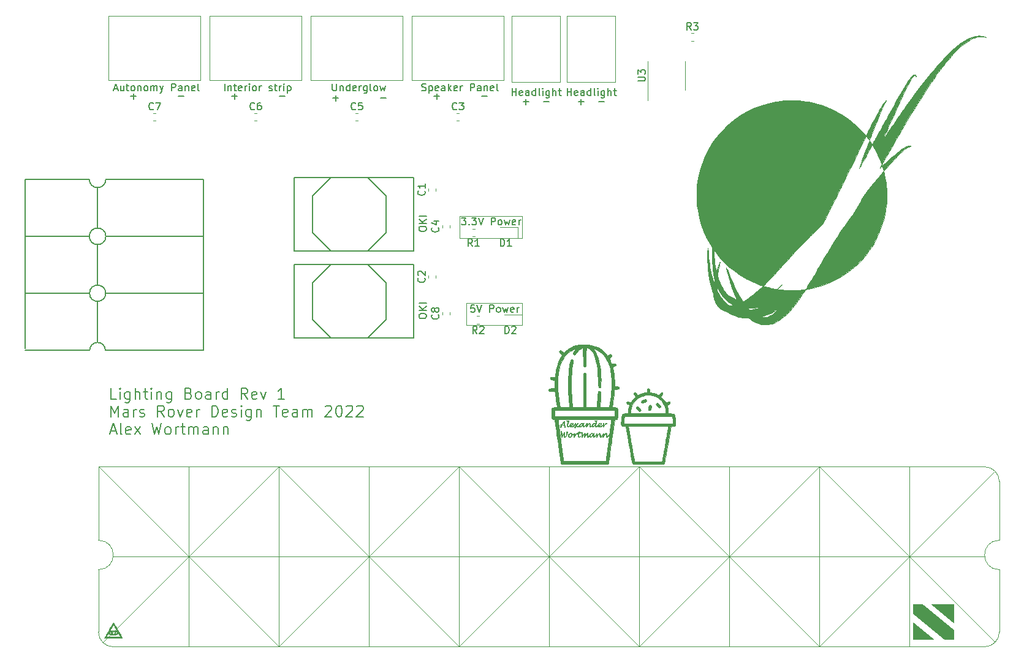
<source format=gbr>
%TF.GenerationSoftware,KiCad,Pcbnew,(5.1.10)-1*%
%TF.CreationDate,2021-12-04T20:19:19-06:00*%
%TF.ProjectId,2022 Multimedia Rev1,32303232-204d-4756-9c74-696d65646961,rev?*%
%TF.SameCoordinates,Original*%
%TF.FileFunction,Legend,Top*%
%TF.FilePolarity,Positive*%
%FSLAX46Y46*%
G04 Gerber Fmt 4.6, Leading zero omitted, Abs format (unit mm)*
G04 Created by KiCad (PCBNEW (5.1.10)-1) date 2021-12-04 20:19:19*
%MOMM*%
%LPD*%
G01*
G04 APERTURE LIST*
%ADD10C,0.100000*%
%ADD11C,0.120000*%
%ADD12C,0.150000*%
%ADD13C,0.010000*%
G04 APERTURE END LIST*
D10*
G36*
X230378000Y-135382000D02*
G01*
X227330000Y-132842000D01*
X230378000Y-132842000D01*
X230378000Y-135382000D01*
G37*
X230378000Y-135382000D02*
X227330000Y-132842000D01*
X230378000Y-132842000D01*
X230378000Y-135382000D01*
G36*
X230378000Y-136398000D02*
G01*
X230378000Y-137668000D01*
X229108000Y-137668000D01*
X224790000Y-134112000D01*
X224790000Y-132842000D01*
X226060000Y-132842000D01*
X230378000Y-136398000D01*
G37*
X230378000Y-136398000D02*
X230378000Y-137668000D01*
X229108000Y-137668000D01*
X224790000Y-134112000D01*
X224790000Y-132842000D01*
X226060000Y-132842000D01*
X230378000Y-136398000D01*
G36*
X227584000Y-137668000D02*
G01*
X224790000Y-137668000D01*
X224790000Y-135382000D01*
X227584000Y-137668000D01*
G37*
X227584000Y-137668000D02*
X224790000Y-137668000D01*
X224790000Y-135382000D01*
X227584000Y-137668000D01*
D11*
X170815000Y-82143600D02*
X170815000Y-79121000D01*
X170189000Y-82142000D02*
X170815000Y-82143600D01*
X162179000Y-79121000D02*
X170815000Y-79121000D01*
X162179000Y-82169000D02*
X162179000Y-79121000D01*
X162433000Y-82169000D02*
X162179000Y-82169000D01*
X162433000Y-82169000D02*
X170189000Y-82142000D01*
X163068000Y-94234000D02*
X170824000Y-94207000D01*
X163068000Y-91186000D02*
X163068000Y-94234000D01*
X170815000Y-91186000D02*
X163068000Y-91186000D01*
X170824000Y-92737000D02*
X170815000Y-91186000D01*
D12*
X164219285Y-91400380D02*
X163743095Y-91400380D01*
X163695476Y-91876571D01*
X163743095Y-91828952D01*
X163838333Y-91781333D01*
X164076428Y-91781333D01*
X164171666Y-91828952D01*
X164219285Y-91876571D01*
X164266904Y-91971809D01*
X164266904Y-92209904D01*
X164219285Y-92305142D01*
X164171666Y-92352761D01*
X164076428Y-92400380D01*
X163838333Y-92400380D01*
X163743095Y-92352761D01*
X163695476Y-92305142D01*
X164552619Y-91400380D02*
X164885952Y-92400380D01*
X165219285Y-91400380D01*
X166314523Y-92400380D02*
X166314523Y-91400380D01*
X166695476Y-91400380D01*
X166790714Y-91448000D01*
X166838333Y-91495619D01*
X166885952Y-91590857D01*
X166885952Y-91733714D01*
X166838333Y-91828952D01*
X166790714Y-91876571D01*
X166695476Y-91924190D01*
X166314523Y-91924190D01*
X167457380Y-92400380D02*
X167362142Y-92352761D01*
X167314523Y-92305142D01*
X167266904Y-92209904D01*
X167266904Y-91924190D01*
X167314523Y-91828952D01*
X167362142Y-91781333D01*
X167457380Y-91733714D01*
X167600238Y-91733714D01*
X167695476Y-91781333D01*
X167743095Y-91828952D01*
X167790714Y-91924190D01*
X167790714Y-92209904D01*
X167743095Y-92305142D01*
X167695476Y-92352761D01*
X167600238Y-92400380D01*
X167457380Y-92400380D01*
X168124047Y-91733714D02*
X168314523Y-92400380D01*
X168505000Y-91924190D01*
X168695476Y-92400380D01*
X168885952Y-91733714D01*
X169647857Y-92352761D02*
X169552619Y-92400380D01*
X169362142Y-92400380D01*
X169266904Y-92352761D01*
X169219285Y-92257523D01*
X169219285Y-91876571D01*
X169266904Y-91781333D01*
X169362142Y-91733714D01*
X169552619Y-91733714D01*
X169647857Y-91781333D01*
X169695476Y-91876571D01*
X169695476Y-91971809D01*
X169219285Y-92067047D01*
X170124047Y-92400380D02*
X170124047Y-91733714D01*
X170124047Y-91924190D02*
X170171666Y-91828952D01*
X170219285Y-91781333D01*
X170314523Y-91733714D01*
X170409761Y-91733714D01*
X162425571Y-79335380D02*
X163044619Y-79335380D01*
X162711285Y-79716333D01*
X162854142Y-79716333D01*
X162949380Y-79763952D01*
X162997000Y-79811571D01*
X163044619Y-79906809D01*
X163044619Y-80144904D01*
X162997000Y-80240142D01*
X162949380Y-80287761D01*
X162854142Y-80335380D01*
X162568428Y-80335380D01*
X162473190Y-80287761D01*
X162425571Y-80240142D01*
X163473190Y-80240142D02*
X163520809Y-80287761D01*
X163473190Y-80335380D01*
X163425571Y-80287761D01*
X163473190Y-80240142D01*
X163473190Y-80335380D01*
X163854142Y-79335380D02*
X164473190Y-79335380D01*
X164139857Y-79716333D01*
X164282714Y-79716333D01*
X164377952Y-79763952D01*
X164425571Y-79811571D01*
X164473190Y-79906809D01*
X164473190Y-80144904D01*
X164425571Y-80240142D01*
X164377952Y-80287761D01*
X164282714Y-80335380D01*
X163997000Y-80335380D01*
X163901761Y-80287761D01*
X163854142Y-80240142D01*
X164758904Y-79335380D02*
X165092238Y-80335380D01*
X165425571Y-79335380D01*
X166520809Y-80335380D02*
X166520809Y-79335380D01*
X166901761Y-79335380D01*
X166997000Y-79383000D01*
X167044619Y-79430619D01*
X167092238Y-79525857D01*
X167092238Y-79668714D01*
X167044619Y-79763952D01*
X166997000Y-79811571D01*
X166901761Y-79859190D01*
X166520809Y-79859190D01*
X167663666Y-80335380D02*
X167568428Y-80287761D01*
X167520809Y-80240142D01*
X167473190Y-80144904D01*
X167473190Y-79859190D01*
X167520809Y-79763952D01*
X167568428Y-79716333D01*
X167663666Y-79668714D01*
X167806523Y-79668714D01*
X167901761Y-79716333D01*
X167949380Y-79763952D01*
X167997000Y-79859190D01*
X167997000Y-80144904D01*
X167949380Y-80240142D01*
X167901761Y-80287761D01*
X167806523Y-80335380D01*
X167663666Y-80335380D01*
X168330333Y-79668714D02*
X168520809Y-80335380D01*
X168711285Y-79859190D01*
X168901761Y-80335380D01*
X169092238Y-79668714D01*
X169854142Y-80287761D02*
X169758904Y-80335380D01*
X169568428Y-80335380D01*
X169473190Y-80287761D01*
X169425571Y-80192523D01*
X169425571Y-79811571D01*
X169473190Y-79716333D01*
X169568428Y-79668714D01*
X169758904Y-79668714D01*
X169854142Y-79716333D01*
X169901761Y-79811571D01*
X169901761Y-79906809D01*
X169425571Y-80002047D01*
X170330333Y-80335380D02*
X170330333Y-79668714D01*
X170330333Y-79859190D02*
X170377952Y-79763952D01*
X170425571Y-79716333D01*
X170520809Y-79668714D01*
X170616047Y-79668714D01*
D11*
X224282000Y-113792000D02*
X224282000Y-138684000D01*
X211836000Y-138684000D02*
X211836000Y-113792000D01*
X199390000Y-113792000D02*
X199390000Y-138684000D01*
X186944000Y-138684000D02*
X186944000Y-113792000D01*
X174498000Y-113792000D02*
X174498000Y-138684000D01*
X162052000Y-113792000D02*
X162052000Y-138684000D01*
X149606000Y-138684000D02*
X149606000Y-113792000D01*
X137160000Y-113792000D02*
X137160000Y-138684000D01*
X124714000Y-113919000D02*
X124714000Y-113792000D01*
X124714000Y-126238000D02*
X124714000Y-113919000D01*
X124714000Y-126238000D02*
X124714000Y-138684000D01*
X234696000Y-126238000D02*
X114300000Y-126238000D01*
X186944000Y-113792000D02*
X162052000Y-138684000D01*
X211836000Y-138684000D02*
X186944000Y-113792000D01*
X234696000Y-115824000D02*
X211836000Y-138684000D01*
X236093000Y-114427000D02*
X234696000Y-115824000D01*
X234696000Y-115824000D02*
X236093000Y-114427000D01*
X211709000Y-138684000D02*
X211582000Y-138684000D01*
X137160000Y-113792000D02*
X162052000Y-138684000D01*
X114300000Y-136652000D02*
X137160000Y-113792000D01*
X114300000Y-136652000D02*
X112903000Y-138049000D01*
X235966000Y-137922000D02*
X236093000Y-138049000D01*
X211836000Y-113792000D02*
X235966000Y-137922000D01*
X186944000Y-138684000D02*
X211836000Y-113792000D01*
X162052000Y-113792000D02*
X186944000Y-138684000D01*
X137160000Y-138684000D02*
X162052000Y-113792000D01*
X112268000Y-113792000D02*
X137160000Y-138684000D01*
X112268000Y-123952000D02*
G75*
G02*
X112268000Y-128016000I0J-2032000D01*
G01*
X114300000Y-138684000D02*
G75*
G02*
X112268000Y-136652000I0J2032000D01*
G01*
X236728000Y-136652000D02*
G75*
G02*
X234696000Y-138684000I-2032000J0D01*
G01*
X236728000Y-128016000D02*
G75*
G02*
X236728000Y-123952000I0J2032000D01*
G01*
X234696000Y-113792000D02*
G75*
G02*
X236728000Y-115824000I0J-2032000D01*
G01*
X236728000Y-123952000D02*
X236728000Y-115824000D01*
X236728000Y-136652000D02*
X236728000Y-128016000D01*
X114300000Y-138684000D02*
X234696000Y-138684000D01*
X112268000Y-128016000D02*
X112268000Y-136652000D01*
X112268000Y-113792000D02*
X112268000Y-123952000D01*
X234696000Y-113792000D02*
X112268000Y-113792000D01*
D12*
X114724071Y-104425428D02*
X113998357Y-104425428D01*
X113998357Y-102901428D01*
X115232071Y-104425428D02*
X115232071Y-103409428D01*
X115232071Y-102901428D02*
X115159500Y-102974000D01*
X115232071Y-103046571D01*
X115304642Y-102974000D01*
X115232071Y-102901428D01*
X115232071Y-103046571D01*
X116610928Y-103409428D02*
X116610928Y-104643142D01*
X116538357Y-104788285D01*
X116465785Y-104860857D01*
X116320642Y-104933428D01*
X116102928Y-104933428D01*
X115957785Y-104860857D01*
X116610928Y-104352857D02*
X116465785Y-104425428D01*
X116175500Y-104425428D01*
X116030357Y-104352857D01*
X115957785Y-104280285D01*
X115885214Y-104135142D01*
X115885214Y-103699714D01*
X115957785Y-103554571D01*
X116030357Y-103482000D01*
X116175500Y-103409428D01*
X116465785Y-103409428D01*
X116610928Y-103482000D01*
X117336642Y-104425428D02*
X117336642Y-102901428D01*
X117989785Y-104425428D02*
X117989785Y-103627142D01*
X117917214Y-103482000D01*
X117772071Y-103409428D01*
X117554357Y-103409428D01*
X117409214Y-103482000D01*
X117336642Y-103554571D01*
X118497785Y-103409428D02*
X119078357Y-103409428D01*
X118715500Y-102901428D02*
X118715500Y-104207714D01*
X118788071Y-104352857D01*
X118933214Y-104425428D01*
X119078357Y-104425428D01*
X119586357Y-104425428D02*
X119586357Y-103409428D01*
X119586357Y-102901428D02*
X119513785Y-102974000D01*
X119586357Y-103046571D01*
X119658928Y-102974000D01*
X119586357Y-102901428D01*
X119586357Y-103046571D01*
X120312071Y-103409428D02*
X120312071Y-104425428D01*
X120312071Y-103554571D02*
X120384642Y-103482000D01*
X120529785Y-103409428D01*
X120747500Y-103409428D01*
X120892642Y-103482000D01*
X120965214Y-103627142D01*
X120965214Y-104425428D01*
X122344071Y-103409428D02*
X122344071Y-104643142D01*
X122271500Y-104788285D01*
X122198928Y-104860857D01*
X122053785Y-104933428D01*
X121836071Y-104933428D01*
X121690928Y-104860857D01*
X122344071Y-104352857D02*
X122198928Y-104425428D01*
X121908642Y-104425428D01*
X121763500Y-104352857D01*
X121690928Y-104280285D01*
X121618357Y-104135142D01*
X121618357Y-103699714D01*
X121690928Y-103554571D01*
X121763500Y-103482000D01*
X121908642Y-103409428D01*
X122198928Y-103409428D01*
X122344071Y-103482000D01*
X124738928Y-103627142D02*
X124956642Y-103699714D01*
X125029214Y-103772285D01*
X125101785Y-103917428D01*
X125101785Y-104135142D01*
X125029214Y-104280285D01*
X124956642Y-104352857D01*
X124811500Y-104425428D01*
X124230928Y-104425428D01*
X124230928Y-102901428D01*
X124738928Y-102901428D01*
X124884071Y-102974000D01*
X124956642Y-103046571D01*
X125029214Y-103191714D01*
X125029214Y-103336857D01*
X124956642Y-103482000D01*
X124884071Y-103554571D01*
X124738928Y-103627142D01*
X124230928Y-103627142D01*
X125972642Y-104425428D02*
X125827500Y-104352857D01*
X125754928Y-104280285D01*
X125682357Y-104135142D01*
X125682357Y-103699714D01*
X125754928Y-103554571D01*
X125827500Y-103482000D01*
X125972642Y-103409428D01*
X126190357Y-103409428D01*
X126335500Y-103482000D01*
X126408071Y-103554571D01*
X126480642Y-103699714D01*
X126480642Y-104135142D01*
X126408071Y-104280285D01*
X126335500Y-104352857D01*
X126190357Y-104425428D01*
X125972642Y-104425428D01*
X127786928Y-104425428D02*
X127786928Y-103627142D01*
X127714357Y-103482000D01*
X127569214Y-103409428D01*
X127278928Y-103409428D01*
X127133785Y-103482000D01*
X127786928Y-104352857D02*
X127641785Y-104425428D01*
X127278928Y-104425428D01*
X127133785Y-104352857D01*
X127061214Y-104207714D01*
X127061214Y-104062571D01*
X127133785Y-103917428D01*
X127278928Y-103844857D01*
X127641785Y-103844857D01*
X127786928Y-103772285D01*
X128512642Y-104425428D02*
X128512642Y-103409428D01*
X128512642Y-103699714D02*
X128585214Y-103554571D01*
X128657785Y-103482000D01*
X128802928Y-103409428D01*
X128948071Y-103409428D01*
X130109214Y-104425428D02*
X130109214Y-102901428D01*
X130109214Y-104352857D02*
X129964071Y-104425428D01*
X129673785Y-104425428D01*
X129528642Y-104352857D01*
X129456071Y-104280285D01*
X129383500Y-104135142D01*
X129383500Y-103699714D01*
X129456071Y-103554571D01*
X129528642Y-103482000D01*
X129673785Y-103409428D01*
X129964071Y-103409428D01*
X130109214Y-103482000D01*
X132866928Y-104425428D02*
X132358928Y-103699714D01*
X131996071Y-104425428D02*
X131996071Y-102901428D01*
X132576642Y-102901428D01*
X132721785Y-102974000D01*
X132794357Y-103046571D01*
X132866928Y-103191714D01*
X132866928Y-103409428D01*
X132794357Y-103554571D01*
X132721785Y-103627142D01*
X132576642Y-103699714D01*
X131996071Y-103699714D01*
X134100642Y-104352857D02*
X133955500Y-104425428D01*
X133665214Y-104425428D01*
X133520071Y-104352857D01*
X133447500Y-104207714D01*
X133447500Y-103627142D01*
X133520071Y-103482000D01*
X133665214Y-103409428D01*
X133955500Y-103409428D01*
X134100642Y-103482000D01*
X134173214Y-103627142D01*
X134173214Y-103772285D01*
X133447500Y-103917428D01*
X134681214Y-103409428D02*
X135044071Y-104425428D01*
X135406928Y-103409428D01*
X137946928Y-104425428D02*
X137076071Y-104425428D01*
X137511500Y-104425428D02*
X137511500Y-102901428D01*
X137366357Y-103119142D01*
X137221214Y-103264285D01*
X137076071Y-103336857D01*
X113998357Y-106861428D02*
X113998357Y-105337428D01*
X114506357Y-106426000D01*
X115014357Y-105337428D01*
X115014357Y-106861428D01*
X116393214Y-106861428D02*
X116393214Y-106063142D01*
X116320642Y-105918000D01*
X116175500Y-105845428D01*
X115885214Y-105845428D01*
X115740071Y-105918000D01*
X116393214Y-106788857D02*
X116248071Y-106861428D01*
X115885214Y-106861428D01*
X115740071Y-106788857D01*
X115667500Y-106643714D01*
X115667500Y-106498571D01*
X115740071Y-106353428D01*
X115885214Y-106280857D01*
X116248071Y-106280857D01*
X116393214Y-106208285D01*
X117118928Y-106861428D02*
X117118928Y-105845428D01*
X117118928Y-106135714D02*
X117191500Y-105990571D01*
X117264071Y-105918000D01*
X117409214Y-105845428D01*
X117554357Y-105845428D01*
X117989785Y-106788857D02*
X118134928Y-106861428D01*
X118425214Y-106861428D01*
X118570357Y-106788857D01*
X118642928Y-106643714D01*
X118642928Y-106571142D01*
X118570357Y-106426000D01*
X118425214Y-106353428D01*
X118207500Y-106353428D01*
X118062357Y-106280857D01*
X117989785Y-106135714D01*
X117989785Y-106063142D01*
X118062357Y-105918000D01*
X118207500Y-105845428D01*
X118425214Y-105845428D01*
X118570357Y-105918000D01*
X121328071Y-106861428D02*
X120820071Y-106135714D01*
X120457214Y-106861428D02*
X120457214Y-105337428D01*
X121037785Y-105337428D01*
X121182928Y-105410000D01*
X121255500Y-105482571D01*
X121328071Y-105627714D01*
X121328071Y-105845428D01*
X121255500Y-105990571D01*
X121182928Y-106063142D01*
X121037785Y-106135714D01*
X120457214Y-106135714D01*
X122198928Y-106861428D02*
X122053785Y-106788857D01*
X121981214Y-106716285D01*
X121908642Y-106571142D01*
X121908642Y-106135714D01*
X121981214Y-105990571D01*
X122053785Y-105918000D01*
X122198928Y-105845428D01*
X122416642Y-105845428D01*
X122561785Y-105918000D01*
X122634357Y-105990571D01*
X122706928Y-106135714D01*
X122706928Y-106571142D01*
X122634357Y-106716285D01*
X122561785Y-106788857D01*
X122416642Y-106861428D01*
X122198928Y-106861428D01*
X123214928Y-105845428D02*
X123577785Y-106861428D01*
X123940642Y-105845428D01*
X125101785Y-106788857D02*
X124956642Y-106861428D01*
X124666357Y-106861428D01*
X124521214Y-106788857D01*
X124448642Y-106643714D01*
X124448642Y-106063142D01*
X124521214Y-105918000D01*
X124666357Y-105845428D01*
X124956642Y-105845428D01*
X125101785Y-105918000D01*
X125174357Y-106063142D01*
X125174357Y-106208285D01*
X124448642Y-106353428D01*
X125827500Y-106861428D02*
X125827500Y-105845428D01*
X125827500Y-106135714D02*
X125900071Y-105990571D01*
X125972642Y-105918000D01*
X126117785Y-105845428D01*
X126262928Y-105845428D01*
X127932071Y-106861428D02*
X127932071Y-105337428D01*
X128294928Y-105337428D01*
X128512642Y-105410000D01*
X128657785Y-105555142D01*
X128730357Y-105700285D01*
X128802928Y-105990571D01*
X128802928Y-106208285D01*
X128730357Y-106498571D01*
X128657785Y-106643714D01*
X128512642Y-106788857D01*
X128294928Y-106861428D01*
X127932071Y-106861428D01*
X130036642Y-106788857D02*
X129891500Y-106861428D01*
X129601214Y-106861428D01*
X129456071Y-106788857D01*
X129383500Y-106643714D01*
X129383500Y-106063142D01*
X129456071Y-105918000D01*
X129601214Y-105845428D01*
X129891500Y-105845428D01*
X130036642Y-105918000D01*
X130109214Y-106063142D01*
X130109214Y-106208285D01*
X129383500Y-106353428D01*
X130689785Y-106788857D02*
X130834928Y-106861428D01*
X131125214Y-106861428D01*
X131270357Y-106788857D01*
X131342928Y-106643714D01*
X131342928Y-106571142D01*
X131270357Y-106426000D01*
X131125214Y-106353428D01*
X130907500Y-106353428D01*
X130762357Y-106280857D01*
X130689785Y-106135714D01*
X130689785Y-106063142D01*
X130762357Y-105918000D01*
X130907500Y-105845428D01*
X131125214Y-105845428D01*
X131270357Y-105918000D01*
X131996071Y-106861428D02*
X131996071Y-105845428D01*
X131996071Y-105337428D02*
X131923500Y-105410000D01*
X131996071Y-105482571D01*
X132068642Y-105410000D01*
X131996071Y-105337428D01*
X131996071Y-105482571D01*
X133374928Y-105845428D02*
X133374928Y-107079142D01*
X133302357Y-107224285D01*
X133229785Y-107296857D01*
X133084642Y-107369428D01*
X132866928Y-107369428D01*
X132721785Y-107296857D01*
X133374928Y-106788857D02*
X133229785Y-106861428D01*
X132939500Y-106861428D01*
X132794357Y-106788857D01*
X132721785Y-106716285D01*
X132649214Y-106571142D01*
X132649214Y-106135714D01*
X132721785Y-105990571D01*
X132794357Y-105918000D01*
X132939500Y-105845428D01*
X133229785Y-105845428D01*
X133374928Y-105918000D01*
X134100642Y-105845428D02*
X134100642Y-106861428D01*
X134100642Y-105990571D02*
X134173214Y-105918000D01*
X134318357Y-105845428D01*
X134536071Y-105845428D01*
X134681214Y-105918000D01*
X134753785Y-106063142D01*
X134753785Y-106861428D01*
X136422928Y-105337428D02*
X137293785Y-105337428D01*
X136858357Y-106861428D02*
X136858357Y-105337428D01*
X138382357Y-106788857D02*
X138237214Y-106861428D01*
X137946928Y-106861428D01*
X137801785Y-106788857D01*
X137729214Y-106643714D01*
X137729214Y-106063142D01*
X137801785Y-105918000D01*
X137946928Y-105845428D01*
X138237214Y-105845428D01*
X138382357Y-105918000D01*
X138454928Y-106063142D01*
X138454928Y-106208285D01*
X137729214Y-106353428D01*
X139761214Y-106861428D02*
X139761214Y-106063142D01*
X139688642Y-105918000D01*
X139543500Y-105845428D01*
X139253214Y-105845428D01*
X139108071Y-105918000D01*
X139761214Y-106788857D02*
X139616071Y-106861428D01*
X139253214Y-106861428D01*
X139108071Y-106788857D01*
X139035500Y-106643714D01*
X139035500Y-106498571D01*
X139108071Y-106353428D01*
X139253214Y-106280857D01*
X139616071Y-106280857D01*
X139761214Y-106208285D01*
X140486928Y-106861428D02*
X140486928Y-105845428D01*
X140486928Y-105990571D02*
X140559500Y-105918000D01*
X140704642Y-105845428D01*
X140922357Y-105845428D01*
X141067500Y-105918000D01*
X141140071Y-106063142D01*
X141140071Y-106861428D01*
X141140071Y-106063142D02*
X141212642Y-105918000D01*
X141357785Y-105845428D01*
X141575500Y-105845428D01*
X141720642Y-105918000D01*
X141793214Y-106063142D01*
X141793214Y-106861428D01*
X143607500Y-105482571D02*
X143680071Y-105410000D01*
X143825214Y-105337428D01*
X144188071Y-105337428D01*
X144333214Y-105410000D01*
X144405785Y-105482571D01*
X144478357Y-105627714D01*
X144478357Y-105772857D01*
X144405785Y-105990571D01*
X143534928Y-106861428D01*
X144478357Y-106861428D01*
X145421785Y-105337428D02*
X145566928Y-105337428D01*
X145712071Y-105410000D01*
X145784642Y-105482571D01*
X145857214Y-105627714D01*
X145929785Y-105918000D01*
X145929785Y-106280857D01*
X145857214Y-106571142D01*
X145784642Y-106716285D01*
X145712071Y-106788857D01*
X145566928Y-106861428D01*
X145421785Y-106861428D01*
X145276642Y-106788857D01*
X145204071Y-106716285D01*
X145131500Y-106571142D01*
X145058928Y-106280857D01*
X145058928Y-105918000D01*
X145131500Y-105627714D01*
X145204071Y-105482571D01*
X145276642Y-105410000D01*
X145421785Y-105337428D01*
X146510357Y-105482571D02*
X146582928Y-105410000D01*
X146728071Y-105337428D01*
X147090928Y-105337428D01*
X147236071Y-105410000D01*
X147308642Y-105482571D01*
X147381214Y-105627714D01*
X147381214Y-105772857D01*
X147308642Y-105990571D01*
X146437785Y-106861428D01*
X147381214Y-106861428D01*
X147961785Y-105482571D02*
X148034357Y-105410000D01*
X148179500Y-105337428D01*
X148542357Y-105337428D01*
X148687500Y-105410000D01*
X148760071Y-105482571D01*
X148832642Y-105627714D01*
X148832642Y-105772857D01*
X148760071Y-105990571D01*
X147889214Y-106861428D01*
X148832642Y-106861428D01*
X113925785Y-108862000D02*
X114651500Y-108862000D01*
X113780642Y-109297428D02*
X114288642Y-107773428D01*
X114796642Y-109297428D01*
X115522357Y-109297428D02*
X115377214Y-109224857D01*
X115304642Y-109079714D01*
X115304642Y-107773428D01*
X116683500Y-109224857D02*
X116538357Y-109297428D01*
X116248071Y-109297428D01*
X116102928Y-109224857D01*
X116030357Y-109079714D01*
X116030357Y-108499142D01*
X116102928Y-108354000D01*
X116248071Y-108281428D01*
X116538357Y-108281428D01*
X116683500Y-108354000D01*
X116756071Y-108499142D01*
X116756071Y-108644285D01*
X116030357Y-108789428D01*
X117264071Y-109297428D02*
X118062357Y-108281428D01*
X117264071Y-108281428D02*
X118062357Y-109297428D01*
X119658928Y-107773428D02*
X120021785Y-109297428D01*
X120312071Y-108208857D01*
X120602357Y-109297428D01*
X120965214Y-107773428D01*
X121763500Y-109297428D02*
X121618357Y-109224857D01*
X121545785Y-109152285D01*
X121473214Y-109007142D01*
X121473214Y-108571714D01*
X121545785Y-108426571D01*
X121618357Y-108354000D01*
X121763500Y-108281428D01*
X121981214Y-108281428D01*
X122126357Y-108354000D01*
X122198928Y-108426571D01*
X122271500Y-108571714D01*
X122271500Y-109007142D01*
X122198928Y-109152285D01*
X122126357Y-109224857D01*
X121981214Y-109297428D01*
X121763500Y-109297428D01*
X122924642Y-109297428D02*
X122924642Y-108281428D01*
X122924642Y-108571714D02*
X122997214Y-108426571D01*
X123069785Y-108354000D01*
X123214928Y-108281428D01*
X123360071Y-108281428D01*
X123650357Y-108281428D02*
X124230928Y-108281428D01*
X123868071Y-107773428D02*
X123868071Y-109079714D01*
X123940642Y-109224857D01*
X124085785Y-109297428D01*
X124230928Y-109297428D01*
X124738928Y-109297428D02*
X124738928Y-108281428D01*
X124738928Y-108426571D02*
X124811500Y-108354000D01*
X124956642Y-108281428D01*
X125174357Y-108281428D01*
X125319500Y-108354000D01*
X125392071Y-108499142D01*
X125392071Y-109297428D01*
X125392071Y-108499142D02*
X125464642Y-108354000D01*
X125609785Y-108281428D01*
X125827500Y-108281428D01*
X125972642Y-108354000D01*
X126045214Y-108499142D01*
X126045214Y-109297428D01*
X127424071Y-109297428D02*
X127424071Y-108499142D01*
X127351500Y-108354000D01*
X127206357Y-108281428D01*
X126916071Y-108281428D01*
X126770928Y-108354000D01*
X127424071Y-109224857D02*
X127278928Y-109297428D01*
X126916071Y-109297428D01*
X126770928Y-109224857D01*
X126698357Y-109079714D01*
X126698357Y-108934571D01*
X126770928Y-108789428D01*
X126916071Y-108716857D01*
X127278928Y-108716857D01*
X127424071Y-108644285D01*
X128149785Y-108281428D02*
X128149785Y-109297428D01*
X128149785Y-108426571D02*
X128222357Y-108354000D01*
X128367500Y-108281428D01*
X128585214Y-108281428D01*
X128730357Y-108354000D01*
X128802928Y-108499142D01*
X128802928Y-109297428D01*
X129528642Y-108281428D02*
X129528642Y-109297428D01*
X129528642Y-108426571D02*
X129601214Y-108354000D01*
X129746357Y-108281428D01*
X129964071Y-108281428D01*
X130109214Y-108354000D01*
X130181785Y-108499142D01*
X130181785Y-109297428D01*
X170958095Y-63317428D02*
X171720000Y-63317428D01*
X171339047Y-63698380D02*
X171339047Y-62936476D01*
X173720000Y-63317428D02*
X174481904Y-63317428D01*
X178578095Y-63317428D02*
X179340000Y-63317428D01*
X178959047Y-63698380D02*
X178959047Y-62936476D01*
X181340000Y-63317428D02*
X182101904Y-63317428D01*
X158639333Y-62555428D02*
X159401238Y-62555428D01*
X159020285Y-62936380D02*
X159020285Y-62174476D01*
X165210761Y-62555428D02*
X165972666Y-62555428D01*
X144669333Y-62809428D02*
X145431238Y-62809428D01*
X145050285Y-63190380D02*
X145050285Y-62428476D01*
X151240761Y-62809428D02*
X152002666Y-62809428D01*
X130699333Y-62555428D02*
X131461238Y-62555428D01*
X131080285Y-62936380D02*
X131080285Y-62174476D01*
X137270761Y-62555428D02*
X138032666Y-62555428D01*
X116729333Y-62555428D02*
X117491238Y-62555428D01*
X117110285Y-62936380D02*
X117110285Y-62174476D01*
X123300761Y-62555428D02*
X124062666Y-62555428D01*
D13*
%TO.C,G\u002A\u002A\u002A*%
G36*
X234225992Y-54194022D02*
G01*
X234487814Y-54231784D01*
X234700989Y-54293759D01*
X234733505Y-54307838D01*
X234864000Y-54368310D01*
X234744000Y-54348011D01*
X234326354Y-54301171D01*
X233935164Y-54304290D01*
X233588198Y-54357174D01*
X233573872Y-54360730D01*
X233169549Y-54493694D01*
X232748218Y-54692936D01*
X232308442Y-54959625D01*
X231848781Y-55294932D01*
X231367801Y-55700026D01*
X230864063Y-56176076D01*
X230336130Y-56724254D01*
X229782566Y-57345728D01*
X229506723Y-57671138D01*
X229251170Y-57979781D01*
X229007026Y-58280754D01*
X228770466Y-58579587D01*
X228537663Y-58881812D01*
X228304793Y-59192959D01*
X228068028Y-59518558D01*
X227823544Y-59864140D01*
X227567513Y-60235235D01*
X227296111Y-60637374D01*
X227005511Y-61076088D01*
X226691887Y-61556908D01*
X226351414Y-62085362D01*
X225980266Y-62666983D01*
X225574616Y-63307301D01*
X225233720Y-63848000D01*
X224456341Y-65101579D01*
X223708644Y-66344320D01*
X223002649Y-67556163D01*
X222824969Y-67868000D01*
X222664393Y-68149740D01*
X222478361Y-68473781D01*
X222282188Y-68813592D01*
X222091188Y-69142643D01*
X221923600Y-69429425D01*
X221756680Y-69715561D01*
X221573578Y-70032441D01*
X221388425Y-70355410D01*
X221215354Y-70659813D01*
X221068495Y-70920997D01*
X221063796Y-70929425D01*
X220937142Y-71156273D01*
X220816988Y-71370758D01*
X220711330Y-71558665D01*
X220628161Y-71705778D01*
X220575475Y-71797880D01*
X220573816Y-71800732D01*
X220473195Y-71973465D01*
X220317908Y-71560732D01*
X220236460Y-71356609D01*
X220135200Y-71122175D01*
X220019208Y-70867397D01*
X219893563Y-70602240D01*
X219763345Y-70336671D01*
X219633635Y-70080656D01*
X219509512Y-69844161D01*
X219396057Y-69637151D01*
X219298350Y-69469593D01*
X219221470Y-69351452D01*
X219170497Y-69292696D01*
X219159423Y-69288000D01*
X219132546Y-69321442D01*
X219074851Y-69414177D01*
X218992994Y-69554815D01*
X218893630Y-69731970D01*
X218802943Y-69898000D01*
X218656512Y-70168105D01*
X218499493Y-70455897D01*
X218336667Y-70752778D01*
X218172818Y-71050152D01*
X218012726Y-71339425D01*
X217861175Y-71611999D01*
X217722945Y-71859280D01*
X217602819Y-72072670D01*
X217505579Y-72243575D01*
X217436007Y-72363398D01*
X217398886Y-72423544D01*
X217395471Y-72428000D01*
X217392696Y-72410441D01*
X217413958Y-72331577D01*
X217455215Y-72205015D01*
X217496476Y-72088000D01*
X217596683Y-71812664D01*
X217708071Y-71508929D01*
X217827457Y-71185274D01*
X217951658Y-70850180D01*
X218077489Y-70512127D01*
X218201766Y-70179594D01*
X218321306Y-69861062D01*
X218432925Y-69565011D01*
X218533439Y-69299920D01*
X218619664Y-69074270D01*
X218688417Y-68896541D01*
X218736514Y-68775212D01*
X218760771Y-68718764D01*
X218762486Y-68716000D01*
X218796225Y-68731642D01*
X218859505Y-68801662D01*
X218940209Y-68912142D01*
X218962697Y-68946000D01*
X219046131Y-69069312D01*
X219114134Y-69161102D01*
X219154537Y-69205174D01*
X219158698Y-69206856D01*
X219184024Y-69172804D01*
X219240959Y-69078050D01*
X219323812Y-68932664D01*
X219426888Y-68746712D01*
X219544495Y-68530265D01*
X219604000Y-68419312D01*
X219744130Y-68158403D01*
X219911904Y-67848389D01*
X220096002Y-67510040D01*
X220285109Y-67164122D01*
X220467905Y-66831404D01*
X220578861Y-66630456D01*
X220739925Y-66338970D01*
X220929123Y-65995749D01*
X221136286Y-65619292D01*
X221351244Y-65228096D01*
X221563828Y-64840662D01*
X221763868Y-64475487D01*
X221833607Y-64348000D01*
X222157726Y-63759935D01*
X222476087Y-63191471D01*
X222785241Y-62648393D01*
X223081739Y-62136486D01*
X223362133Y-61661535D01*
X223622974Y-61229328D01*
X223860814Y-60845648D01*
X224072204Y-60516281D01*
X224253694Y-60247013D01*
X224390779Y-60058014D01*
X224582800Y-59826477D01*
X224754056Y-59660004D01*
X224901710Y-59560182D01*
X225022924Y-59528593D01*
X225114858Y-59566824D01*
X225157579Y-59629882D01*
X225197178Y-59736731D01*
X225203993Y-59799550D01*
X225181457Y-59807938D01*
X225133004Y-59751499D01*
X225122780Y-59735273D01*
X225045593Y-59641520D01*
X224973879Y-59615317D01*
X224972929Y-59615487D01*
X224897756Y-59663470D01*
X224793643Y-59783286D01*
X224661855Y-59972693D01*
X224503658Y-60229443D01*
X224320315Y-60551294D01*
X224113093Y-60936000D01*
X223883257Y-61381316D01*
X223632070Y-61884998D01*
X223360799Y-62444801D01*
X223263988Y-62648000D01*
X223168646Y-62851159D01*
X223052276Y-63102809D01*
X222917807Y-63396366D01*
X222768166Y-63725247D01*
X222606282Y-64082869D01*
X222435082Y-64462650D01*
X222257495Y-64858005D01*
X222076449Y-65262353D01*
X221894871Y-65669109D01*
X221715690Y-66071691D01*
X221541834Y-66463515D01*
X221376231Y-66837999D01*
X221221809Y-67188560D01*
X221081496Y-67508614D01*
X220958220Y-67791578D01*
X220854910Y-68030869D01*
X220774492Y-68219905D01*
X220719896Y-68352102D01*
X220694049Y-68420876D01*
X220692534Y-68429345D01*
X220717023Y-68400723D01*
X220779734Y-68314473D01*
X220874463Y-68179499D01*
X220995008Y-68004705D01*
X221135164Y-67798994D01*
X221244000Y-67637834D01*
X221425429Y-67369895D01*
X221640225Y-67055501D01*
X221882905Y-66702486D01*
X222147986Y-66318684D01*
X222429985Y-65911927D01*
X222723420Y-65490048D01*
X223022808Y-65060881D01*
X223322667Y-64632258D01*
X223617513Y-64212014D01*
X223901865Y-63807980D01*
X224170239Y-63427990D01*
X224417153Y-63079877D01*
X224637124Y-62771475D01*
X224824669Y-62510616D01*
X224974306Y-62305134D01*
X225016522Y-62248000D01*
X225746702Y-61277070D01*
X226443044Y-60376332D01*
X227107056Y-59544212D01*
X227740248Y-58779136D01*
X228344131Y-58079530D01*
X228920213Y-57443818D01*
X229470005Y-56870427D01*
X229995017Y-56357783D01*
X230496757Y-55904311D01*
X230976737Y-55508437D01*
X231436466Y-55168586D01*
X231877454Y-54883185D01*
X232301210Y-54650659D01*
X232304000Y-54649273D01*
X232619874Y-54498521D01*
X232888718Y-54385353D01*
X233130225Y-54303216D01*
X233364086Y-54245556D01*
X233609994Y-54205822D01*
X233652241Y-54200635D01*
X233939481Y-54182847D01*
X234225992Y-54194022D01*
G37*
X234225992Y-54194022D02*
X234487814Y-54231784D01*
X234700989Y-54293759D01*
X234733505Y-54307838D01*
X234864000Y-54368310D01*
X234744000Y-54348011D01*
X234326354Y-54301171D01*
X233935164Y-54304290D01*
X233588198Y-54357174D01*
X233573872Y-54360730D01*
X233169549Y-54493694D01*
X232748218Y-54692936D01*
X232308442Y-54959625D01*
X231848781Y-55294932D01*
X231367801Y-55700026D01*
X230864063Y-56176076D01*
X230336130Y-56724254D01*
X229782566Y-57345728D01*
X229506723Y-57671138D01*
X229251170Y-57979781D01*
X229007026Y-58280754D01*
X228770466Y-58579587D01*
X228537663Y-58881812D01*
X228304793Y-59192959D01*
X228068028Y-59518558D01*
X227823544Y-59864140D01*
X227567513Y-60235235D01*
X227296111Y-60637374D01*
X227005511Y-61076088D01*
X226691887Y-61556908D01*
X226351414Y-62085362D01*
X225980266Y-62666983D01*
X225574616Y-63307301D01*
X225233720Y-63848000D01*
X224456341Y-65101579D01*
X223708644Y-66344320D01*
X223002649Y-67556163D01*
X222824969Y-67868000D01*
X222664393Y-68149740D01*
X222478361Y-68473781D01*
X222282188Y-68813592D01*
X222091188Y-69142643D01*
X221923600Y-69429425D01*
X221756680Y-69715561D01*
X221573578Y-70032441D01*
X221388425Y-70355410D01*
X221215354Y-70659813D01*
X221068495Y-70920997D01*
X221063796Y-70929425D01*
X220937142Y-71156273D01*
X220816988Y-71370758D01*
X220711330Y-71558665D01*
X220628161Y-71705778D01*
X220575475Y-71797880D01*
X220573816Y-71800732D01*
X220473195Y-71973465D01*
X220317908Y-71560732D01*
X220236460Y-71356609D01*
X220135200Y-71122175D01*
X220019208Y-70867397D01*
X219893563Y-70602240D01*
X219763345Y-70336671D01*
X219633635Y-70080656D01*
X219509512Y-69844161D01*
X219396057Y-69637151D01*
X219298350Y-69469593D01*
X219221470Y-69351452D01*
X219170497Y-69292696D01*
X219159423Y-69288000D01*
X219132546Y-69321442D01*
X219074851Y-69414177D01*
X218992994Y-69554815D01*
X218893630Y-69731970D01*
X218802943Y-69898000D01*
X218656512Y-70168105D01*
X218499493Y-70455897D01*
X218336667Y-70752778D01*
X218172818Y-71050152D01*
X218012726Y-71339425D01*
X217861175Y-71611999D01*
X217722945Y-71859280D01*
X217602819Y-72072670D01*
X217505579Y-72243575D01*
X217436007Y-72363398D01*
X217398886Y-72423544D01*
X217395471Y-72428000D01*
X217392696Y-72410441D01*
X217413958Y-72331577D01*
X217455215Y-72205015D01*
X217496476Y-72088000D01*
X217596683Y-71812664D01*
X217708071Y-71508929D01*
X217827457Y-71185274D01*
X217951658Y-70850180D01*
X218077489Y-70512127D01*
X218201766Y-70179594D01*
X218321306Y-69861062D01*
X218432925Y-69565011D01*
X218533439Y-69299920D01*
X218619664Y-69074270D01*
X218688417Y-68896541D01*
X218736514Y-68775212D01*
X218760771Y-68718764D01*
X218762486Y-68716000D01*
X218796225Y-68731642D01*
X218859505Y-68801662D01*
X218940209Y-68912142D01*
X218962697Y-68946000D01*
X219046131Y-69069312D01*
X219114134Y-69161102D01*
X219154537Y-69205174D01*
X219158698Y-69206856D01*
X219184024Y-69172804D01*
X219240959Y-69078050D01*
X219323812Y-68932664D01*
X219426888Y-68746712D01*
X219544495Y-68530265D01*
X219604000Y-68419312D01*
X219744130Y-68158403D01*
X219911904Y-67848389D01*
X220096002Y-67510040D01*
X220285109Y-67164122D01*
X220467905Y-66831404D01*
X220578861Y-66630456D01*
X220739925Y-66338970D01*
X220929123Y-65995749D01*
X221136286Y-65619292D01*
X221351244Y-65228096D01*
X221563828Y-64840662D01*
X221763868Y-64475487D01*
X221833607Y-64348000D01*
X222157726Y-63759935D01*
X222476087Y-63191471D01*
X222785241Y-62648393D01*
X223081739Y-62136486D01*
X223362133Y-61661535D01*
X223622974Y-61229328D01*
X223860814Y-60845648D01*
X224072204Y-60516281D01*
X224253694Y-60247013D01*
X224390779Y-60058014D01*
X224582800Y-59826477D01*
X224754056Y-59660004D01*
X224901710Y-59560182D01*
X225022924Y-59528593D01*
X225114858Y-59566824D01*
X225157579Y-59629882D01*
X225197178Y-59736731D01*
X225203993Y-59799550D01*
X225181457Y-59807938D01*
X225133004Y-59751499D01*
X225122780Y-59735273D01*
X225045593Y-59641520D01*
X224973879Y-59615317D01*
X224972929Y-59615487D01*
X224897756Y-59663470D01*
X224793643Y-59783286D01*
X224661855Y-59972693D01*
X224503658Y-60229443D01*
X224320315Y-60551294D01*
X224113093Y-60936000D01*
X223883257Y-61381316D01*
X223632070Y-61884998D01*
X223360799Y-62444801D01*
X223263988Y-62648000D01*
X223168646Y-62851159D01*
X223052276Y-63102809D01*
X222917807Y-63396366D01*
X222768166Y-63725247D01*
X222606282Y-64082869D01*
X222435082Y-64462650D01*
X222257495Y-64858005D01*
X222076449Y-65262353D01*
X221894871Y-65669109D01*
X221715690Y-66071691D01*
X221541834Y-66463515D01*
X221376231Y-66837999D01*
X221221809Y-67188560D01*
X221081496Y-67508614D01*
X220958220Y-67791578D01*
X220854910Y-68030869D01*
X220774492Y-68219905D01*
X220719896Y-68352102D01*
X220694049Y-68420876D01*
X220692534Y-68429345D01*
X220717023Y-68400723D01*
X220779734Y-68314473D01*
X220874463Y-68179499D01*
X220995008Y-68004705D01*
X221135164Y-67798994D01*
X221244000Y-67637834D01*
X221425429Y-67369895D01*
X221640225Y-67055501D01*
X221882905Y-66702486D01*
X222147986Y-66318684D01*
X222429985Y-65911927D01*
X222723420Y-65490048D01*
X223022808Y-65060881D01*
X223322667Y-64632258D01*
X223617513Y-64212014D01*
X223901865Y-63807980D01*
X224170239Y-63427990D01*
X224417153Y-63079877D01*
X224637124Y-62771475D01*
X224824669Y-62510616D01*
X224974306Y-62305134D01*
X225016522Y-62248000D01*
X225746702Y-61277070D01*
X226443044Y-60376332D01*
X227107056Y-59544212D01*
X227740248Y-58779136D01*
X228344131Y-58079530D01*
X228920213Y-57443818D01*
X229470005Y-56870427D01*
X229995017Y-56357783D01*
X230496757Y-55904311D01*
X230976737Y-55508437D01*
X231436466Y-55168586D01*
X231877454Y-54883185D01*
X232301210Y-54650659D01*
X232304000Y-54649273D01*
X232619874Y-54498521D01*
X232888718Y-54385353D01*
X233130225Y-54303216D01*
X233364086Y-54245556D01*
X233609994Y-54205822D01*
X233652241Y-54200635D01*
X233939481Y-54182847D01*
X234225992Y-54194022D01*
G36*
X217364000Y-72508000D02*
G01*
X217344000Y-72528000D01*
X217324000Y-72508000D01*
X217344000Y-72488000D01*
X217364000Y-72508000D01*
G37*
X217364000Y-72508000D02*
X217344000Y-72528000D01*
X217324000Y-72508000D01*
X217344000Y-72488000D01*
X217364000Y-72508000D01*
G36*
X221116780Y-63111799D02*
G01*
X221095833Y-63160011D01*
X221027713Y-63262570D01*
X220988631Y-63317907D01*
X220915520Y-63425826D01*
X220843887Y-63544280D01*
X220769237Y-63682743D01*
X220687075Y-63850687D01*
X220592905Y-64057585D01*
X220482234Y-64312909D01*
X220350565Y-64626132D01*
X220233343Y-64909570D01*
X220133650Y-65154307D01*
X220010693Y-65460193D01*
X219869805Y-65813662D01*
X219716316Y-66201147D01*
X219555557Y-66609081D01*
X219392858Y-67023897D01*
X219233551Y-67432030D01*
X219082965Y-67819912D01*
X218946433Y-68173977D01*
X218829283Y-68480658D01*
X218805973Y-68542187D01*
X218762795Y-68656375D01*
X218538433Y-68349152D01*
X218439234Y-68220708D01*
X218355469Y-68125881D01*
X218298730Y-68077091D01*
X218282589Y-68074964D01*
X218260205Y-68115802D01*
X218206100Y-68222650D01*
X218123248Y-68389435D01*
X218014620Y-68610080D01*
X217883189Y-68878511D01*
X217731926Y-69188651D01*
X217563804Y-69534427D01*
X217381794Y-69909762D01*
X217188869Y-70308582D01*
X217111879Y-70468000D01*
X216668629Y-71385694D01*
X216257319Y-72236112D01*
X215875520Y-73024219D01*
X215520805Y-73754980D01*
X215190745Y-74433361D01*
X214882912Y-75064326D01*
X214594876Y-75652842D01*
X214324210Y-76203872D01*
X214068486Y-76722382D01*
X213825275Y-77213338D01*
X213592148Y-77681704D01*
X213366677Y-78132446D01*
X213238334Y-78388000D01*
X213064387Y-78735912D01*
X212915851Y-79034996D01*
X212787444Y-79292118D01*
X212673884Y-79514147D01*
X212569886Y-79707950D01*
X212470170Y-79880394D01*
X212369452Y-80038346D01*
X212262449Y-80188674D01*
X212143879Y-80338246D01*
X212008459Y-80493928D01*
X211850907Y-80662589D01*
X211665939Y-80851096D01*
X211448273Y-81066315D01*
X211192627Y-81315116D01*
X210893718Y-81604364D01*
X210546262Y-81940928D01*
X210384000Y-82098615D01*
X210091322Y-82384996D01*
X209804983Y-82668172D01*
X209532455Y-82940549D01*
X209281208Y-83194532D01*
X209058713Y-83422527D01*
X208872443Y-83616937D01*
X208729869Y-83770169D01*
X208646877Y-83864445D01*
X208421168Y-84129830D01*
X208147472Y-84443635D01*
X207833791Y-84797143D01*
X207488133Y-85181633D01*
X207118500Y-85588388D01*
X206732898Y-86008691D01*
X206339332Y-86433822D01*
X205945806Y-86855063D01*
X205560326Y-87263696D01*
X205190896Y-87651003D01*
X204845520Y-88008265D01*
X204789006Y-88066171D01*
X204597867Y-88262268D01*
X204427203Y-88438426D01*
X204284389Y-88586943D01*
X204176803Y-88700118D01*
X204111819Y-88770250D01*
X204095504Y-88790242D01*
X204144669Y-88807759D01*
X204256063Y-88839807D01*
X204414088Y-88882410D01*
X204603144Y-88931593D01*
X204807630Y-88983377D01*
X205011948Y-89033787D01*
X205200497Y-89078847D01*
X205357678Y-89114579D01*
X205418403Y-89127455D01*
X205675297Y-89175895D01*
X205861993Y-89201406D01*
X205984795Y-89204458D01*
X206050008Y-89185516D01*
X206059665Y-89175013D01*
X206097881Y-89137309D01*
X206184353Y-89062374D01*
X206304568Y-88962578D01*
X206392025Y-88891763D01*
X206704000Y-88641499D01*
X206388327Y-88939233D01*
X206072654Y-89236968D01*
X206208327Y-89261249D01*
X206448803Y-89296031D01*
X206737031Y-89324206D01*
X207062089Y-89345854D01*
X207413057Y-89361055D01*
X207779013Y-89369888D01*
X208149036Y-89372434D01*
X208512206Y-89368772D01*
X208857602Y-89358983D01*
X209174302Y-89343146D01*
X209451385Y-89321341D01*
X209677931Y-89293649D01*
X209843019Y-89260149D01*
X209914549Y-89234118D01*
X209960288Y-89186925D01*
X210041241Y-89077246D01*
X210153096Y-88912149D01*
X210291539Y-88698699D01*
X210452256Y-88443965D01*
X210630934Y-88155012D01*
X210823258Y-87838908D01*
X211024916Y-87502719D01*
X211231593Y-87153511D01*
X211438977Y-86798353D01*
X211642752Y-86444309D01*
X211838607Y-86098447D01*
X211944866Y-85908000D01*
X212113483Y-85609126D01*
X212294578Y-85297091D01*
X212477594Y-84989473D01*
X212651974Y-84703850D01*
X212807161Y-84457799D01*
X212905827Y-84308000D01*
X213053447Y-84082595D01*
X213224885Y-83808739D01*
X213406645Y-83508744D01*
X213585230Y-83204924D01*
X213747144Y-82919592D01*
X213763343Y-82890317D01*
X213962131Y-82539120D01*
X214157611Y-82214532D01*
X214363845Y-81894732D01*
X214594892Y-81557901D01*
X214858901Y-81190317D01*
X215424252Y-80400416D01*
X215958492Y-79619998D01*
X216474040Y-78829815D01*
X216983316Y-78010619D01*
X217498739Y-77143165D01*
X217738247Y-76728000D01*
X217881965Y-76481039D01*
X218012746Y-76267866D01*
X218142378Y-76071778D01*
X218282650Y-75876070D01*
X218445349Y-75664039D01*
X218642263Y-75418980D01*
X218782681Y-75248000D01*
X218976478Y-75012923D01*
X219169246Y-74778441D01*
X219350054Y-74557898D01*
X219507971Y-74364640D01*
X219632066Y-74212009D01*
X219683722Y-74148000D01*
X219808038Y-73994856D01*
X219965437Y-73803363D01*
X220137218Y-73596152D01*
X220304683Y-73395853D01*
X220332371Y-73362939D01*
X220468722Y-73197837D01*
X220584421Y-73051672D01*
X220670429Y-72936346D01*
X220717708Y-72863759D01*
X220724000Y-72847251D01*
X220713328Y-72787184D01*
X220685869Y-72678020D01*
X220648454Y-72543270D01*
X220607916Y-72406446D01*
X220571087Y-72291059D01*
X220544799Y-72220621D01*
X220538961Y-72210494D01*
X220504035Y-72226691D01*
X220428982Y-72286132D01*
X220335903Y-72370494D01*
X220243592Y-72453680D01*
X220200378Y-72481243D01*
X220208757Y-72451637D01*
X220210961Y-72448000D01*
X220266884Y-72350760D01*
X220335684Y-72223047D01*
X220362828Y-72170557D01*
X220417414Y-72067953D01*
X220450892Y-72028112D01*
X220477251Y-72041906D01*
X220500215Y-72080928D01*
X220521743Y-72113656D01*
X220548932Y-72124871D01*
X220592064Y-72108145D01*
X220661421Y-72057048D01*
X220767285Y-71965150D01*
X220919940Y-71826023D01*
X220945605Y-71802434D01*
X221398338Y-71389673D01*
X221801666Y-71029690D01*
X222161548Y-70717516D01*
X222483944Y-70448181D01*
X222774810Y-70216715D01*
X223040107Y-70018148D01*
X223285793Y-69847510D01*
X223304000Y-69835432D01*
X223629637Y-69633799D01*
X223908284Y-69490267D01*
X224138555Y-69405328D01*
X224319065Y-69379474D01*
X224448428Y-69413197D01*
X224464000Y-69423932D01*
X224506700Y-69461334D01*
X224498751Y-69479599D01*
X224428565Y-69485849D01*
X224361831Y-69486727D01*
X224183502Y-69513176D01*
X224006567Y-69597814D01*
X223998688Y-69602770D01*
X223858586Y-69701760D01*
X223677130Y-69844897D01*
X223469062Y-70019294D01*
X223249125Y-70212061D01*
X223032062Y-70410310D01*
X222832616Y-70601154D01*
X222684000Y-70752084D01*
X222560573Y-70883651D01*
X222404216Y-71052329D01*
X222223138Y-71249074D01*
X222025545Y-71464846D01*
X221819646Y-71690602D01*
X221613647Y-71917298D01*
X221415757Y-72135894D01*
X221234182Y-72337346D01*
X221077131Y-72512613D01*
X220952810Y-72652651D01*
X220869428Y-72748419D01*
X220842076Y-72781360D01*
X220753913Y-72893440D01*
X220862101Y-73380720D01*
X220950972Y-73803960D01*
X221020075Y-74191305D01*
X221072024Y-74565367D01*
X221109433Y-74948760D01*
X221134918Y-75364098D01*
X221151093Y-75833996D01*
X221152459Y-75891885D01*
X221157473Y-76542168D01*
X221140042Y-77135773D01*
X221098093Y-77693385D01*
X221029553Y-78235689D01*
X220932349Y-78783371D01*
X220805727Y-79351673D01*
X220528841Y-80326704D01*
X220178801Y-81272823D01*
X219758425Y-82186184D01*
X219270531Y-83062946D01*
X218717934Y-83899265D01*
X218103453Y-84691298D01*
X217429904Y-85435202D01*
X216700104Y-86127133D01*
X215916871Y-86763249D01*
X215083022Y-87339707D01*
X214839793Y-87490545D01*
X214009678Y-87951373D01*
X213141323Y-88354486D01*
X212248032Y-88694873D01*
X211343111Y-88967521D01*
X210439865Y-89167417D01*
X210344000Y-89184266D01*
X210133729Y-89227067D01*
X209998056Y-89271210D01*
X209932617Y-89316962D01*
X209896331Y-89368705D01*
X209821579Y-89476483D01*
X209715200Y-89630394D01*
X209584032Y-89820537D01*
X209434912Y-90037010D01*
X209317254Y-90208000D01*
X208878287Y-90831200D01*
X208465343Y-91385462D01*
X208073919Y-91875794D01*
X207699511Y-92307206D01*
X207337614Y-92684705D01*
X206983724Y-93013300D01*
X206633338Y-93298000D01*
X206368904Y-93486561D01*
X206135846Y-93628859D01*
X205867548Y-93769890D01*
X205589460Y-93897874D01*
X205327032Y-94001031D01*
X205121957Y-94063722D01*
X204793927Y-94121962D01*
X204438968Y-94147861D01*
X204091947Y-94140223D01*
X203836272Y-94107813D01*
X203362255Y-93977339D01*
X202907956Y-93769481D01*
X202473984Y-93484539D01*
X202323762Y-93363919D01*
X202207811Y-93273624D01*
X202113426Y-93226754D01*
X202006118Y-93209658D01*
X201929849Y-93208000D01*
X201393802Y-93176583D01*
X200849884Y-93085855D01*
X200720529Y-93050747D01*
X203676631Y-93050747D01*
X203732008Y-93085480D01*
X203784000Y-93101716D01*
X203859867Y-93110445D01*
X203991091Y-93114723D01*
X204153121Y-93113914D01*
X204204000Y-93112587D01*
X204437332Y-93095740D01*
X204629867Y-93056982D01*
X204795151Y-92999172D01*
X205065534Y-92875718D01*
X205307508Y-92734342D01*
X205542645Y-92560226D01*
X205792517Y-92338551D01*
X205881103Y-92253203D01*
X206011830Y-92122974D01*
X206108995Y-92021635D01*
X206165402Y-91957094D01*
X206173850Y-91937259D01*
X206164000Y-91942435D01*
X205750563Y-92199212D01*
X205393332Y-92403979D01*
X205089260Y-92558480D01*
X205074707Y-92565236D01*
X204860047Y-92657243D01*
X204614199Y-92751267D01*
X204359402Y-92839830D01*
X204117892Y-92915454D01*
X203911911Y-92970660D01*
X203803501Y-92992719D01*
X203700609Y-93019006D01*
X203676631Y-93050747D01*
X200720529Y-93050747D01*
X200316523Y-92941097D01*
X199812148Y-92747594D01*
X199355187Y-92510627D01*
X199236098Y-92435799D01*
X199098357Y-92355655D01*
X198962966Y-92293364D01*
X198884000Y-92268436D01*
X198779847Y-92237494D01*
X198633462Y-92181602D01*
X198473957Y-92112004D01*
X198450692Y-92101074D01*
X198130709Y-91905546D01*
X198130191Y-91905059D01*
X202025499Y-91905059D01*
X202038767Y-91936771D01*
X202076157Y-91979650D01*
X202084980Y-91989043D01*
X202135022Y-92038390D01*
X202184754Y-92068898D01*
X202249644Y-92081035D01*
X202345160Y-92075267D01*
X202486772Y-92052061D01*
X202689947Y-92011885D01*
X202709596Y-92007896D01*
X202873057Y-91971449D01*
X203060324Y-91924563D01*
X203256921Y-91871519D01*
X203448369Y-91816601D01*
X203620193Y-91764089D01*
X203757915Y-91718266D01*
X203847057Y-91683412D01*
X203873143Y-91663810D01*
X203873113Y-91663780D01*
X203829849Y-91663614D01*
X203727019Y-91675757D01*
X203583691Y-91697788D01*
X203522643Y-91708238D01*
X203348138Y-91734788D01*
X203123174Y-91763100D01*
X202877125Y-91789741D01*
X202645383Y-91810795D01*
X202399014Y-91830901D01*
X202223109Y-91847433D01*
X202108401Y-91863338D01*
X202045621Y-91881564D01*
X202025499Y-91905059D01*
X198130191Y-91905059D01*
X197853259Y-91645188D01*
X197621021Y-91324537D01*
X197436670Y-90948129D01*
X197302886Y-90520500D01*
X197222344Y-90046184D01*
X197219089Y-90014591D01*
X197190944Y-89842587D01*
X197141514Y-89638628D01*
X197081005Y-89444299D01*
X197075106Y-89428000D01*
X196918538Y-88946100D01*
X196898393Y-88868000D01*
X197677863Y-88868000D01*
X197695312Y-89154107D01*
X197712991Y-89328336D01*
X197748994Y-89471180D01*
X197814831Y-89620636D01*
X197864972Y-89714107D01*
X198205342Y-90264654D01*
X198574896Y-90742909D01*
X198976174Y-91152014D01*
X199144000Y-91295266D01*
X199384000Y-91489694D01*
X199644000Y-91464902D01*
X199779434Y-91449935D01*
X199879358Y-91435043D01*
X199920666Y-91424054D01*
X199929236Y-91413285D01*
X199921601Y-91399083D01*
X199885187Y-91372545D01*
X199807419Y-91324767D01*
X199675722Y-91246845D01*
X199644000Y-91228154D01*
X199206826Y-90933580D01*
X198814279Y-90589126D01*
X198459967Y-90187663D01*
X198137501Y-89722065D01*
X197876685Y-89256926D01*
X197677863Y-88868000D01*
X196898393Y-88868000D01*
X196776242Y-88394450D01*
X196650144Y-87782339D01*
X196542168Y-87119058D01*
X196457911Y-86448000D01*
X196439533Y-86238564D01*
X196424113Y-85983743D01*
X196411737Y-85695672D01*
X196402488Y-85386487D01*
X196396452Y-85068321D01*
X196393714Y-84753311D01*
X196394359Y-84453591D01*
X196398472Y-84181296D01*
X196406138Y-83948562D01*
X196417441Y-83767524D01*
X196432468Y-83650316D01*
X196438164Y-83628000D01*
X196460212Y-83567489D01*
X196472461Y-83564424D01*
X196478357Y-83626885D01*
X196480789Y-83728000D01*
X196493775Y-84045799D01*
X196521765Y-84423192D01*
X196562393Y-84841680D01*
X196613293Y-85282766D01*
X196672101Y-85727952D01*
X196736450Y-86158738D01*
X196803977Y-86556627D01*
X196872314Y-86903122D01*
X196905401Y-87048629D01*
X196966517Y-87292242D01*
X197031294Y-87532507D01*
X197096032Y-87757535D01*
X197157031Y-87955434D01*
X197210593Y-88114313D01*
X197253016Y-88222282D01*
X197280602Y-88267451D01*
X197284671Y-88267584D01*
X197321413Y-88202833D01*
X197339779Y-88075635D01*
X197339798Y-87901397D01*
X197321499Y-87695528D01*
X197284911Y-87473435D01*
X197283133Y-87464748D01*
X197225192Y-87166618D01*
X197178109Y-86881266D01*
X197140771Y-86595112D01*
X197112065Y-86294575D01*
X197090875Y-85966075D01*
X197076088Y-85596031D01*
X197066591Y-85170862D01*
X197061940Y-84768000D01*
X197055705Y-83989006D01*
X197285957Y-83989006D01*
X197289799Y-84144434D01*
X197297734Y-84337962D01*
X197309066Y-84555705D01*
X197323099Y-84783776D01*
X197339138Y-85008288D01*
X197356486Y-85215354D01*
X197367501Y-85328000D01*
X197389722Y-85515752D01*
X197419246Y-85731044D01*
X197453447Y-85958171D01*
X197489698Y-86181427D01*
X197525373Y-86385107D01*
X197557846Y-86553507D01*
X197584491Y-86670923D01*
X197599889Y-86717673D01*
X197621487Y-86701428D01*
X197661103Y-86621309D01*
X197713323Y-86489936D01*
X197772735Y-86319927D01*
X197780043Y-86297673D01*
X197870033Y-86029314D01*
X197950508Y-85803962D01*
X198018423Y-85629279D01*
X198070735Y-85512930D01*
X198104398Y-85462577D01*
X198111833Y-85462500D01*
X198110489Y-85505811D01*
X198094556Y-85611756D01*
X198066675Y-85764847D01*
X198029486Y-85949597D01*
X198025738Y-85967415D01*
X197974665Y-86219604D01*
X197920268Y-86504968D01*
X197870460Y-86781285D01*
X197844835Y-86932709D01*
X197766964Y-87410024D01*
X197888514Y-87759012D01*
X197990223Y-88026627D01*
X198115993Y-88320087D01*
X198255230Y-88617351D01*
X198397344Y-88896377D01*
X198531740Y-89135127D01*
X198606769Y-89253588D01*
X198797515Y-89506212D01*
X199028989Y-89766454D01*
X199276939Y-90009132D01*
X199517113Y-90209063D01*
X199550388Y-90233394D01*
X199671452Y-90313000D01*
X199820534Y-90400708D01*
X199981660Y-90488439D01*
X200138856Y-90568115D01*
X200276147Y-90631656D01*
X200377557Y-90670986D01*
X200427113Y-90678025D01*
X200428085Y-90677248D01*
X200420721Y-90635662D01*
X200386132Y-90540720D01*
X200331357Y-90411354D01*
X200319188Y-90384312D01*
X200201093Y-90112543D01*
X200068246Y-89787235D01*
X199929344Y-89431335D01*
X199793084Y-89067792D01*
X199668162Y-88719554D01*
X199563276Y-88409567D01*
X199524725Y-88288000D01*
X199458065Y-88065183D01*
X199386143Y-87813352D01*
X199312195Y-87545080D01*
X199239458Y-87272940D01*
X199171169Y-87009503D01*
X199110565Y-86767343D01*
X199060882Y-86559031D01*
X199025356Y-86397141D01*
X199007225Y-86294244D01*
X199005579Y-86271443D01*
X199020163Y-86286769D01*
X199060845Y-86368530D01*
X199124186Y-86508815D01*
X199206747Y-86699710D01*
X199305089Y-86933304D01*
X199415774Y-87201685D01*
X199499558Y-87408000D01*
X199675217Y-87839705D01*
X199829661Y-88210347D01*
X199969414Y-88533900D01*
X200101000Y-88824337D01*
X200230942Y-89095632D01*
X200365765Y-89361759D01*
X200511994Y-89636692D01*
X200676151Y-89934403D01*
X200693887Y-89966114D01*
X200853429Y-90248977D01*
X200980684Y-90468771D01*
X201080943Y-90633053D01*
X201159496Y-90749381D01*
X201221631Y-90825312D01*
X201272639Y-90868403D01*
X201317808Y-90886212D01*
X201339125Y-90888000D01*
X201411620Y-90866693D01*
X201531075Y-90809185D01*
X201678867Y-90725097D01*
X201789956Y-90655084D01*
X201953006Y-90542898D01*
X202154935Y-90396255D01*
X202373186Y-90231938D01*
X202585202Y-90066729D01*
X202644333Y-90019409D01*
X202682676Y-89988000D01*
X205004000Y-89988000D01*
X205024000Y-90008000D01*
X205044000Y-89988000D01*
X205024000Y-89968000D01*
X205004000Y-89988000D01*
X202682676Y-89988000D01*
X202723960Y-89954182D01*
X205084000Y-89954182D01*
X205114576Y-89946605D01*
X205205975Y-89888000D01*
X205357696Y-89778718D01*
X205569242Y-89619111D01*
X205676524Y-89536603D01*
X205811232Y-89429599D01*
X205916035Y-89340693D01*
X205978629Y-89280692D01*
X205990326Y-89260992D01*
X205955094Y-89277941D01*
X205871319Y-89334474D01*
X205752797Y-89420040D01*
X205613325Y-89524087D01*
X205466700Y-89636061D01*
X205326718Y-89745412D01*
X205207176Y-89841587D01*
X205121871Y-89914033D01*
X205084599Y-89952199D01*
X205084000Y-89954182D01*
X202723960Y-89954182D01*
X202816500Y-89878379D01*
X203005528Y-89719736D01*
X203202258Y-89551589D01*
X203397530Y-89382051D01*
X203582187Y-89219231D01*
X203747068Y-89071240D01*
X203883016Y-88946189D01*
X203980870Y-88852189D01*
X204031472Y-88797351D01*
X204036048Y-88786981D01*
X203996036Y-88769447D01*
X203895759Y-88730260D01*
X203750127Y-88675133D01*
X203574050Y-88609780D01*
X203565052Y-88606471D01*
X202633405Y-88223080D01*
X201734064Y-87771144D01*
X200872429Y-87254657D01*
X200053904Y-86677611D01*
X199283889Y-86043996D01*
X198567787Y-85357807D01*
X197911000Y-84623034D01*
X197545771Y-84158000D01*
X197444763Y-84025435D01*
X197361459Y-83921165D01*
X197307214Y-83859138D01*
X197293335Y-83848000D01*
X197286904Y-83885566D01*
X197285957Y-83989006D01*
X197055705Y-83989006D01*
X197051534Y-83468000D01*
X196784089Y-83028000D01*
X196295926Y-82148533D01*
X195879139Y-81233671D01*
X195533580Y-80282970D01*
X195259100Y-79295986D01*
X195055550Y-78272273D01*
X194959049Y-77568000D01*
X194940401Y-77345239D01*
X194926573Y-77060903D01*
X194917565Y-76733271D01*
X194913378Y-76380624D01*
X194914012Y-76021240D01*
X194919467Y-75673400D01*
X194929742Y-75355383D01*
X194944838Y-75085468D01*
X194959049Y-74928000D01*
X195116010Y-73877524D01*
X195344950Y-72861934D01*
X195645944Y-71881047D01*
X196019066Y-70934682D01*
X196464393Y-70022657D01*
X196981997Y-69144789D01*
X197571954Y-68300897D01*
X197799967Y-68008000D01*
X198003604Y-67765398D01*
X198251655Y-67488690D01*
X198527296Y-67195247D01*
X198813708Y-66902444D01*
X199094067Y-66627655D01*
X199351553Y-66388252D01*
X199464000Y-66289363D01*
X200268481Y-65650773D01*
X201114340Y-65080046D01*
X201998541Y-64578504D01*
X202918051Y-64147469D01*
X203869834Y-63788263D01*
X204850856Y-63502210D01*
X205858082Y-63290630D01*
X206584000Y-63186744D01*
X206881677Y-63159809D01*
X207236507Y-63139915D01*
X207627724Y-63127221D01*
X208034567Y-63121889D01*
X208436271Y-63124078D01*
X208812073Y-63133949D01*
X209141210Y-63151662D01*
X209304000Y-63165742D01*
X210339883Y-63310789D01*
X211343567Y-63528972D01*
X212315904Y-63820643D01*
X213257746Y-64186156D01*
X214169947Y-64625860D01*
X215053360Y-65140110D01*
X215908835Y-65729258D01*
X216364000Y-66082314D01*
X216538598Y-66230180D01*
X216746854Y-66417568D01*
X216976629Y-66632504D01*
X217215785Y-66863015D01*
X217452184Y-67097124D01*
X217673688Y-67322858D01*
X217868160Y-67528243D01*
X218023462Y-67701303D01*
X218104000Y-67798897D01*
X218188625Y-67904319D01*
X218253700Y-67978967D01*
X218284000Y-68005951D01*
X218306123Y-67971855D01*
X218359651Y-67874566D01*
X218440221Y-67722452D01*
X218543472Y-67523881D01*
X218665040Y-67287221D01*
X218800563Y-67020838D01*
X218893142Y-66837556D01*
X219180192Y-66273575D01*
X219456257Y-65742733D01*
X219718943Y-65249170D01*
X219965859Y-64797024D01*
X220194613Y-64390436D01*
X220402813Y-64033543D01*
X220588067Y-63730486D01*
X220747985Y-63485403D01*
X220880172Y-63302435D01*
X220982239Y-63185720D01*
X221022408Y-63152720D01*
X221091868Y-63111510D01*
X221116780Y-63111799D01*
G37*
X221116780Y-63111799D02*
X221095833Y-63160011D01*
X221027713Y-63262570D01*
X220988631Y-63317907D01*
X220915520Y-63425826D01*
X220843887Y-63544280D01*
X220769237Y-63682743D01*
X220687075Y-63850687D01*
X220592905Y-64057585D01*
X220482234Y-64312909D01*
X220350565Y-64626132D01*
X220233343Y-64909570D01*
X220133650Y-65154307D01*
X220010693Y-65460193D01*
X219869805Y-65813662D01*
X219716316Y-66201147D01*
X219555557Y-66609081D01*
X219392858Y-67023897D01*
X219233551Y-67432030D01*
X219082965Y-67819912D01*
X218946433Y-68173977D01*
X218829283Y-68480658D01*
X218805973Y-68542187D01*
X218762795Y-68656375D01*
X218538433Y-68349152D01*
X218439234Y-68220708D01*
X218355469Y-68125881D01*
X218298730Y-68077091D01*
X218282589Y-68074964D01*
X218260205Y-68115802D01*
X218206100Y-68222650D01*
X218123248Y-68389435D01*
X218014620Y-68610080D01*
X217883189Y-68878511D01*
X217731926Y-69188651D01*
X217563804Y-69534427D01*
X217381794Y-69909762D01*
X217188869Y-70308582D01*
X217111879Y-70468000D01*
X216668629Y-71385694D01*
X216257319Y-72236112D01*
X215875520Y-73024219D01*
X215520805Y-73754980D01*
X215190745Y-74433361D01*
X214882912Y-75064326D01*
X214594876Y-75652842D01*
X214324210Y-76203872D01*
X214068486Y-76722382D01*
X213825275Y-77213338D01*
X213592148Y-77681704D01*
X213366677Y-78132446D01*
X213238334Y-78388000D01*
X213064387Y-78735912D01*
X212915851Y-79034996D01*
X212787444Y-79292118D01*
X212673884Y-79514147D01*
X212569886Y-79707950D01*
X212470170Y-79880394D01*
X212369452Y-80038346D01*
X212262449Y-80188674D01*
X212143879Y-80338246D01*
X212008459Y-80493928D01*
X211850907Y-80662589D01*
X211665939Y-80851096D01*
X211448273Y-81066315D01*
X211192627Y-81315116D01*
X210893718Y-81604364D01*
X210546262Y-81940928D01*
X210384000Y-82098615D01*
X210091322Y-82384996D01*
X209804983Y-82668172D01*
X209532455Y-82940549D01*
X209281208Y-83194532D01*
X209058713Y-83422527D01*
X208872443Y-83616937D01*
X208729869Y-83770169D01*
X208646877Y-83864445D01*
X208421168Y-84129830D01*
X208147472Y-84443635D01*
X207833791Y-84797143D01*
X207488133Y-85181633D01*
X207118500Y-85588388D01*
X206732898Y-86008691D01*
X206339332Y-86433822D01*
X205945806Y-86855063D01*
X205560326Y-87263696D01*
X205190896Y-87651003D01*
X204845520Y-88008265D01*
X204789006Y-88066171D01*
X204597867Y-88262268D01*
X204427203Y-88438426D01*
X204284389Y-88586943D01*
X204176803Y-88700118D01*
X204111819Y-88770250D01*
X204095504Y-88790242D01*
X204144669Y-88807759D01*
X204256063Y-88839807D01*
X204414088Y-88882410D01*
X204603144Y-88931593D01*
X204807630Y-88983377D01*
X205011948Y-89033787D01*
X205200497Y-89078847D01*
X205357678Y-89114579D01*
X205418403Y-89127455D01*
X205675297Y-89175895D01*
X205861993Y-89201406D01*
X205984795Y-89204458D01*
X206050008Y-89185516D01*
X206059665Y-89175013D01*
X206097881Y-89137309D01*
X206184353Y-89062374D01*
X206304568Y-88962578D01*
X206392025Y-88891763D01*
X206704000Y-88641499D01*
X206388327Y-88939233D01*
X206072654Y-89236968D01*
X206208327Y-89261249D01*
X206448803Y-89296031D01*
X206737031Y-89324206D01*
X207062089Y-89345854D01*
X207413057Y-89361055D01*
X207779013Y-89369888D01*
X208149036Y-89372434D01*
X208512206Y-89368772D01*
X208857602Y-89358983D01*
X209174302Y-89343146D01*
X209451385Y-89321341D01*
X209677931Y-89293649D01*
X209843019Y-89260149D01*
X209914549Y-89234118D01*
X209960288Y-89186925D01*
X210041241Y-89077246D01*
X210153096Y-88912149D01*
X210291539Y-88698699D01*
X210452256Y-88443965D01*
X210630934Y-88155012D01*
X210823258Y-87838908D01*
X211024916Y-87502719D01*
X211231593Y-87153511D01*
X211438977Y-86798353D01*
X211642752Y-86444309D01*
X211838607Y-86098447D01*
X211944866Y-85908000D01*
X212113483Y-85609126D01*
X212294578Y-85297091D01*
X212477594Y-84989473D01*
X212651974Y-84703850D01*
X212807161Y-84457799D01*
X212905827Y-84308000D01*
X213053447Y-84082595D01*
X213224885Y-83808739D01*
X213406645Y-83508744D01*
X213585230Y-83204924D01*
X213747144Y-82919592D01*
X213763343Y-82890317D01*
X213962131Y-82539120D01*
X214157611Y-82214532D01*
X214363845Y-81894732D01*
X214594892Y-81557901D01*
X214858901Y-81190317D01*
X215424252Y-80400416D01*
X215958492Y-79619998D01*
X216474040Y-78829815D01*
X216983316Y-78010619D01*
X217498739Y-77143165D01*
X217738247Y-76728000D01*
X217881965Y-76481039D01*
X218012746Y-76267866D01*
X218142378Y-76071778D01*
X218282650Y-75876070D01*
X218445349Y-75664039D01*
X218642263Y-75418980D01*
X218782681Y-75248000D01*
X218976478Y-75012923D01*
X219169246Y-74778441D01*
X219350054Y-74557898D01*
X219507971Y-74364640D01*
X219632066Y-74212009D01*
X219683722Y-74148000D01*
X219808038Y-73994856D01*
X219965437Y-73803363D01*
X220137218Y-73596152D01*
X220304683Y-73395853D01*
X220332371Y-73362939D01*
X220468722Y-73197837D01*
X220584421Y-73051672D01*
X220670429Y-72936346D01*
X220717708Y-72863759D01*
X220724000Y-72847251D01*
X220713328Y-72787184D01*
X220685869Y-72678020D01*
X220648454Y-72543270D01*
X220607916Y-72406446D01*
X220571087Y-72291059D01*
X220544799Y-72220621D01*
X220538961Y-72210494D01*
X220504035Y-72226691D01*
X220428982Y-72286132D01*
X220335903Y-72370494D01*
X220243592Y-72453680D01*
X220200378Y-72481243D01*
X220208757Y-72451637D01*
X220210961Y-72448000D01*
X220266884Y-72350760D01*
X220335684Y-72223047D01*
X220362828Y-72170557D01*
X220417414Y-72067953D01*
X220450892Y-72028112D01*
X220477251Y-72041906D01*
X220500215Y-72080928D01*
X220521743Y-72113656D01*
X220548932Y-72124871D01*
X220592064Y-72108145D01*
X220661421Y-72057048D01*
X220767285Y-71965150D01*
X220919940Y-71826023D01*
X220945605Y-71802434D01*
X221398338Y-71389673D01*
X221801666Y-71029690D01*
X222161548Y-70717516D01*
X222483944Y-70448181D01*
X222774810Y-70216715D01*
X223040107Y-70018148D01*
X223285793Y-69847510D01*
X223304000Y-69835432D01*
X223629637Y-69633799D01*
X223908284Y-69490267D01*
X224138555Y-69405328D01*
X224319065Y-69379474D01*
X224448428Y-69413197D01*
X224464000Y-69423932D01*
X224506700Y-69461334D01*
X224498751Y-69479599D01*
X224428565Y-69485849D01*
X224361831Y-69486727D01*
X224183502Y-69513176D01*
X224006567Y-69597814D01*
X223998688Y-69602770D01*
X223858586Y-69701760D01*
X223677130Y-69844897D01*
X223469062Y-70019294D01*
X223249125Y-70212061D01*
X223032062Y-70410310D01*
X222832616Y-70601154D01*
X222684000Y-70752084D01*
X222560573Y-70883651D01*
X222404216Y-71052329D01*
X222223138Y-71249074D01*
X222025545Y-71464846D01*
X221819646Y-71690602D01*
X221613647Y-71917298D01*
X221415757Y-72135894D01*
X221234182Y-72337346D01*
X221077131Y-72512613D01*
X220952810Y-72652651D01*
X220869428Y-72748419D01*
X220842076Y-72781360D01*
X220753913Y-72893440D01*
X220862101Y-73380720D01*
X220950972Y-73803960D01*
X221020075Y-74191305D01*
X221072024Y-74565367D01*
X221109433Y-74948760D01*
X221134918Y-75364098D01*
X221151093Y-75833996D01*
X221152459Y-75891885D01*
X221157473Y-76542168D01*
X221140042Y-77135773D01*
X221098093Y-77693385D01*
X221029553Y-78235689D01*
X220932349Y-78783371D01*
X220805727Y-79351673D01*
X220528841Y-80326704D01*
X220178801Y-81272823D01*
X219758425Y-82186184D01*
X219270531Y-83062946D01*
X218717934Y-83899265D01*
X218103453Y-84691298D01*
X217429904Y-85435202D01*
X216700104Y-86127133D01*
X215916871Y-86763249D01*
X215083022Y-87339707D01*
X214839793Y-87490545D01*
X214009678Y-87951373D01*
X213141323Y-88354486D01*
X212248032Y-88694873D01*
X211343111Y-88967521D01*
X210439865Y-89167417D01*
X210344000Y-89184266D01*
X210133729Y-89227067D01*
X209998056Y-89271210D01*
X209932617Y-89316962D01*
X209896331Y-89368705D01*
X209821579Y-89476483D01*
X209715200Y-89630394D01*
X209584032Y-89820537D01*
X209434912Y-90037010D01*
X209317254Y-90208000D01*
X208878287Y-90831200D01*
X208465343Y-91385462D01*
X208073919Y-91875794D01*
X207699511Y-92307206D01*
X207337614Y-92684705D01*
X206983724Y-93013300D01*
X206633338Y-93298000D01*
X206368904Y-93486561D01*
X206135846Y-93628859D01*
X205867548Y-93769890D01*
X205589460Y-93897874D01*
X205327032Y-94001031D01*
X205121957Y-94063722D01*
X204793927Y-94121962D01*
X204438968Y-94147861D01*
X204091947Y-94140223D01*
X203836272Y-94107813D01*
X203362255Y-93977339D01*
X202907956Y-93769481D01*
X202473984Y-93484539D01*
X202323762Y-93363919D01*
X202207811Y-93273624D01*
X202113426Y-93226754D01*
X202006118Y-93209658D01*
X201929849Y-93208000D01*
X201393802Y-93176583D01*
X200849884Y-93085855D01*
X200720529Y-93050747D01*
X203676631Y-93050747D01*
X203732008Y-93085480D01*
X203784000Y-93101716D01*
X203859867Y-93110445D01*
X203991091Y-93114723D01*
X204153121Y-93113914D01*
X204204000Y-93112587D01*
X204437332Y-93095740D01*
X204629867Y-93056982D01*
X204795151Y-92999172D01*
X205065534Y-92875718D01*
X205307508Y-92734342D01*
X205542645Y-92560226D01*
X205792517Y-92338551D01*
X205881103Y-92253203D01*
X206011830Y-92122974D01*
X206108995Y-92021635D01*
X206165402Y-91957094D01*
X206173850Y-91937259D01*
X206164000Y-91942435D01*
X205750563Y-92199212D01*
X205393332Y-92403979D01*
X205089260Y-92558480D01*
X205074707Y-92565236D01*
X204860047Y-92657243D01*
X204614199Y-92751267D01*
X204359402Y-92839830D01*
X204117892Y-92915454D01*
X203911911Y-92970660D01*
X203803501Y-92992719D01*
X203700609Y-93019006D01*
X203676631Y-93050747D01*
X200720529Y-93050747D01*
X200316523Y-92941097D01*
X199812148Y-92747594D01*
X199355187Y-92510627D01*
X199236098Y-92435799D01*
X199098357Y-92355655D01*
X198962966Y-92293364D01*
X198884000Y-92268436D01*
X198779847Y-92237494D01*
X198633462Y-92181602D01*
X198473957Y-92112004D01*
X198450692Y-92101074D01*
X198130709Y-91905546D01*
X198130191Y-91905059D01*
X202025499Y-91905059D01*
X202038767Y-91936771D01*
X202076157Y-91979650D01*
X202084980Y-91989043D01*
X202135022Y-92038390D01*
X202184754Y-92068898D01*
X202249644Y-92081035D01*
X202345160Y-92075267D01*
X202486772Y-92052061D01*
X202689947Y-92011885D01*
X202709596Y-92007896D01*
X202873057Y-91971449D01*
X203060324Y-91924563D01*
X203256921Y-91871519D01*
X203448369Y-91816601D01*
X203620193Y-91764089D01*
X203757915Y-91718266D01*
X203847057Y-91683412D01*
X203873143Y-91663810D01*
X203873113Y-91663780D01*
X203829849Y-91663614D01*
X203727019Y-91675757D01*
X203583691Y-91697788D01*
X203522643Y-91708238D01*
X203348138Y-91734788D01*
X203123174Y-91763100D01*
X202877125Y-91789741D01*
X202645383Y-91810795D01*
X202399014Y-91830901D01*
X202223109Y-91847433D01*
X202108401Y-91863338D01*
X202045621Y-91881564D01*
X202025499Y-91905059D01*
X198130191Y-91905059D01*
X197853259Y-91645188D01*
X197621021Y-91324537D01*
X197436670Y-90948129D01*
X197302886Y-90520500D01*
X197222344Y-90046184D01*
X197219089Y-90014591D01*
X197190944Y-89842587D01*
X197141514Y-89638628D01*
X197081005Y-89444299D01*
X197075106Y-89428000D01*
X196918538Y-88946100D01*
X196898393Y-88868000D01*
X197677863Y-88868000D01*
X197695312Y-89154107D01*
X197712991Y-89328336D01*
X197748994Y-89471180D01*
X197814831Y-89620636D01*
X197864972Y-89714107D01*
X198205342Y-90264654D01*
X198574896Y-90742909D01*
X198976174Y-91152014D01*
X199144000Y-91295266D01*
X199384000Y-91489694D01*
X199644000Y-91464902D01*
X199779434Y-91449935D01*
X199879358Y-91435043D01*
X199920666Y-91424054D01*
X199929236Y-91413285D01*
X199921601Y-91399083D01*
X199885187Y-91372545D01*
X199807419Y-91324767D01*
X199675722Y-91246845D01*
X199644000Y-91228154D01*
X199206826Y-90933580D01*
X198814279Y-90589126D01*
X198459967Y-90187663D01*
X198137501Y-89722065D01*
X197876685Y-89256926D01*
X197677863Y-88868000D01*
X196898393Y-88868000D01*
X196776242Y-88394450D01*
X196650144Y-87782339D01*
X196542168Y-87119058D01*
X196457911Y-86448000D01*
X196439533Y-86238564D01*
X196424113Y-85983743D01*
X196411737Y-85695672D01*
X196402488Y-85386487D01*
X196396452Y-85068321D01*
X196393714Y-84753311D01*
X196394359Y-84453591D01*
X196398472Y-84181296D01*
X196406138Y-83948562D01*
X196417441Y-83767524D01*
X196432468Y-83650316D01*
X196438164Y-83628000D01*
X196460212Y-83567489D01*
X196472461Y-83564424D01*
X196478357Y-83626885D01*
X196480789Y-83728000D01*
X196493775Y-84045799D01*
X196521765Y-84423192D01*
X196562393Y-84841680D01*
X196613293Y-85282766D01*
X196672101Y-85727952D01*
X196736450Y-86158738D01*
X196803977Y-86556627D01*
X196872314Y-86903122D01*
X196905401Y-87048629D01*
X196966517Y-87292242D01*
X197031294Y-87532507D01*
X197096032Y-87757535D01*
X197157031Y-87955434D01*
X197210593Y-88114313D01*
X197253016Y-88222282D01*
X197280602Y-88267451D01*
X197284671Y-88267584D01*
X197321413Y-88202833D01*
X197339779Y-88075635D01*
X197339798Y-87901397D01*
X197321499Y-87695528D01*
X197284911Y-87473435D01*
X197283133Y-87464748D01*
X197225192Y-87166618D01*
X197178109Y-86881266D01*
X197140771Y-86595112D01*
X197112065Y-86294575D01*
X197090875Y-85966075D01*
X197076088Y-85596031D01*
X197066591Y-85170862D01*
X197061940Y-84768000D01*
X197055705Y-83989006D01*
X197285957Y-83989006D01*
X197289799Y-84144434D01*
X197297734Y-84337962D01*
X197309066Y-84555705D01*
X197323099Y-84783776D01*
X197339138Y-85008288D01*
X197356486Y-85215354D01*
X197367501Y-85328000D01*
X197389722Y-85515752D01*
X197419246Y-85731044D01*
X197453447Y-85958171D01*
X197489698Y-86181427D01*
X197525373Y-86385107D01*
X197557846Y-86553507D01*
X197584491Y-86670923D01*
X197599889Y-86717673D01*
X197621487Y-86701428D01*
X197661103Y-86621309D01*
X197713323Y-86489936D01*
X197772735Y-86319927D01*
X197780043Y-86297673D01*
X197870033Y-86029314D01*
X197950508Y-85803962D01*
X198018423Y-85629279D01*
X198070735Y-85512930D01*
X198104398Y-85462577D01*
X198111833Y-85462500D01*
X198110489Y-85505811D01*
X198094556Y-85611756D01*
X198066675Y-85764847D01*
X198029486Y-85949597D01*
X198025738Y-85967415D01*
X197974665Y-86219604D01*
X197920268Y-86504968D01*
X197870460Y-86781285D01*
X197844835Y-86932709D01*
X197766964Y-87410024D01*
X197888514Y-87759012D01*
X197990223Y-88026627D01*
X198115993Y-88320087D01*
X198255230Y-88617351D01*
X198397344Y-88896377D01*
X198531740Y-89135127D01*
X198606769Y-89253588D01*
X198797515Y-89506212D01*
X199028989Y-89766454D01*
X199276939Y-90009132D01*
X199517113Y-90209063D01*
X199550388Y-90233394D01*
X199671452Y-90313000D01*
X199820534Y-90400708D01*
X199981660Y-90488439D01*
X200138856Y-90568115D01*
X200276147Y-90631656D01*
X200377557Y-90670986D01*
X200427113Y-90678025D01*
X200428085Y-90677248D01*
X200420721Y-90635662D01*
X200386132Y-90540720D01*
X200331357Y-90411354D01*
X200319188Y-90384312D01*
X200201093Y-90112543D01*
X200068246Y-89787235D01*
X199929344Y-89431335D01*
X199793084Y-89067792D01*
X199668162Y-88719554D01*
X199563276Y-88409567D01*
X199524725Y-88288000D01*
X199458065Y-88065183D01*
X199386143Y-87813352D01*
X199312195Y-87545080D01*
X199239458Y-87272940D01*
X199171169Y-87009503D01*
X199110565Y-86767343D01*
X199060882Y-86559031D01*
X199025356Y-86397141D01*
X199007225Y-86294244D01*
X199005579Y-86271443D01*
X199020163Y-86286769D01*
X199060845Y-86368530D01*
X199124186Y-86508815D01*
X199206747Y-86699710D01*
X199305089Y-86933304D01*
X199415774Y-87201685D01*
X199499558Y-87408000D01*
X199675217Y-87839705D01*
X199829661Y-88210347D01*
X199969414Y-88533900D01*
X200101000Y-88824337D01*
X200230942Y-89095632D01*
X200365765Y-89361759D01*
X200511994Y-89636692D01*
X200676151Y-89934403D01*
X200693887Y-89966114D01*
X200853429Y-90248977D01*
X200980684Y-90468771D01*
X201080943Y-90633053D01*
X201159496Y-90749381D01*
X201221631Y-90825312D01*
X201272639Y-90868403D01*
X201317808Y-90886212D01*
X201339125Y-90888000D01*
X201411620Y-90866693D01*
X201531075Y-90809185D01*
X201678867Y-90725097D01*
X201789956Y-90655084D01*
X201953006Y-90542898D01*
X202154935Y-90396255D01*
X202373186Y-90231938D01*
X202585202Y-90066729D01*
X202644333Y-90019409D01*
X202682676Y-89988000D01*
X205004000Y-89988000D01*
X205024000Y-90008000D01*
X205044000Y-89988000D01*
X205024000Y-89968000D01*
X205004000Y-89988000D01*
X202682676Y-89988000D01*
X202723960Y-89954182D01*
X205084000Y-89954182D01*
X205114576Y-89946605D01*
X205205975Y-89888000D01*
X205357696Y-89778718D01*
X205569242Y-89619111D01*
X205676524Y-89536603D01*
X205811232Y-89429599D01*
X205916035Y-89340693D01*
X205978629Y-89280692D01*
X205990326Y-89260992D01*
X205955094Y-89277941D01*
X205871319Y-89334474D01*
X205752797Y-89420040D01*
X205613325Y-89524087D01*
X205466700Y-89636061D01*
X205326718Y-89745412D01*
X205207176Y-89841587D01*
X205121871Y-89914033D01*
X205084599Y-89952199D01*
X205084000Y-89954182D01*
X202723960Y-89954182D01*
X202816500Y-89878379D01*
X203005528Y-89719736D01*
X203202258Y-89551589D01*
X203397530Y-89382051D01*
X203582187Y-89219231D01*
X203747068Y-89071240D01*
X203883016Y-88946189D01*
X203980870Y-88852189D01*
X204031472Y-88797351D01*
X204036048Y-88786981D01*
X203996036Y-88769447D01*
X203895759Y-88730260D01*
X203750127Y-88675133D01*
X203574050Y-88609780D01*
X203565052Y-88606471D01*
X202633405Y-88223080D01*
X201734064Y-87771144D01*
X200872429Y-87254657D01*
X200053904Y-86677611D01*
X199283889Y-86043996D01*
X198567787Y-85357807D01*
X197911000Y-84623034D01*
X197545771Y-84158000D01*
X197444763Y-84025435D01*
X197361459Y-83921165D01*
X197307214Y-83859138D01*
X197293335Y-83848000D01*
X197286904Y-83885566D01*
X197285957Y-83989006D01*
X197055705Y-83989006D01*
X197051534Y-83468000D01*
X196784089Y-83028000D01*
X196295926Y-82148533D01*
X195879139Y-81233671D01*
X195533580Y-80282970D01*
X195259100Y-79295986D01*
X195055550Y-78272273D01*
X194959049Y-77568000D01*
X194940401Y-77345239D01*
X194926573Y-77060903D01*
X194917565Y-76733271D01*
X194913378Y-76380624D01*
X194914012Y-76021240D01*
X194919467Y-75673400D01*
X194929742Y-75355383D01*
X194944838Y-75085468D01*
X194959049Y-74928000D01*
X195116010Y-73877524D01*
X195344950Y-72861934D01*
X195645944Y-71881047D01*
X196019066Y-70934682D01*
X196464393Y-70022657D01*
X196981997Y-69144789D01*
X197571954Y-68300897D01*
X197799967Y-68008000D01*
X198003604Y-67765398D01*
X198251655Y-67488690D01*
X198527296Y-67195247D01*
X198813708Y-66902444D01*
X199094067Y-66627655D01*
X199351553Y-66388252D01*
X199464000Y-66289363D01*
X200268481Y-65650773D01*
X201114340Y-65080046D01*
X201998541Y-64578504D01*
X202918051Y-64147469D01*
X203869834Y-63788263D01*
X204850856Y-63502210D01*
X205858082Y-63290630D01*
X206584000Y-63186744D01*
X206881677Y-63159809D01*
X207236507Y-63139915D01*
X207627724Y-63127221D01*
X208034567Y-63121889D01*
X208436271Y-63124078D01*
X208812073Y-63133949D01*
X209141210Y-63151662D01*
X209304000Y-63165742D01*
X210339883Y-63310789D01*
X211343567Y-63528972D01*
X212315904Y-63820643D01*
X213257746Y-64186156D01*
X214169947Y-64625860D01*
X215053360Y-65140110D01*
X215908835Y-65729258D01*
X216364000Y-66082314D01*
X216538598Y-66230180D01*
X216746854Y-66417568D01*
X216976629Y-66632504D01*
X217215785Y-66863015D01*
X217452184Y-67097124D01*
X217673688Y-67322858D01*
X217868160Y-67528243D01*
X218023462Y-67701303D01*
X218104000Y-67798897D01*
X218188625Y-67904319D01*
X218253700Y-67978967D01*
X218284000Y-68005951D01*
X218306123Y-67971855D01*
X218359651Y-67874566D01*
X218440221Y-67722452D01*
X218543472Y-67523881D01*
X218665040Y-67287221D01*
X218800563Y-67020838D01*
X218893142Y-66837556D01*
X219180192Y-66273575D01*
X219456257Y-65742733D01*
X219718943Y-65249170D01*
X219965859Y-64797024D01*
X220194613Y-64390436D01*
X220402813Y-64033543D01*
X220588067Y-63730486D01*
X220747985Y-63485403D01*
X220880172Y-63302435D01*
X220982239Y-63185720D01*
X221022408Y-63152720D01*
X221091868Y-63111510D01*
X221116780Y-63111799D01*
G36*
X188324672Y-103003852D02*
G01*
X188329454Y-103008545D01*
X188360364Y-103044335D01*
X188378997Y-103084563D01*
X188388390Y-103142695D01*
X188391579Y-103232198D01*
X188391800Y-103285018D01*
X188391800Y-103499146D01*
X188537850Y-103516295D01*
X188756586Y-103554638D01*
X188994486Y-103617988D01*
X189230703Y-103700052D01*
X189420500Y-103782692D01*
X189547909Y-103841907D01*
X189634245Y-103875047D01*
X189681589Y-103882835D01*
X189691416Y-103877238D01*
X189713857Y-103844029D01*
X189758272Y-103782154D01*
X189816077Y-103703526D01*
X189831501Y-103682800D01*
X189917526Y-103580064D01*
X189992170Y-103521851D01*
X190062208Y-103505242D01*
X190134421Y-103527315D01*
X190158741Y-103541839D01*
X190206821Y-103590606D01*
X190220332Y-103655086D01*
X190198387Y-103740451D01*
X190140098Y-103851873D01*
X190092950Y-103925062D01*
X189965301Y-104114230D01*
X190163904Y-104311265D01*
X190267810Y-104422303D01*
X190377153Y-104552048D01*
X190474162Y-104678978D01*
X190508348Y-104728374D01*
X190654189Y-104948448D01*
X190850144Y-104836689D01*
X190960316Y-104777764D01*
X191040357Y-104747151D01*
X191101368Y-104743485D01*
X191154447Y-104765403D01*
X191192150Y-104794641D01*
X191227111Y-104854459D01*
X191234675Y-104932518D01*
X191214842Y-105004908D01*
X191192150Y-105033735D01*
X191148809Y-105065069D01*
X191076388Y-105111922D01*
X190989907Y-105164601D01*
X190982600Y-105168914D01*
X190902305Y-105216364D01*
X190840933Y-105252993D01*
X190809957Y-105271947D01*
X190808539Y-105272919D01*
X190811465Y-105298464D01*
X190827637Y-105359143D01*
X190853611Y-105442110D01*
X190855157Y-105446768D01*
X190927274Y-105719140D01*
X190970749Y-106007049D01*
X190981713Y-106216450D01*
X190982600Y-106426000D01*
X191319150Y-106426094D01*
X191489491Y-106429241D01*
X191617299Y-106440388D01*
X191710564Y-106462256D01*
X191777278Y-106497570D01*
X191825433Y-106549051D01*
X191858840Y-106609976D01*
X191871315Y-106657376D01*
X191886765Y-106746394D01*
X191904198Y-106868003D01*
X191922624Y-107013177D01*
X191941052Y-107172887D01*
X191958492Y-107338108D01*
X191973952Y-107499813D01*
X191986442Y-107648974D01*
X191994972Y-107776564D01*
X191998550Y-107873556D01*
X191998600Y-107883338D01*
X191989818Y-107973609D01*
X191956396Y-108043677D01*
X191924582Y-108082949D01*
X191888340Y-108121125D01*
X191853622Y-108145970D01*
X191808163Y-108161113D01*
X191739699Y-108170184D01*
X191635966Y-108176810D01*
X191601328Y-108178600D01*
X191352091Y-108191300D01*
X191283515Y-108585000D01*
X191188825Y-109127907D01*
X191098263Y-109645706D01*
X191012153Y-110136589D01*
X190930818Y-110598747D01*
X190854584Y-111030372D01*
X190783774Y-111429654D01*
X190718711Y-111794785D01*
X190659720Y-112123956D01*
X190607124Y-112415358D01*
X190561249Y-112667183D01*
X190522416Y-112877622D01*
X190490952Y-113044866D01*
X190467178Y-113167107D01*
X190451420Y-113242536D01*
X190444805Y-113267954D01*
X190402012Y-113332149D01*
X190339427Y-113386955D01*
X190336924Y-113388509D01*
X190320941Y-113397179D01*
X190301080Y-113404733D01*
X190273937Y-113411245D01*
X190236109Y-113416793D01*
X190184191Y-113421454D01*
X190114782Y-113425306D01*
X190024477Y-113428424D01*
X189909873Y-113430886D01*
X189767567Y-113432768D01*
X189594155Y-113434149D01*
X189386233Y-113435104D01*
X189140399Y-113435710D01*
X188853249Y-113436045D01*
X188521379Y-113436186D01*
X188226700Y-113436210D01*
X187857557Y-113436175D01*
X187535803Y-113436019D01*
X187258027Y-113435662D01*
X187020819Y-113435024D01*
X186820767Y-113434025D01*
X186654461Y-113432586D01*
X186518490Y-113430627D01*
X186409442Y-113428069D01*
X186323908Y-113424831D01*
X186258476Y-113420834D01*
X186209735Y-113415999D01*
X186174275Y-113410245D01*
X186148684Y-113403494D01*
X186129552Y-113395665D01*
X186113771Y-113386864D01*
X186052048Y-113340381D01*
X186008977Y-113292519D01*
X186006276Y-113287879D01*
X185996386Y-113253001D01*
X185978908Y-113173457D01*
X185954875Y-113054642D01*
X185925320Y-112901952D01*
X185891279Y-112720782D01*
X185853783Y-112516529D01*
X185813868Y-112294589D01*
X185788253Y-112149869D01*
X185743890Y-111897681D01*
X185698773Y-111641202D01*
X185654426Y-111389100D01*
X185612374Y-111150045D01*
X185574142Y-110932707D01*
X185541256Y-110745756D01*
X185515240Y-110597861D01*
X185509670Y-110566200D01*
X185482302Y-110410413D01*
X185448265Y-110216350D01*
X185409620Y-109995776D01*
X185368428Y-109760458D01*
X185326748Y-109522163D01*
X185286642Y-109292658D01*
X185280607Y-109258100D01*
X185244960Y-109054487D01*
X185210938Y-108861131D01*
X185179828Y-108685267D01*
X185152914Y-108534129D01*
X185131484Y-108414954D01*
X185116823Y-108334976D01*
X185112434Y-108311950D01*
X185089946Y-108197650D01*
X185463599Y-108197650D01*
X185465444Y-108226361D01*
X185475384Y-108299054D01*
X185492450Y-108409727D01*
X185515671Y-108552377D01*
X185544077Y-108721002D01*
X185576699Y-108909600D01*
X185600085Y-109042200D01*
X185632549Y-109225298D01*
X185672358Y-109450487D01*
X185718113Y-109709815D01*
X185768414Y-109995333D01*
X185821863Y-110299088D01*
X185877060Y-110613131D01*
X185932604Y-110929509D01*
X185987098Y-111240273D01*
X186015848Y-111404400D01*
X186063969Y-111679050D01*
X186109786Y-111940228D01*
X186152498Y-112183395D01*
X186191308Y-112404015D01*
X186225413Y-112597551D01*
X186254017Y-112759464D01*
X186276317Y-112885219D01*
X186291516Y-112970277D01*
X186298813Y-113010103D01*
X186298981Y-113010950D01*
X186313036Y-113080800D01*
X190136955Y-113080800D01*
X190167111Y-112896650D01*
X190175981Y-112844344D01*
X190192976Y-112745957D01*
X190217407Y-112605435D01*
X190248582Y-112426725D01*
X190285809Y-112213773D01*
X190328398Y-111970528D01*
X190375658Y-111700935D01*
X190426898Y-111408941D01*
X190481427Y-111098495D01*
X190538553Y-110773542D01*
X190589933Y-110481513D01*
X190647996Y-110151223D01*
X190703468Y-109834903D01*
X190755722Y-109536176D01*
X190804130Y-109258663D01*
X190848064Y-109005988D01*
X190886897Y-108781771D01*
X190920002Y-108589637D01*
X190946752Y-108433206D01*
X190966518Y-108316103D01*
X190978673Y-108241948D01*
X190982600Y-108214563D01*
X190977035Y-108208821D01*
X190958566Y-108203708D01*
X190924529Y-108199188D01*
X190872260Y-108195227D01*
X190799096Y-108191791D01*
X190702372Y-108188844D01*
X190579425Y-108186351D01*
X190427591Y-108184278D01*
X190244207Y-108182591D01*
X190026608Y-108181253D01*
X189772132Y-108180231D01*
X189478115Y-108179490D01*
X189141891Y-108178995D01*
X188760799Y-108178711D01*
X188332175Y-108178603D01*
X188228199Y-108178600D01*
X187858527Y-108178772D01*
X187503247Y-108179273D01*
X187165641Y-108180080D01*
X186848989Y-108181171D01*
X186556574Y-108182524D01*
X186291677Y-108184115D01*
X186057581Y-108185922D01*
X185857566Y-108187922D01*
X185694914Y-108190093D01*
X185572908Y-108192412D01*
X185494828Y-108194857D01*
X185463956Y-108197404D01*
X185463599Y-108197650D01*
X185089946Y-108197650D01*
X185086198Y-108178600D01*
X184862824Y-108178600D01*
X184749095Y-108176793D01*
X184672574Y-108169683D01*
X184619749Y-108154732D01*
X184577102Y-108129404D01*
X184569447Y-108123535D01*
X184526314Y-108087086D01*
X184493323Y-108049640D01*
X184469915Y-108004856D01*
X184455527Y-107946393D01*
X184449599Y-107867908D01*
X184450443Y-107823000D01*
X184810400Y-107823000D01*
X188226700Y-107823000D01*
X188721134Y-107822936D01*
X189167121Y-107822728D01*
X189567010Y-107822354D01*
X189923155Y-107821787D01*
X190237905Y-107821006D01*
X190513613Y-107819984D01*
X190752631Y-107818700D01*
X190957309Y-107817128D01*
X191129999Y-107815245D01*
X191273053Y-107813027D01*
X191388823Y-107810449D01*
X191479659Y-107807488D01*
X191547914Y-107804120D01*
X191595938Y-107800321D01*
X191626084Y-107796067D01*
X191640702Y-107791334D01*
X191643000Y-107788184D01*
X191640465Y-107749298D01*
X191633567Y-107670449D01*
X191623366Y-107562184D01*
X191610921Y-107435047D01*
X191597293Y-107299586D01*
X191583541Y-107166347D01*
X191570725Y-107045876D01*
X191559905Y-106948720D01*
X191552686Y-106889455D01*
X191538259Y-106781411D01*
X188218779Y-106787855D01*
X184899300Y-106794300D01*
X184857185Y-107188000D01*
X184842162Y-107334848D01*
X184829178Y-107473834D01*
X184819307Y-107592534D01*
X184813624Y-107678524D01*
X184812735Y-107702350D01*
X184810400Y-107823000D01*
X184450443Y-107823000D01*
X184451570Y-107763061D01*
X184460879Y-107625510D01*
X184476966Y-107448914D01*
X184494381Y-107274838D01*
X184518212Y-107051153D01*
X184539500Y-106874457D01*
X184558811Y-106741034D01*
X184576710Y-106647169D01*
X184593760Y-106589145D01*
X184600711Y-106574725D01*
X184644330Y-106516940D01*
X184701776Y-106475643D01*
X184781376Y-106448415D01*
X184891454Y-106432838D01*
X185040336Y-106426494D01*
X185112688Y-106426000D01*
X185420000Y-106426000D01*
X185420000Y-106400600D01*
X185767926Y-106400600D01*
X190634610Y-106400600D01*
X190619684Y-106127550D01*
X190576723Y-105791663D01*
X190487475Y-105469722D01*
X190355392Y-105165739D01*
X190183926Y-104883730D01*
X189976529Y-104627706D01*
X189736651Y-104401682D01*
X189467746Y-104209672D01*
X189173263Y-104055689D01*
X188856656Y-103943746D01*
X188711769Y-103908956D01*
X188504410Y-103877926D01*
X188274786Y-103863188D01*
X188043407Y-103865011D01*
X187830781Y-103883662D01*
X187752684Y-103896446D01*
X187415832Y-103986009D01*
X187102149Y-104118808D01*
X186814565Y-104291484D01*
X186556011Y-104500678D01*
X186329417Y-104743030D01*
X186137715Y-105015183D01*
X185983834Y-105313776D01*
X185870706Y-105635451D01*
X185801262Y-105976850D01*
X185783897Y-106152950D01*
X185767926Y-106400600D01*
X185420000Y-106400600D01*
X185419999Y-106275437D01*
X185429910Y-106083689D01*
X185457584Y-105867007D01*
X185499936Y-105646784D01*
X185526013Y-105540670D01*
X185552162Y-105441356D01*
X185574028Y-105356094D01*
X185587491Y-105300988D01*
X185588665Y-105295700D01*
X185585199Y-105263235D01*
X185555357Y-105228184D01*
X185491556Y-105183358D01*
X185433451Y-105148565D01*
X185314573Y-105072580D01*
X185240005Y-105006069D01*
X185205564Y-104943382D01*
X185207062Y-104878870D01*
X185215497Y-104854344D01*
X185268158Y-104780631D01*
X185342739Y-104742331D01*
X185424757Y-104746650D01*
X185428926Y-104748165D01*
X185483771Y-104774085D01*
X185560978Y-104816476D01*
X185615986Y-104849175D01*
X185686132Y-104891109D01*
X185737436Y-104919500D01*
X185755822Y-104927400D01*
X185774499Y-104907589D01*
X185812863Y-104854959D01*
X185863584Y-104779710D01*
X185879019Y-104755950D01*
X185941194Y-104669322D01*
X186028118Y-104561237D01*
X186128129Y-104445662D01*
X186226692Y-104339529D01*
X186463872Y-104094559D01*
X186335636Y-103898120D01*
X186279179Y-103808408D01*
X186235402Y-103732699D01*
X186210654Y-103682278D01*
X186207399Y-103670266D01*
X186222050Y-103629950D01*
X186257560Y-103575116D01*
X186260043Y-103571925D01*
X186322672Y-103519029D01*
X186399452Y-103505000D01*
X186447356Y-103509502D01*
X186487649Y-103528827D01*
X186531492Y-103571705D01*
X186590048Y-103646863D01*
X186602467Y-103663750D01*
X186660820Y-103744329D01*
X186708498Y-103811800D01*
X186736458Y-103853333D01*
X186738510Y-103856737D01*
X186757650Y-103867936D01*
X186797822Y-103861775D01*
X186866305Y-103835963D01*
X186970377Y-103788209D01*
X186997201Y-103775292D01*
X187217154Y-103682823D01*
X187461262Y-103603777D01*
X187706414Y-103544908D01*
X187877450Y-103518018D01*
X188036200Y-103500012D01*
X188036200Y-103285451D01*
X188037613Y-103177759D01*
X188043872Y-103107389D01*
X188058003Y-103060897D01*
X188083034Y-103024835D01*
X188098545Y-103008545D01*
X188174451Y-102956347D01*
X188248932Y-102954783D01*
X188324672Y-103003852D01*
G37*
X188324672Y-103003852D02*
X188329454Y-103008545D01*
X188360364Y-103044335D01*
X188378997Y-103084563D01*
X188388390Y-103142695D01*
X188391579Y-103232198D01*
X188391800Y-103285018D01*
X188391800Y-103499146D01*
X188537850Y-103516295D01*
X188756586Y-103554638D01*
X188994486Y-103617988D01*
X189230703Y-103700052D01*
X189420500Y-103782692D01*
X189547909Y-103841907D01*
X189634245Y-103875047D01*
X189681589Y-103882835D01*
X189691416Y-103877238D01*
X189713857Y-103844029D01*
X189758272Y-103782154D01*
X189816077Y-103703526D01*
X189831501Y-103682800D01*
X189917526Y-103580064D01*
X189992170Y-103521851D01*
X190062208Y-103505242D01*
X190134421Y-103527315D01*
X190158741Y-103541839D01*
X190206821Y-103590606D01*
X190220332Y-103655086D01*
X190198387Y-103740451D01*
X190140098Y-103851873D01*
X190092950Y-103925062D01*
X189965301Y-104114230D01*
X190163904Y-104311265D01*
X190267810Y-104422303D01*
X190377153Y-104552048D01*
X190474162Y-104678978D01*
X190508348Y-104728374D01*
X190654189Y-104948448D01*
X190850144Y-104836689D01*
X190960316Y-104777764D01*
X191040357Y-104747151D01*
X191101368Y-104743485D01*
X191154447Y-104765403D01*
X191192150Y-104794641D01*
X191227111Y-104854459D01*
X191234675Y-104932518D01*
X191214842Y-105004908D01*
X191192150Y-105033735D01*
X191148809Y-105065069D01*
X191076388Y-105111922D01*
X190989907Y-105164601D01*
X190982600Y-105168914D01*
X190902305Y-105216364D01*
X190840933Y-105252993D01*
X190809957Y-105271947D01*
X190808539Y-105272919D01*
X190811465Y-105298464D01*
X190827637Y-105359143D01*
X190853611Y-105442110D01*
X190855157Y-105446768D01*
X190927274Y-105719140D01*
X190970749Y-106007049D01*
X190981713Y-106216450D01*
X190982600Y-106426000D01*
X191319150Y-106426094D01*
X191489491Y-106429241D01*
X191617299Y-106440388D01*
X191710564Y-106462256D01*
X191777278Y-106497570D01*
X191825433Y-106549051D01*
X191858840Y-106609976D01*
X191871315Y-106657376D01*
X191886765Y-106746394D01*
X191904198Y-106868003D01*
X191922624Y-107013177D01*
X191941052Y-107172887D01*
X191958492Y-107338108D01*
X191973952Y-107499813D01*
X191986442Y-107648974D01*
X191994972Y-107776564D01*
X191998550Y-107873556D01*
X191998600Y-107883338D01*
X191989818Y-107973609D01*
X191956396Y-108043677D01*
X191924582Y-108082949D01*
X191888340Y-108121125D01*
X191853622Y-108145970D01*
X191808163Y-108161113D01*
X191739699Y-108170184D01*
X191635966Y-108176810D01*
X191601328Y-108178600D01*
X191352091Y-108191300D01*
X191283515Y-108585000D01*
X191188825Y-109127907D01*
X191098263Y-109645706D01*
X191012153Y-110136589D01*
X190930818Y-110598747D01*
X190854584Y-111030372D01*
X190783774Y-111429654D01*
X190718711Y-111794785D01*
X190659720Y-112123956D01*
X190607124Y-112415358D01*
X190561249Y-112667183D01*
X190522416Y-112877622D01*
X190490952Y-113044866D01*
X190467178Y-113167107D01*
X190451420Y-113242536D01*
X190444805Y-113267954D01*
X190402012Y-113332149D01*
X190339427Y-113386955D01*
X190336924Y-113388509D01*
X190320941Y-113397179D01*
X190301080Y-113404733D01*
X190273937Y-113411245D01*
X190236109Y-113416793D01*
X190184191Y-113421454D01*
X190114782Y-113425306D01*
X190024477Y-113428424D01*
X189909873Y-113430886D01*
X189767567Y-113432768D01*
X189594155Y-113434149D01*
X189386233Y-113435104D01*
X189140399Y-113435710D01*
X188853249Y-113436045D01*
X188521379Y-113436186D01*
X188226700Y-113436210D01*
X187857557Y-113436175D01*
X187535803Y-113436019D01*
X187258027Y-113435662D01*
X187020819Y-113435024D01*
X186820767Y-113434025D01*
X186654461Y-113432586D01*
X186518490Y-113430627D01*
X186409442Y-113428069D01*
X186323908Y-113424831D01*
X186258476Y-113420834D01*
X186209735Y-113415999D01*
X186174275Y-113410245D01*
X186148684Y-113403494D01*
X186129552Y-113395665D01*
X186113771Y-113386864D01*
X186052048Y-113340381D01*
X186008977Y-113292519D01*
X186006276Y-113287879D01*
X185996386Y-113253001D01*
X185978908Y-113173457D01*
X185954875Y-113054642D01*
X185925320Y-112901952D01*
X185891279Y-112720782D01*
X185853783Y-112516529D01*
X185813868Y-112294589D01*
X185788253Y-112149869D01*
X185743890Y-111897681D01*
X185698773Y-111641202D01*
X185654426Y-111389100D01*
X185612374Y-111150045D01*
X185574142Y-110932707D01*
X185541256Y-110745756D01*
X185515240Y-110597861D01*
X185509670Y-110566200D01*
X185482302Y-110410413D01*
X185448265Y-110216350D01*
X185409620Y-109995776D01*
X185368428Y-109760458D01*
X185326748Y-109522163D01*
X185286642Y-109292658D01*
X185280607Y-109258100D01*
X185244960Y-109054487D01*
X185210938Y-108861131D01*
X185179828Y-108685267D01*
X185152914Y-108534129D01*
X185131484Y-108414954D01*
X185116823Y-108334976D01*
X185112434Y-108311950D01*
X185089946Y-108197650D01*
X185463599Y-108197650D01*
X185465444Y-108226361D01*
X185475384Y-108299054D01*
X185492450Y-108409727D01*
X185515671Y-108552377D01*
X185544077Y-108721002D01*
X185576699Y-108909600D01*
X185600085Y-109042200D01*
X185632549Y-109225298D01*
X185672358Y-109450487D01*
X185718113Y-109709815D01*
X185768414Y-109995333D01*
X185821863Y-110299088D01*
X185877060Y-110613131D01*
X185932604Y-110929509D01*
X185987098Y-111240273D01*
X186015848Y-111404400D01*
X186063969Y-111679050D01*
X186109786Y-111940228D01*
X186152498Y-112183395D01*
X186191308Y-112404015D01*
X186225413Y-112597551D01*
X186254017Y-112759464D01*
X186276317Y-112885219D01*
X186291516Y-112970277D01*
X186298813Y-113010103D01*
X186298981Y-113010950D01*
X186313036Y-113080800D01*
X190136955Y-113080800D01*
X190167111Y-112896650D01*
X190175981Y-112844344D01*
X190192976Y-112745957D01*
X190217407Y-112605435D01*
X190248582Y-112426725D01*
X190285809Y-112213773D01*
X190328398Y-111970528D01*
X190375658Y-111700935D01*
X190426898Y-111408941D01*
X190481427Y-111098495D01*
X190538553Y-110773542D01*
X190589933Y-110481513D01*
X190647996Y-110151223D01*
X190703468Y-109834903D01*
X190755722Y-109536176D01*
X190804130Y-109258663D01*
X190848064Y-109005988D01*
X190886897Y-108781771D01*
X190920002Y-108589637D01*
X190946752Y-108433206D01*
X190966518Y-108316103D01*
X190978673Y-108241948D01*
X190982600Y-108214563D01*
X190977035Y-108208821D01*
X190958566Y-108203708D01*
X190924529Y-108199188D01*
X190872260Y-108195227D01*
X190799096Y-108191791D01*
X190702372Y-108188844D01*
X190579425Y-108186351D01*
X190427591Y-108184278D01*
X190244207Y-108182591D01*
X190026608Y-108181253D01*
X189772132Y-108180231D01*
X189478115Y-108179490D01*
X189141891Y-108178995D01*
X188760799Y-108178711D01*
X188332175Y-108178603D01*
X188228199Y-108178600D01*
X187858527Y-108178772D01*
X187503247Y-108179273D01*
X187165641Y-108180080D01*
X186848989Y-108181171D01*
X186556574Y-108182524D01*
X186291677Y-108184115D01*
X186057581Y-108185922D01*
X185857566Y-108187922D01*
X185694914Y-108190093D01*
X185572908Y-108192412D01*
X185494828Y-108194857D01*
X185463956Y-108197404D01*
X185463599Y-108197650D01*
X185089946Y-108197650D01*
X185086198Y-108178600D01*
X184862824Y-108178600D01*
X184749095Y-108176793D01*
X184672574Y-108169683D01*
X184619749Y-108154732D01*
X184577102Y-108129404D01*
X184569447Y-108123535D01*
X184526314Y-108087086D01*
X184493323Y-108049640D01*
X184469915Y-108004856D01*
X184455527Y-107946393D01*
X184449599Y-107867908D01*
X184450443Y-107823000D01*
X184810400Y-107823000D01*
X188226700Y-107823000D01*
X188721134Y-107822936D01*
X189167121Y-107822728D01*
X189567010Y-107822354D01*
X189923155Y-107821787D01*
X190237905Y-107821006D01*
X190513613Y-107819984D01*
X190752631Y-107818700D01*
X190957309Y-107817128D01*
X191129999Y-107815245D01*
X191273053Y-107813027D01*
X191388823Y-107810449D01*
X191479659Y-107807488D01*
X191547914Y-107804120D01*
X191595938Y-107800321D01*
X191626084Y-107796067D01*
X191640702Y-107791334D01*
X191643000Y-107788184D01*
X191640465Y-107749298D01*
X191633567Y-107670449D01*
X191623366Y-107562184D01*
X191610921Y-107435047D01*
X191597293Y-107299586D01*
X191583541Y-107166347D01*
X191570725Y-107045876D01*
X191559905Y-106948720D01*
X191552686Y-106889455D01*
X191538259Y-106781411D01*
X188218779Y-106787855D01*
X184899300Y-106794300D01*
X184857185Y-107188000D01*
X184842162Y-107334848D01*
X184829178Y-107473834D01*
X184819307Y-107592534D01*
X184813624Y-107678524D01*
X184812735Y-107702350D01*
X184810400Y-107823000D01*
X184450443Y-107823000D01*
X184451570Y-107763061D01*
X184460879Y-107625510D01*
X184476966Y-107448914D01*
X184494381Y-107274838D01*
X184518212Y-107051153D01*
X184539500Y-106874457D01*
X184558811Y-106741034D01*
X184576710Y-106647169D01*
X184593760Y-106589145D01*
X184600711Y-106574725D01*
X184644330Y-106516940D01*
X184701776Y-106475643D01*
X184781376Y-106448415D01*
X184891454Y-106432838D01*
X185040336Y-106426494D01*
X185112688Y-106426000D01*
X185420000Y-106426000D01*
X185420000Y-106400600D01*
X185767926Y-106400600D01*
X190634610Y-106400600D01*
X190619684Y-106127550D01*
X190576723Y-105791663D01*
X190487475Y-105469722D01*
X190355392Y-105165739D01*
X190183926Y-104883730D01*
X189976529Y-104627706D01*
X189736651Y-104401682D01*
X189467746Y-104209672D01*
X189173263Y-104055689D01*
X188856656Y-103943746D01*
X188711769Y-103908956D01*
X188504410Y-103877926D01*
X188274786Y-103863188D01*
X188043407Y-103865011D01*
X187830781Y-103883662D01*
X187752684Y-103896446D01*
X187415832Y-103986009D01*
X187102149Y-104118808D01*
X186814565Y-104291484D01*
X186556011Y-104500678D01*
X186329417Y-104743030D01*
X186137715Y-105015183D01*
X185983834Y-105313776D01*
X185870706Y-105635451D01*
X185801262Y-105976850D01*
X185783897Y-106152950D01*
X185767926Y-106400600D01*
X185420000Y-106400600D01*
X185419999Y-106275437D01*
X185429910Y-106083689D01*
X185457584Y-105867007D01*
X185499936Y-105646784D01*
X185526013Y-105540670D01*
X185552162Y-105441356D01*
X185574028Y-105356094D01*
X185587491Y-105300988D01*
X185588665Y-105295700D01*
X185585199Y-105263235D01*
X185555357Y-105228184D01*
X185491556Y-105183358D01*
X185433451Y-105148565D01*
X185314573Y-105072580D01*
X185240005Y-105006069D01*
X185205564Y-104943382D01*
X185207062Y-104878870D01*
X185215497Y-104854344D01*
X185268158Y-104780631D01*
X185342739Y-104742331D01*
X185424757Y-104746650D01*
X185428926Y-104748165D01*
X185483771Y-104774085D01*
X185560978Y-104816476D01*
X185615986Y-104849175D01*
X185686132Y-104891109D01*
X185737436Y-104919500D01*
X185755822Y-104927400D01*
X185774499Y-104907589D01*
X185812863Y-104854959D01*
X185863584Y-104779710D01*
X185879019Y-104755950D01*
X185941194Y-104669322D01*
X186028118Y-104561237D01*
X186128129Y-104445662D01*
X186226692Y-104339529D01*
X186463872Y-104094559D01*
X186335636Y-103898120D01*
X186279179Y-103808408D01*
X186235402Y-103732699D01*
X186210654Y-103682278D01*
X186207399Y-103670266D01*
X186222050Y-103629950D01*
X186257560Y-103575116D01*
X186260043Y-103571925D01*
X186322672Y-103519029D01*
X186399452Y-103505000D01*
X186447356Y-103509502D01*
X186487649Y-103528827D01*
X186531492Y-103571705D01*
X186590048Y-103646863D01*
X186602467Y-103663750D01*
X186660820Y-103744329D01*
X186708498Y-103811800D01*
X186736458Y-103853333D01*
X186738510Y-103856737D01*
X186757650Y-103867936D01*
X186797822Y-103861775D01*
X186866305Y-103835963D01*
X186970377Y-103788209D01*
X186997201Y-103775292D01*
X187217154Y-103682823D01*
X187461262Y-103603777D01*
X187706414Y-103544908D01*
X187877450Y-103518018D01*
X188036200Y-103500012D01*
X188036200Y-103285451D01*
X188037613Y-103177759D01*
X188043872Y-103107389D01*
X188058003Y-103060897D01*
X188083034Y-103024835D01*
X188098545Y-103008545D01*
X188174451Y-102956347D01*
X188248932Y-102954783D01*
X188324672Y-103003852D01*
G36*
X186789632Y-105480144D02*
G01*
X186867411Y-105531595D01*
X186954272Y-105605273D01*
X187040455Y-105691303D01*
X187116199Y-105779808D01*
X187171744Y-105860910D01*
X187197329Y-105924734D01*
X187198000Y-105933675D01*
X187176326Y-106019129D01*
X187116397Y-106075577D01*
X187026561Y-106095800D01*
X186984034Y-106089411D01*
X186937803Y-106066088D01*
X186879289Y-106019596D01*
X186799914Y-105943699D01*
X186755748Y-105898950D01*
X186666081Y-105804326D01*
X186608235Y-105735002D01*
X186576197Y-105682375D01*
X186563956Y-105637844D01*
X186563236Y-105623486D01*
X186584715Y-105537649D01*
X186644222Y-105480746D01*
X186730695Y-105460800D01*
X186789632Y-105480144D01*
G37*
X186789632Y-105480144D02*
X186867411Y-105531595D01*
X186954272Y-105605273D01*
X187040455Y-105691303D01*
X187116199Y-105779808D01*
X187171744Y-105860910D01*
X187197329Y-105924734D01*
X187198000Y-105933675D01*
X187176326Y-106019129D01*
X187116397Y-106075577D01*
X187026561Y-106095800D01*
X186984034Y-106089411D01*
X186937803Y-106066088D01*
X186879289Y-106019596D01*
X186799914Y-105943699D01*
X186755748Y-105898950D01*
X186666081Y-105804326D01*
X186608235Y-105735002D01*
X186576197Y-105682375D01*
X186563956Y-105637844D01*
X186563236Y-105623486D01*
X186584715Y-105537649D01*
X186644222Y-105480746D01*
X186730695Y-105460800D01*
X186789632Y-105480144D01*
G36*
X188558159Y-105253196D02*
G01*
X188615900Y-105311041D01*
X188643752Y-105400688D01*
X188644932Y-105429050D01*
X188638046Y-105509594D01*
X188620867Y-105611439D01*
X188596826Y-105720650D01*
X188569357Y-105823295D01*
X188541893Y-105905440D01*
X188517866Y-105953151D01*
X188515046Y-105956220D01*
X188435646Y-105999693D01*
X188345660Y-106000823D01*
X188323610Y-105993785D01*
X188260968Y-105952800D01*
X188229074Y-105887602D01*
X188225688Y-105790629D01*
X188238055Y-105705155D01*
X188278242Y-105517093D01*
X188318221Y-105379576D01*
X188358080Y-105292348D01*
X188390662Y-105258208D01*
X188479943Y-105233477D01*
X188558159Y-105253196D01*
G37*
X188558159Y-105253196D02*
X188615900Y-105311041D01*
X188643752Y-105400688D01*
X188644932Y-105429050D01*
X188638046Y-105509594D01*
X188620867Y-105611439D01*
X188596826Y-105720650D01*
X188569357Y-105823295D01*
X188541893Y-105905440D01*
X188517866Y-105953151D01*
X188515046Y-105956220D01*
X188435646Y-105999693D01*
X188345660Y-106000823D01*
X188323610Y-105993785D01*
X188260968Y-105952800D01*
X188229074Y-105887602D01*
X188225688Y-105790629D01*
X188238055Y-105705155D01*
X188278242Y-105517093D01*
X188318221Y-105379576D01*
X188358080Y-105292348D01*
X188390662Y-105258208D01*
X188479943Y-105233477D01*
X188558159Y-105253196D01*
G36*
X189517798Y-104962150D02*
G01*
X189566186Y-104989785D01*
X189633357Y-105047793D01*
X189710406Y-105125955D01*
X189788429Y-105214055D01*
X189858519Y-105301874D01*
X189911773Y-105379194D01*
X189939286Y-105435798D01*
X189941200Y-105447980D01*
X189918379Y-105520134D01*
X189860227Y-105579041D01*
X189782213Y-105610942D01*
X189755464Y-105613200D01*
X189713344Y-105605897D01*
X189666343Y-105579763D01*
X189606079Y-105528459D01*
X189524174Y-105445647D01*
X189499903Y-105419885D01*
X189422252Y-105334290D01*
X189357402Y-105257852D01*
X189313780Y-105200782D01*
X189300574Y-105178332D01*
X189294639Y-105100901D01*
X189328207Y-105030833D01*
X189390121Y-104979232D01*
X189469224Y-104957202D01*
X189517798Y-104962150D01*
G37*
X189517798Y-104962150D02*
X189566186Y-104989785D01*
X189633357Y-105047793D01*
X189710406Y-105125955D01*
X189788429Y-105214055D01*
X189858519Y-105301874D01*
X189911773Y-105379194D01*
X189939286Y-105435798D01*
X189941200Y-105447980D01*
X189918379Y-105520134D01*
X189860227Y-105579041D01*
X189782213Y-105610942D01*
X189755464Y-105613200D01*
X189713344Y-105605897D01*
X189666343Y-105579763D01*
X189606079Y-105528459D01*
X189524174Y-105445647D01*
X189499903Y-105419885D01*
X189422252Y-105334290D01*
X189357402Y-105257852D01*
X189313780Y-105200782D01*
X189300574Y-105178332D01*
X189294639Y-105100901D01*
X189328207Y-105030833D01*
X189390121Y-104979232D01*
X189469224Y-104957202D01*
X189517798Y-104962150D01*
G36*
X187843628Y-104455990D02*
G01*
X187876979Y-104470792D01*
X187880050Y-104472501D01*
X187937909Y-104523626D01*
X187970935Y-104578986D01*
X187978844Y-104646783D01*
X187949929Y-104709757D01*
X187880561Y-104771502D01*
X187767113Y-104835612D01*
X187665907Y-104881143D01*
X187554866Y-104927442D01*
X187479419Y-104956242D01*
X187428402Y-104969900D01*
X187390649Y-104970774D01*
X187354997Y-104961221D01*
X187330980Y-104951871D01*
X187271145Y-104903853D01*
X187241956Y-104830942D01*
X187244988Y-104749907D01*
X187281814Y-104677513D01*
X187303303Y-104657064D01*
X187340553Y-104636342D01*
X187413045Y-104602326D01*
X187508814Y-104560486D01*
X187575585Y-104532624D01*
X187684908Y-104488722D01*
X187758651Y-104462771D01*
X187807871Y-104452588D01*
X187843628Y-104455990D01*
G37*
X187843628Y-104455990D02*
X187876979Y-104470792D01*
X187880050Y-104472501D01*
X187937909Y-104523626D01*
X187970935Y-104578986D01*
X187978844Y-104646783D01*
X187949929Y-104709757D01*
X187880561Y-104771502D01*
X187767113Y-104835612D01*
X187665907Y-104881143D01*
X187554866Y-104927442D01*
X187479419Y-104956242D01*
X187428402Y-104969900D01*
X187390649Y-104970774D01*
X187354997Y-104961221D01*
X187330980Y-104951871D01*
X187271145Y-104903853D01*
X187241956Y-104830942D01*
X187244988Y-104749907D01*
X187281814Y-104677513D01*
X187303303Y-104657064D01*
X187340553Y-104636342D01*
X187413045Y-104602326D01*
X187508814Y-104560486D01*
X187575585Y-104532624D01*
X187684908Y-104488722D01*
X187758651Y-104462771D01*
X187807871Y-104452588D01*
X187843628Y-104455990D01*
G36*
X179549993Y-96869342D02*
G01*
X179715154Y-96875253D01*
X179864398Y-96885087D01*
X179984400Y-96898133D01*
X180308161Y-96954109D01*
X180617332Y-97029404D01*
X180908698Y-97122826D01*
X181179045Y-97233186D01*
X181425161Y-97359294D01*
X181643830Y-97499962D01*
X181677747Y-97525015D01*
X181860656Y-97668947D01*
X182033534Y-97816774D01*
X182192140Y-97964416D01*
X182332236Y-98107791D01*
X182449581Y-98242818D01*
X182519429Y-98335181D01*
X182586913Y-98431629D01*
X182703823Y-98345747D01*
X182803246Y-98277541D01*
X182884427Y-98233910D01*
X182951550Y-98214049D01*
X183008799Y-98217154D01*
X183060358Y-98242422D01*
X183093360Y-98270907D01*
X183131916Y-98316666D01*
X183148483Y-98360217D01*
X183150822Y-98393673D01*
X183145351Y-98442690D01*
X183126688Y-98490323D01*
X183091190Y-98541943D01*
X183035212Y-98602916D01*
X182961239Y-98673034D01*
X182837868Y-98785602D01*
X182945866Y-99054034D01*
X182984980Y-99150738D01*
X183022988Y-99243781D01*
X183056721Y-99325475D01*
X183083012Y-99388134D01*
X183094116Y-99413890D01*
X183134367Y-99505312D01*
X183350084Y-99494523D01*
X183439082Y-99491586D01*
X183522145Y-99491555D01*
X183590006Y-99494265D01*
X183633399Y-99499549D01*
X183633533Y-99499581D01*
X183697527Y-99526717D01*
X183747212Y-99570645D01*
X183774567Y-99623205D01*
X183777467Y-99645985D01*
X183765128Y-99712140D01*
X183726769Y-99768534D01*
X183660376Y-99816728D01*
X183563932Y-99858282D01*
X183465880Y-99887259D01*
X183383171Y-99910144D01*
X183329459Y-99931559D01*
X183300452Y-99956265D01*
X183291860Y-99989026D01*
X183299391Y-100034603D01*
X183307616Y-100062893D01*
X183337801Y-100175917D01*
X183368122Y-100318917D01*
X183398109Y-100488004D01*
X183427295Y-100679293D01*
X183455211Y-100888895D01*
X183481389Y-101112926D01*
X183505360Y-101347497D01*
X183526655Y-101588723D01*
X183544806Y-101832716D01*
X183559345Y-102075591D01*
X183565365Y-102201134D01*
X183569918Y-102297878D01*
X183575074Y-102395317D01*
X183580178Y-102481657D01*
X183584296Y-102541561D01*
X183593626Y-102661855D01*
X183776665Y-102671511D01*
X183860647Y-102677597D01*
X183939866Y-102686239D01*
X184003353Y-102696097D01*
X184031040Y-102702540D01*
X184094871Y-102730360D01*
X184149816Y-102769774D01*
X184187793Y-102813654D01*
X184200800Y-102852235D01*
X184186443Y-102913997D01*
X184149496Y-102972800D01*
X184099888Y-103013578D01*
X184043168Y-103033809D01*
X183961041Y-103051061D01*
X183861920Y-103064102D01*
X183754219Y-103071701D01*
X183692800Y-103073124D01*
X183628838Y-103074985D01*
X183577497Y-103079345D01*
X183548749Y-103085312D01*
X183547191Y-103086159D01*
X183539005Y-103107832D01*
X183531127Y-103159016D01*
X183524053Y-103235359D01*
X183518281Y-103332505D01*
X183517753Y-103344133D01*
X183507578Y-103511095D01*
X183490737Y-103706832D01*
X183467765Y-103927027D01*
X183439194Y-104167363D01*
X183405556Y-104423522D01*
X183367385Y-104691186D01*
X183325212Y-104966039D01*
X183293860Y-105158816D01*
X183276413Y-105264732D01*
X183261053Y-105360123D01*
X183248612Y-105439643D01*
X183239922Y-105497948D01*
X183235815Y-105529691D01*
X183235600Y-105533077D01*
X183241460Y-105542601D01*
X183261896Y-105550045D01*
X183301187Y-105555946D01*
X183363615Y-105560837D01*
X183453460Y-105565254D01*
X183510767Y-105567481D01*
X183645335Y-105573829D01*
X183749625Y-105582196D01*
X183827194Y-105593168D01*
X183881600Y-105607327D01*
X183916401Y-105625259D01*
X183927690Y-105635978D01*
X183942297Y-105666493D01*
X183954349Y-105720788D01*
X183963961Y-105800547D01*
X183971249Y-105907453D01*
X183976330Y-106043191D01*
X183979320Y-106209445D01*
X183980331Y-106399213D01*
X183979801Y-106577545D01*
X183977734Y-106725317D01*
X183973804Y-106845814D01*
X183967686Y-106942319D01*
X183959053Y-107018119D01*
X183947579Y-107076497D01*
X183932938Y-107120738D01*
X183914804Y-107154128D01*
X183903979Y-107168183D01*
X183883190Y-107189558D01*
X183859934Y-107203296D01*
X183826103Y-107211487D01*
X183773594Y-107216217D01*
X183706099Y-107219154D01*
X183547093Y-107224908D01*
X183389825Y-108412954D01*
X183319646Y-108941962D01*
X183253532Y-109437938D01*
X183191399Y-109901460D01*
X183133162Y-110333109D01*
X183078738Y-110733463D01*
X183028042Y-111103102D01*
X182980990Y-111442604D01*
X182937499Y-111752550D01*
X182897482Y-112033518D01*
X182860857Y-112286087D01*
X182827539Y-112510837D01*
X182797445Y-112708347D01*
X182770489Y-112879195D01*
X182746587Y-113023963D01*
X182725657Y-113143227D01*
X182707612Y-113237569D01*
X182692369Y-113307567D01*
X182679844Y-113353799D01*
X182669953Y-113376847D01*
X182667871Y-113379062D01*
X182641053Y-113388075D01*
X182588904Y-113397246D01*
X182519926Y-113405279D01*
X182469283Y-113409329D01*
X182365902Y-113414870D01*
X182231304Y-113420058D01*
X182068138Y-113424879D01*
X181879051Y-113429323D01*
X181666693Y-113433374D01*
X181433711Y-113437021D01*
X181182754Y-113440251D01*
X180916470Y-113443051D01*
X180637508Y-113445408D01*
X180348514Y-113447309D01*
X180052139Y-113448742D01*
X179751030Y-113449692D01*
X179447835Y-113450149D01*
X179145203Y-113450098D01*
X178845781Y-113449527D01*
X178552219Y-113448423D01*
X178267165Y-113446773D01*
X177993266Y-113444564D01*
X177733171Y-113441784D01*
X177489529Y-113438419D01*
X177270779Y-113434572D01*
X177025334Y-113429086D01*
X176809639Y-113422945D01*
X176624284Y-113416180D01*
X176469862Y-113408824D01*
X176346964Y-113400910D01*
X176256183Y-113392469D01*
X176198108Y-113383534D01*
X176173728Y-113374575D01*
X176165386Y-113354995D01*
X176154005Y-113309826D01*
X176139520Y-113238606D01*
X176121864Y-113140875D01*
X176100970Y-113016169D01*
X176076774Y-112864029D01*
X176049208Y-112683991D01*
X176018206Y-112475595D01*
X175983702Y-112238380D01*
X175945629Y-111971883D01*
X175903922Y-111675642D01*
X175858513Y-111349198D01*
X175809337Y-110992087D01*
X175756328Y-110603849D01*
X175699418Y-110184022D01*
X175638543Y-109732144D01*
X175573635Y-109247754D01*
X175504628Y-108730390D01*
X175477971Y-108529967D01*
X175314330Y-107298754D01*
X175754269Y-107298754D01*
X175756922Y-107346136D01*
X175763028Y-107416150D01*
X175772113Y-107503322D01*
X175783272Y-107598688D01*
X175793757Y-107682821D01*
X175807960Y-107794902D01*
X175825578Y-107932627D01*
X175846309Y-108093692D01*
X175869850Y-108275794D01*
X175895897Y-108476629D01*
X175924148Y-108693893D01*
X175954300Y-108925284D01*
X175986050Y-109168496D01*
X176019094Y-109421226D01*
X176053131Y-109681171D01*
X176087856Y-109946027D01*
X176122968Y-110213490D01*
X176158163Y-110481257D01*
X176193139Y-110747024D01*
X176227591Y-111008487D01*
X176261218Y-111263343D01*
X176293717Y-111509288D01*
X176324784Y-111744018D01*
X176354117Y-111965229D01*
X176381413Y-112170618D01*
X176406369Y-112357882D01*
X176428681Y-112524716D01*
X176448048Y-112668817D01*
X176464165Y-112787882D01*
X176476731Y-112879605D01*
X176485442Y-112941685D01*
X176489120Y-112966500D01*
X176499110Y-113030000D01*
X182351297Y-113030000D01*
X182361090Y-112974967D01*
X182364315Y-112952558D01*
X182371582Y-112899327D01*
X182382528Y-112818027D01*
X182396790Y-112711415D01*
X182414004Y-112582247D01*
X182433807Y-112433277D01*
X182455834Y-112267262D01*
X182479723Y-112086956D01*
X182505109Y-111895116D01*
X182531629Y-111694497D01*
X182558919Y-111487854D01*
X182586617Y-111277942D01*
X182614357Y-111067518D01*
X182641777Y-110859337D01*
X182668513Y-110656155D01*
X182694201Y-110460726D01*
X182718478Y-110275807D01*
X182740980Y-110104152D01*
X182761344Y-109948518D01*
X182779205Y-109811660D01*
X182794201Y-109696334D01*
X182805968Y-109605294D01*
X182813014Y-109550200D01*
X182822415Y-109478691D01*
X182831494Y-109413999D01*
X182838499Y-109368541D01*
X182839301Y-109363933D01*
X182840765Y-109343410D01*
X182832463Y-109345162D01*
X182811958Y-109371543D01*
X182777903Y-109423200D01*
X182700028Y-109533662D01*
X182626540Y-109615817D01*
X182558721Y-109668831D01*
X182497854Y-109691867D01*
X182445221Y-109684087D01*
X182414341Y-109660276D01*
X182399209Y-109635795D01*
X182388145Y-109596944D01*
X182379930Y-109537355D01*
X182373342Y-109450659D01*
X182372964Y-109444319D01*
X182365350Y-109342941D01*
X182355203Y-109273099D01*
X182340709Y-109232469D01*
X182320051Y-109218728D01*
X182291416Y-109229551D01*
X182252987Y-109262616D01*
X182240718Y-109275033D01*
X182207527Y-109315241D01*
X182165687Y-109374230D01*
X182120275Y-109443791D01*
X182076365Y-109515712D01*
X182039035Y-109581785D01*
X182013360Y-109633798D01*
X182005487Y-109655519D01*
X181984306Y-109686641D01*
X181950627Y-109692638D01*
X181917004Y-109671389D01*
X181907653Y-109644627D01*
X181907140Y-109594382D01*
X181914408Y-109523223D01*
X181922370Y-109460365D01*
X181928330Y-109410453D01*
X181931137Y-109383170D01*
X181931210Y-109381785D01*
X181923561Y-109385997D01*
X181903148Y-109413078D01*
X181879264Y-109449518D01*
X181809887Y-109547674D01*
X181740980Y-109621603D01*
X181675102Y-109669744D01*
X181614814Y-109690535D01*
X181562677Y-109682415D01*
X181533808Y-109660276D01*
X181518676Y-109635795D01*
X181507612Y-109596944D01*
X181499396Y-109537355D01*
X181492809Y-109450659D01*
X181492431Y-109444319D01*
X181484817Y-109342941D01*
X181474670Y-109273099D01*
X181460176Y-109232469D01*
X181439518Y-109218728D01*
X181410882Y-109229551D01*
X181372453Y-109262616D01*
X181360184Y-109275033D01*
X181326993Y-109315241D01*
X181285154Y-109374230D01*
X181239741Y-109443791D01*
X181195832Y-109515712D01*
X181158502Y-109581785D01*
X181132827Y-109633798D01*
X181124953Y-109655519D01*
X181103773Y-109686641D01*
X181070094Y-109692638D01*
X181036471Y-109671389D01*
X181027119Y-109644627D01*
X181026606Y-109594382D01*
X181033874Y-109523223D01*
X181041880Y-109459162D01*
X181047851Y-109406869D01*
X181050618Y-109376666D01*
X181050677Y-109375113D01*
X181041699Y-109375343D01*
X181017670Y-109397823D01*
X180984190Y-109437199D01*
X180909756Y-109519091D01*
X180829657Y-109586150D01*
X180750393Y-109633979D01*
X180678463Y-109658180D01*
X180654498Y-109660267D01*
X180609261Y-109644408D01*
X180574422Y-109599087D01*
X180552120Y-109527687D01*
X180546971Y-109490354D01*
X180538965Y-109407032D01*
X180492794Y-109470150D01*
X180425054Y-109552673D01*
X180355139Y-109620065D01*
X180288491Y-109667979D01*
X180230551Y-109692067D01*
X180212534Y-109694070D01*
X180157904Y-109678612D01*
X180115059Y-109637104D01*
X180092992Y-109582165D01*
X180081700Y-109521969D01*
X180011883Y-109589140D01*
X179934753Y-109654102D01*
X179869136Y-109688625D01*
X179813030Y-109693323D01*
X179764436Y-109668810D01*
X179761367Y-109666109D01*
X179737600Y-109622280D01*
X179731077Y-109549639D01*
X179741803Y-109448526D01*
X179757429Y-109370316D01*
X179769523Y-109311008D01*
X179776162Y-109265659D01*
X179776061Y-109243281D01*
X179775638Y-109242661D01*
X179752546Y-109241467D01*
X179715564Y-109264465D01*
X179668708Y-109307104D01*
X179615994Y-109364828D01*
X179561438Y-109433087D01*
X179509057Y-109507325D01*
X179462866Y-109582991D01*
X179444006Y-109618616D01*
X179410067Y-109672530D01*
X179378152Y-109693714D01*
X179373080Y-109694133D01*
X179347699Y-109688625D01*
X179333442Y-109669090D01*
X179329955Y-109631014D01*
X179336886Y-109569886D01*
X179350391Y-109499400D01*
X179442533Y-109499400D01*
X179451000Y-109507867D01*
X179459466Y-109499400D01*
X179451000Y-109490933D01*
X179442533Y-109499400D01*
X179350391Y-109499400D01*
X179353881Y-109481190D01*
X179355723Y-109472491D01*
X179370991Y-109397637D01*
X179383048Y-109332524D01*
X179390319Y-109286003D01*
X179391733Y-109270156D01*
X179382933Y-109242060D01*
X179358464Y-109241384D01*
X179321222Y-109267224D01*
X179287219Y-109302794D01*
X179253860Y-109347366D01*
X179214948Y-109407729D01*
X179174807Y-109476032D01*
X179137759Y-109544425D01*
X179108128Y-109605060D01*
X179090236Y-109650084D01*
X179086933Y-109666510D01*
X179074019Y-109687595D01*
X179044776Y-109694130D01*
X179013458Y-109686118D01*
X178995280Y-109666485D01*
X178992563Y-109637696D01*
X178994585Y-109585161D01*
X179000862Y-109518594D01*
X179003837Y-109494805D01*
X179012119Y-109414586D01*
X179016477Y-109334289D01*
X179016137Y-109269362D01*
X179015567Y-109261087D01*
X179012467Y-109208630D01*
X179016570Y-109180360D01*
X179031139Y-109166828D01*
X179050174Y-109160848D01*
X179089419Y-109157027D01*
X179113971Y-109171804D01*
X179125438Y-109209049D01*
X179125430Y-109272633D01*
X179120126Y-109329111D01*
X179113548Y-109392377D01*
X179109702Y-109441013D01*
X179109209Y-109466672D01*
X179109741Y-109468586D01*
X179119763Y-109457571D01*
X179141463Y-109423918D01*
X179170292Y-109374716D01*
X179172500Y-109370801D01*
X179221117Y-109296010D01*
X179277425Y-109227602D01*
X179335446Y-109171352D01*
X179389206Y-109133031D01*
X179432729Y-109118412D01*
X179433760Y-109118400D01*
X179472440Y-109128731D01*
X179494240Y-109161361D01*
X179499733Y-109218745D01*
X179489490Y-109303338D01*
X179483764Y-109332804D01*
X179472082Y-109394247D01*
X179464991Y-109441524D01*
X179463724Y-109466086D01*
X179464317Y-109467562D01*
X179475871Y-109457891D01*
X179499649Y-109425888D01*
X179530615Y-109378360D01*
X179532172Y-109375843D01*
X179581061Y-109305921D01*
X179637526Y-109239610D01*
X179695535Y-109182655D01*
X179749058Y-109140799D01*
X179792063Y-109119785D01*
X179802488Y-109118400D01*
X179844101Y-109127061D01*
X179870347Y-109154945D01*
X179881764Y-109204904D01*
X179878890Y-109279791D01*
X179862263Y-109382458D01*
X179857085Y-109407763D01*
X179842555Y-109492408D01*
X179841269Y-109549113D01*
X179853725Y-109581313D01*
X179880422Y-109592447D01*
X179883892Y-109592533D01*
X179922731Y-109578816D01*
X179971213Y-109542076D01*
X180022600Y-109488930D01*
X180054332Y-109446934D01*
X180190454Y-109446934D01*
X180190743Y-109515685D01*
X180205129Y-109559780D01*
X180235663Y-109588055D01*
X180279076Y-109586377D01*
X180329685Y-109557096D01*
X180359543Y-109528206D01*
X180402339Y-109480047D01*
X180451051Y-109420710D01*
X180476939Y-109387399D01*
X180579142Y-109253140D01*
X180506137Y-109220009D01*
X180450662Y-109199497D01*
X180398752Y-109187639D01*
X180384333Y-109186505D01*
X180331868Y-109201747D01*
X180282542Y-109243131D01*
X180240060Y-109302937D01*
X180208129Y-109373444D01*
X180190454Y-109446934D01*
X180054332Y-109446934D01*
X180070153Y-109425997D01*
X180094195Y-109386007D01*
X180147459Y-109294617D01*
X180196094Y-109229147D01*
X180245630Y-109183209D01*
X180295906Y-109153119D01*
X180379932Y-109124255D01*
X180461526Y-109123905D01*
X180528207Y-109141760D01*
X180573398Y-109154448D01*
X180603180Y-109151169D01*
X180620343Y-109141016D01*
X180662755Y-109122452D01*
X180690804Y-109118400D01*
X180716067Y-109120094D01*
X180721284Y-109131224D01*
X180708346Y-109160867D01*
X180702166Y-109172876D01*
X180688206Y-109215082D01*
X180676837Y-109277109D01*
X180668758Y-109349224D01*
X180664663Y-109421694D01*
X180665252Y-109484786D01*
X180671220Y-109528767D01*
X180675888Y-109539792D01*
X180704590Y-109557118D01*
X180748540Y-109546701D01*
X180808402Y-109508175D01*
X180884837Y-109441178D01*
X180921842Y-109404663D01*
X180981438Y-109342839D01*
X181019816Y-109298634D01*
X181040694Y-109266747D01*
X181047788Y-109241878D01*
X181046705Y-109226635D01*
X181048262Y-109189380D01*
X181076254Y-109166292D01*
X181078195Y-109165392D01*
X181122918Y-109157172D01*
X181152252Y-109177510D01*
X181163410Y-109223530D01*
X181161787Y-109251611D01*
X181155505Y-109305336D01*
X181148235Y-109372545D01*
X181144785Y-109406267D01*
X181135499Y-109499400D01*
X181190192Y-109399739D01*
X181233471Y-109329608D01*
X181284433Y-109260290D01*
X181337058Y-109198775D01*
X181385327Y-109152052D01*
X181423222Y-109127112D01*
X181425715Y-109126238D01*
X181486636Y-109119608D01*
X181533653Y-109143032D01*
X181566944Y-109196796D01*
X181586688Y-109281185D01*
X181593067Y-109394020D01*
X181596291Y-109486477D01*
X181606813Y-109548042D01*
X181625909Y-109581149D01*
X181654854Y-109588234D01*
X181688179Y-109575600D01*
X181722571Y-109547621D01*
X181765140Y-109500069D01*
X181810918Y-109440293D01*
X181854941Y-109375641D01*
X181892243Y-109313463D01*
X181917858Y-109261108D01*
X181926820Y-109225924D01*
X181926489Y-109222915D01*
X181930139Y-109187224D01*
X181958728Y-109165392D01*
X182003451Y-109157172D01*
X182032786Y-109177510D01*
X182043943Y-109223530D01*
X182042320Y-109251611D01*
X182036038Y-109305336D01*
X182028768Y-109372545D01*
X182025319Y-109406267D01*
X182016032Y-109499400D01*
X182070725Y-109399739D01*
X182114005Y-109329608D01*
X182164966Y-109260290D01*
X182217591Y-109198775D01*
X182265860Y-109152052D01*
X182303755Y-109127112D01*
X182306249Y-109126238D01*
X182367170Y-109119608D01*
X182414186Y-109143032D01*
X182447478Y-109196796D01*
X182467222Y-109281185D01*
X182473600Y-109394020D01*
X182476824Y-109486477D01*
X182487346Y-109548042D01*
X182506442Y-109581149D01*
X182535387Y-109588234D01*
X182568712Y-109575600D01*
X182597899Y-109551087D01*
X182639093Y-109505635D01*
X182685848Y-109446703D01*
X182715080Y-109406267D01*
X182757948Y-109346997D01*
X182794759Y-109300421D01*
X182820835Y-109272211D01*
X182830380Y-109266468D01*
X182845276Y-109255681D01*
X182854156Y-109232601D01*
X182858250Y-109207352D01*
X182866076Y-109152348D01*
X182877141Y-109071434D01*
X182890946Y-108968455D01*
X182906996Y-108847258D01*
X182924796Y-108711688D01*
X182943849Y-108565591D01*
X182963659Y-108412813D01*
X182983730Y-108257199D01*
X183003567Y-108102595D01*
X183022672Y-107952847D01*
X183040550Y-107811801D01*
X183056705Y-107683302D01*
X183070641Y-107571197D01*
X183081862Y-107479330D01*
X183089872Y-107411548D01*
X183094150Y-107371958D01*
X183104639Y-107259583D01*
X182784886Y-107245777D01*
X182722716Y-107243863D01*
X182629836Y-107242102D01*
X182508354Y-107240492D01*
X182360376Y-107239032D01*
X182188011Y-107237719D01*
X181993367Y-107236553D01*
X181778550Y-107235531D01*
X181545668Y-107234652D01*
X181296829Y-107233913D01*
X181034140Y-107233315D01*
X180759709Y-107232853D01*
X180475644Y-107232528D01*
X180184052Y-107232337D01*
X179887040Y-107232279D01*
X179586716Y-107232351D01*
X179285188Y-107232553D01*
X178984563Y-107232882D01*
X178686949Y-107233337D01*
X178394454Y-107233916D01*
X178109184Y-107234617D01*
X177833247Y-107235439D01*
X177568752Y-107236380D01*
X177317805Y-107237439D01*
X177082515Y-107238612D01*
X176864988Y-107239900D01*
X176667332Y-107241300D01*
X176491655Y-107242811D01*
X176340064Y-107244430D01*
X176214667Y-107246157D01*
X176117572Y-107247988D01*
X176050885Y-107249924D01*
X176025122Y-107251218D01*
X175934818Y-107258085D01*
X175856830Y-107265133D01*
X175797245Y-107271724D01*
X175762145Y-107277221D01*
X175755546Y-107279477D01*
X175754269Y-107298754D01*
X175314330Y-107298754D01*
X175304110Y-107221867D01*
X175180797Y-107221867D01*
X175095087Y-107217172D01*
X175020660Y-107204442D01*
X174989586Y-107194699D01*
X174942678Y-107170582D01*
X174916778Y-107138366D01*
X174903403Y-107099631D01*
X174892371Y-107039492D01*
X174883337Y-106951965D01*
X174876286Y-106842289D01*
X174871203Y-106715700D01*
X174868073Y-106577436D01*
X174866879Y-106432735D01*
X174867607Y-106286833D01*
X174870242Y-106144968D01*
X174874768Y-106012377D01*
X174876212Y-105985734D01*
X175276933Y-105985734D01*
X175276933Y-106815467D01*
X183574267Y-106815467D01*
X183574267Y-105985734D01*
X175276933Y-105985734D01*
X174876212Y-105985734D01*
X174881169Y-105894298D01*
X174889431Y-105795967D01*
X174899538Y-105722622D01*
X174907534Y-105689456D01*
X174923067Y-105654343D01*
X174946422Y-105627148D01*
X174981892Y-105606657D01*
X175033768Y-105591657D01*
X175106342Y-105580937D01*
X175203906Y-105573284D01*
X175330752Y-105567483D01*
X175340433Y-105567130D01*
X175434719Y-105562798D01*
X175514463Y-105557333D01*
X175574349Y-105551238D01*
X175609056Y-105545011D01*
X175615600Y-105541234D01*
X175612922Y-105520090D01*
X175605489Y-105471222D01*
X175594199Y-105400292D01*
X175579955Y-105312967D01*
X175565568Y-105226332D01*
X175525398Y-104976850D01*
X175487017Y-104718364D01*
X175449584Y-104444727D01*
X175412262Y-104149792D01*
X175374209Y-103827412D01*
X175372722Y-103814400D01*
X175358260Y-103689849D01*
X175344641Y-103576526D01*
X175332417Y-103478714D01*
X175322140Y-103400701D01*
X175314361Y-103346770D01*
X175309633Y-103321207D01*
X175309024Y-103319780D01*
X175289671Y-103317830D01*
X175244729Y-103319473D01*
X175182242Y-103324319D01*
X175149202Y-103327580D01*
X175066004Y-103334369D01*
X174964287Y-103339786D01*
X174859389Y-103343120D01*
X174798023Y-103343833D01*
X174674199Y-103340450D01*
X174580656Y-103328808D01*
X174514469Y-103307298D01*
X174472712Y-103274311D01*
X174452460Y-103228238D01*
X174450786Y-103167470D01*
X174452376Y-103153761D01*
X174464655Y-103101308D01*
X174488317Y-103058461D01*
X174526842Y-103023701D01*
X174583712Y-102995505D01*
X174662407Y-102972353D01*
X174766409Y-102952725D01*
X174899198Y-102935098D01*
X174970731Y-102927261D01*
X175061823Y-102917175D01*
X175140766Y-102907346D01*
X175201529Y-102898610D01*
X175238083Y-102891805D01*
X175245797Y-102889089D01*
X175248883Y-102870175D01*
X175252402Y-102821504D01*
X175256181Y-102747182D01*
X175260046Y-102651313D01*
X175263824Y-102538002D01*
X175267344Y-102411353D01*
X175269167Y-102334782D01*
X175269555Y-102317436D01*
X175703468Y-102317436D01*
X175705208Y-102455134D01*
X175710338Y-102684850D01*
X175718209Y-102903440D01*
X175729306Y-103116637D01*
X175744110Y-103330179D01*
X175763106Y-103549800D01*
X175786776Y-103781236D01*
X175815605Y-104030223D01*
X175850076Y-104302495D01*
X175879318Y-104521000D01*
X175911128Y-104748945D01*
X175940041Y-104944528D01*
X175966319Y-105109106D01*
X175990220Y-105244038D01*
X176012006Y-105350681D01*
X176031935Y-105430393D01*
X176050267Y-105484531D01*
X176067262Y-105514452D01*
X176069964Y-105517163D01*
X176082877Y-105527521D01*
X176098385Y-105535960D01*
X176119895Y-105542693D01*
X176150814Y-105547933D01*
X176194549Y-105551894D01*
X176254509Y-105554789D01*
X176334101Y-105556830D01*
X176436733Y-105558231D01*
X176565811Y-105559205D01*
X176724744Y-105559965D01*
X176756318Y-105560094D01*
X177329769Y-105562400D01*
X177319374Y-105473500D01*
X177313465Y-105416763D01*
X177305542Y-105331494D01*
X177296020Y-105222936D01*
X177285320Y-105096337D01*
X177273857Y-104956943D01*
X177262052Y-104809998D01*
X177250320Y-104660749D01*
X177239081Y-104514443D01*
X177228752Y-104376323D01*
X177219752Y-104251638D01*
X177212498Y-104145632D01*
X177208406Y-104080733D01*
X177184108Y-103594516D01*
X177167973Y-103095736D01*
X177160324Y-102598658D01*
X177161481Y-102117546D01*
X177162546Y-102040267D01*
X177169454Y-101692514D01*
X177179074Y-101374169D01*
X177191691Y-101080861D01*
X177207589Y-100808220D01*
X177227051Y-100551872D01*
X177250360Y-100307449D01*
X177277801Y-100070578D01*
X177302044Y-99889733D01*
X177335972Y-99668430D01*
X177370509Y-99479683D01*
X177406045Y-99322186D01*
X177442972Y-99194630D01*
X177481683Y-99095707D01*
X177522569Y-99024108D01*
X177566022Y-98978525D01*
X177577232Y-98971100D01*
X177648123Y-98944362D01*
X177716389Y-98945902D01*
X177774027Y-98975198D01*
X177783841Y-98984625D01*
X177808756Y-99020439D01*
X177824830Y-99067815D01*
X177831981Y-99130243D01*
X177830125Y-99211214D01*
X177819180Y-99314218D01*
X177799063Y-99442745D01*
X177769692Y-99600286D01*
X177769208Y-99602747D01*
X177738733Y-99761364D01*
X177712497Y-99907354D01*
X177690076Y-100045264D01*
X177671043Y-100179640D01*
X177654975Y-100315030D01*
X177641444Y-100455981D01*
X177630026Y-100607038D01*
X177620296Y-100772750D01*
X177611828Y-100957663D01*
X177604196Y-101166323D01*
X177596977Y-101403277D01*
X177595362Y-101461080D01*
X177590392Y-101689896D01*
X177587552Y-101933927D01*
X177586734Y-102190169D01*
X177587835Y-102455615D01*
X177590747Y-102727259D01*
X177595365Y-103002098D01*
X177601584Y-103277124D01*
X177609298Y-103549332D01*
X177618402Y-103815718D01*
X177628788Y-104073274D01*
X177640353Y-104318996D01*
X177652990Y-104549877D01*
X177666594Y-104762914D01*
X177681058Y-104955099D01*
X177696277Y-105123427D01*
X177712146Y-105264893D01*
X177728559Y-105376492D01*
X177734072Y-105406225D01*
X177740820Y-105440906D01*
X177748065Y-105469678D01*
X177758805Y-105493117D01*
X177776041Y-105511797D01*
X177802774Y-105526296D01*
X177842004Y-105537187D01*
X177896730Y-105545048D01*
X177969953Y-105550452D01*
X178064674Y-105553976D01*
X178183893Y-105556195D01*
X178330609Y-105557685D01*
X178507823Y-105559020D01*
X178531590Y-105559200D01*
X179222400Y-105564466D01*
X179223123Y-104483933D01*
X179223532Y-104241615D01*
X179224419Y-103991667D01*
X179225746Y-103736603D01*
X179227479Y-103478936D01*
X179229581Y-103221177D01*
X179232017Y-102965840D01*
X179234751Y-102715437D01*
X179237747Y-102472481D01*
X179240969Y-102239486D01*
X179244383Y-102018963D01*
X179247951Y-101813425D01*
X179251638Y-101625385D01*
X179255409Y-101457356D01*
X179259227Y-101311850D01*
X179263057Y-101191381D01*
X179266863Y-101098460D01*
X179270609Y-101035601D01*
X179272500Y-101015800D01*
X179282943Y-100943573D01*
X179294981Y-100896106D01*
X179311770Y-100864325D01*
X179332862Y-100842234D01*
X179387069Y-100812968D01*
X179448865Y-100805446D01*
X179504182Y-100820834D01*
X179513834Y-100827219D01*
X179541248Y-100859207D01*
X179560905Y-100896841D01*
X179567660Y-100922701D01*
X179573908Y-100964212D01*
X179579677Y-101022656D01*
X179584997Y-101099318D01*
X179589898Y-101195481D01*
X179594409Y-101312429D01*
X179598560Y-101451444D01*
X179602380Y-101613812D01*
X179605898Y-101800814D01*
X179609145Y-102013735D01*
X179612150Y-102253858D01*
X179614942Y-102522467D01*
X179617551Y-102820845D01*
X179620006Y-103150275D01*
X179622337Y-103512042D01*
X179622774Y-103585433D01*
X179634392Y-105562400D01*
X180245429Y-105562060D01*
X180448891Y-105561332D01*
X180620457Y-105559320D01*
X180762075Y-105555916D01*
X180875696Y-105551011D01*
X180963268Y-105544497D01*
X181026741Y-105536264D01*
X181068065Y-105526204D01*
X181088390Y-105515050D01*
X181095444Y-105492439D01*
X181104242Y-105438431D01*
X181114558Y-105355438D01*
X181126171Y-105245874D01*
X181138855Y-105112151D01*
X181152388Y-104956682D01*
X181166546Y-104781879D01*
X181181105Y-104590156D01*
X181195842Y-104383924D01*
X181203252Y-104275467D01*
X181218718Y-104057479D01*
X181233647Y-103871917D01*
X181248213Y-103717350D01*
X181262588Y-103592345D01*
X181276944Y-103495469D01*
X181291453Y-103425290D01*
X181306289Y-103380375D01*
X181312377Y-103369126D01*
X181343465Y-103341896D01*
X181393015Y-103317486D01*
X181413708Y-103310703D01*
X181464534Y-103298812D01*
X181498183Y-103299698D01*
X181529181Y-103314226D01*
X181534943Y-103317926D01*
X181562928Y-103338495D01*
X181585201Y-103362101D01*
X181602393Y-103392626D01*
X181615136Y-103433950D01*
X181624062Y-103489956D01*
X181629801Y-103564527D01*
X181632986Y-103661543D01*
X181634248Y-103784887D01*
X181634245Y-103928333D01*
X181631334Y-104114090D01*
X181623853Y-104324399D01*
X181612387Y-104550343D01*
X181597522Y-104783001D01*
X181579845Y-105013455D01*
X181559939Y-105232785D01*
X181538392Y-105432074D01*
X181532159Y-105482953D01*
X181521884Y-105564372D01*
X182132760Y-105559153D01*
X182292739Y-105557730D01*
X182422304Y-105556328D01*
X182524905Y-105554727D01*
X182603994Y-105552708D01*
X182663021Y-105550052D01*
X182705437Y-105546538D01*
X182734694Y-105541947D01*
X182754243Y-105536060D01*
X182767534Y-105528657D01*
X182778020Y-105519518D01*
X182779546Y-105518002D01*
X182799541Y-105482990D01*
X182821960Y-105417220D01*
X182846330Y-105323674D01*
X182872181Y-105205335D01*
X182899041Y-105065187D01*
X182926437Y-104906213D01*
X182953898Y-104731397D01*
X182980953Y-104543722D01*
X183007129Y-104346171D01*
X183031955Y-104141729D01*
X183054959Y-103933377D01*
X183075670Y-103724100D01*
X183091149Y-103547333D01*
X183126068Y-103038399D01*
X183145532Y-102553024D01*
X183149571Y-102092304D01*
X183138217Y-101657338D01*
X183111498Y-101249220D01*
X183069446Y-100869049D01*
X183012091Y-100517922D01*
X183006793Y-100490867D01*
X182946976Y-100215496D01*
X182880813Y-99964487D01*
X182805217Y-99728490D01*
X182717104Y-99498158D01*
X182613387Y-99264143D01*
X182576421Y-99187000D01*
X182410361Y-98877124D01*
X182228054Y-98596555D01*
X182028570Y-98344397D01*
X181810983Y-98119754D01*
X181574363Y-97921730D01*
X181317785Y-97749429D01*
X181040319Y-97601955D01*
X180850119Y-97519698D01*
X180778349Y-97492091D01*
X180718028Y-97470573D01*
X180676117Y-97457517D01*
X180660129Y-97454860D01*
X180663681Y-97469889D01*
X180683288Y-97507733D01*
X180715981Y-97563191D01*
X180758790Y-97631061D01*
X180774129Y-97654534D01*
X180921093Y-97896100D01*
X181050666Y-98149618D01*
X181165541Y-98421135D01*
X181268411Y-98716696D01*
X181312793Y-98863604D01*
X181402933Y-99211609D01*
X181480805Y-99588511D01*
X181546110Y-99991525D01*
X181598547Y-100417866D01*
X181637816Y-100864751D01*
X181663619Y-101329393D01*
X181675654Y-101809010D01*
X181674841Y-102226002D01*
X181672652Y-102368572D01*
X181670370Y-102481470D01*
X181667689Y-102568891D01*
X181664304Y-102635030D01*
X181659910Y-102684081D01*
X181654201Y-102720240D01*
X181646873Y-102747700D01*
X181637620Y-102770655D01*
X181634774Y-102776581D01*
X181599709Y-102829195D01*
X181555433Y-102856700D01*
X181547064Y-102859302D01*
X181478123Y-102863608D01*
X181416547Y-102840328D01*
X181371694Y-102793639D01*
X181363619Y-102777449D01*
X181350426Y-102733856D01*
X181338403Y-102668037D01*
X181327393Y-102578124D01*
X181317238Y-102462248D01*
X181307780Y-102318543D01*
X181298860Y-102145141D01*
X181290321Y-101940175D01*
X181288376Y-101887867D01*
X181271447Y-101484157D01*
X181251126Y-101111560D01*
X181227166Y-100767469D01*
X181199318Y-100449278D01*
X181167338Y-100154378D01*
X181130977Y-99880163D01*
X181089990Y-99624025D01*
X181057501Y-99449467D01*
X180982115Y-99106011D01*
X180897883Y-98794547D01*
X180804351Y-98514254D01*
X180701063Y-98264314D01*
X180587567Y-98043907D01*
X180463407Y-97852214D01*
X180328129Y-97688416D01*
X180181279Y-97551692D01*
X180022402Y-97441225D01*
X179911464Y-97382642D01*
X179825761Y-97348319D01*
X179761790Y-97336821D01*
X179716206Y-97348217D01*
X179685658Y-97382575D01*
X179683285Y-97387310D01*
X179672944Y-97417748D01*
X179663765Y-97464452D01*
X179655648Y-97529406D01*
X179648494Y-97614593D01*
X179642201Y-97721997D01*
X179636669Y-97853602D01*
X179631799Y-98011391D01*
X179627490Y-98197347D01*
X179623641Y-98413455D01*
X179620581Y-98628200D01*
X179616851Y-98881554D01*
X179612605Y-99102618D01*
X179607768Y-99292969D01*
X179602266Y-99454181D01*
X179596025Y-99587830D01*
X179588970Y-99695490D01*
X179581028Y-99778736D01*
X179572123Y-99839144D01*
X179562181Y-99878288D01*
X179561500Y-99880127D01*
X179527576Y-99927564D01*
X179475964Y-99954688D01*
X179416353Y-99961117D01*
X179358437Y-99946469D01*
X179311904Y-99910362D01*
X179298976Y-99890461D01*
X179287746Y-99861594D01*
X179277732Y-99819466D01*
X179268796Y-99761836D01*
X179260795Y-99686465D01*
X179253589Y-99591111D01*
X179247038Y-99473534D01*
X179241001Y-99331492D01*
X179235338Y-99162745D01*
X179229908Y-98965052D01*
X179224571Y-98736173D01*
X179223524Y-98687467D01*
X179217763Y-98420110D01*
X179212518Y-98185149D01*
X179207747Y-97981115D01*
X179203405Y-97806543D01*
X179199448Y-97659966D01*
X179195834Y-97539917D01*
X179192517Y-97444928D01*
X179189454Y-97373534D01*
X179186601Y-97324266D01*
X179183915Y-97295659D01*
X179181666Y-97286422D01*
X179164823Y-97291037D01*
X179123666Y-97308699D01*
X179063907Y-97336791D01*
X178991255Y-97372695D01*
X178970444Y-97383249D01*
X178831944Y-97461293D01*
X178707612Y-97548453D01*
X178592951Y-97649235D01*
X178483460Y-97768145D01*
X178374643Y-97909689D01*
X178261998Y-98078373D01*
X178237821Y-98117045D01*
X178179506Y-98202870D01*
X178126998Y-98260218D01*
X178075769Y-98292866D01*
X178021290Y-98304587D01*
X178012607Y-98304774D01*
X177948713Y-98290384D01*
X177889898Y-98252981D01*
X177847791Y-98201208D01*
X177837046Y-98174242D01*
X177830092Y-98127903D01*
X177834456Y-98077338D01*
X177851874Y-98017895D01*
X177884079Y-97944921D01*
X177932808Y-97853762D01*
X177997796Y-97743077D01*
X178045539Y-97662311D01*
X178085414Y-97591693D01*
X178114753Y-97536213D01*
X178130890Y-97500858D01*
X178132775Y-97490597D01*
X178108077Y-97488046D01*
X178058806Y-97500836D01*
X177989401Y-97526834D01*
X177904300Y-97563910D01*
X177807943Y-97609932D01*
X177704768Y-97662769D01*
X177599213Y-97720289D01*
X177495719Y-97780362D01*
X177398722Y-97840855D01*
X177386031Y-97849160D01*
X177139038Y-98030375D01*
X176912686Y-98235396D01*
X176706504Y-98464958D01*
X176520020Y-98719798D01*
X176352764Y-99000650D01*
X176204262Y-99308252D01*
X176074045Y-99643339D01*
X175961639Y-100006647D01*
X175932065Y-100118333D01*
X175865816Y-100401443D01*
X175811534Y-100686976D01*
X175768757Y-100979688D01*
X175737023Y-101284334D01*
X175715872Y-101605670D01*
X175704841Y-101948452D01*
X175703468Y-102317436D01*
X175269555Y-102317436D01*
X175281339Y-101791097D01*
X175080170Y-101782330D01*
X174937214Y-101770247D01*
X174825629Y-101747323D01*
X174744444Y-101712761D01*
X174692685Y-101665767D01*
X174669382Y-101605545D01*
X174673562Y-101531299D01*
X174694049Y-101466183D01*
X174717178Y-101421456D01*
X174742267Y-101391388D01*
X174749082Y-101387095D01*
X174775033Y-101382451D01*
X174828425Y-101377583D01*
X174902837Y-101372920D01*
X174991851Y-101368889D01*
X175052567Y-101366867D01*
X175144794Y-101363587D01*
X175223875Y-101359575D01*
X175284186Y-101355214D01*
X175320108Y-101350886D01*
X175327733Y-101348142D01*
X175329584Y-101328161D01*
X175334648Y-101281183D01*
X175342190Y-101213849D01*
X175351475Y-101132797D01*
X175353271Y-101117296D01*
X175409986Y-100722556D01*
X175487255Y-100333648D01*
X175583744Y-99954807D01*
X175698116Y-99590266D01*
X175829034Y-99244258D01*
X175975163Y-98921018D01*
X176135167Y-98624778D01*
X176145337Y-98607692D01*
X176189201Y-98533994D01*
X176228272Y-98467581D01*
X176258352Y-98415639D01*
X176275241Y-98385357D01*
X176275435Y-98384985D01*
X176282698Y-98366635D01*
X176281262Y-98348509D01*
X176267562Y-98325650D01*
X176238033Y-98293103D01*
X176189110Y-98245910D01*
X176147589Y-98207227D01*
X176040990Y-98101604D01*
X175964738Y-98010524D01*
X175918881Y-97934053D01*
X175903467Y-97872256D01*
X175903466Y-97871941D01*
X175917248Y-97822948D01*
X175952328Y-97770499D01*
X175999310Y-97725448D01*
X176048799Y-97698650D01*
X176054822Y-97697096D01*
X176093517Y-97694122D01*
X176136843Y-97703355D01*
X176189293Y-97727071D01*
X176255357Y-97767544D01*
X176339529Y-97827051D01*
X176398298Y-97871094D01*
X176577459Y-98007249D01*
X176735763Y-97863739D01*
X177017824Y-97629597D01*
X177313308Y-97426529D01*
X177622624Y-97254339D01*
X177946186Y-97112832D01*
X178284405Y-97001814D01*
X178637692Y-96921089D01*
X178774513Y-96898533D01*
X178895366Y-96884871D01*
X179041601Y-96875118D01*
X179204956Y-96869277D01*
X179377173Y-96867351D01*
X179549993Y-96869342D01*
G37*
X179549993Y-96869342D02*
X179715154Y-96875253D01*
X179864398Y-96885087D01*
X179984400Y-96898133D01*
X180308161Y-96954109D01*
X180617332Y-97029404D01*
X180908698Y-97122826D01*
X181179045Y-97233186D01*
X181425161Y-97359294D01*
X181643830Y-97499962D01*
X181677747Y-97525015D01*
X181860656Y-97668947D01*
X182033534Y-97816774D01*
X182192140Y-97964416D01*
X182332236Y-98107791D01*
X182449581Y-98242818D01*
X182519429Y-98335181D01*
X182586913Y-98431629D01*
X182703823Y-98345747D01*
X182803246Y-98277541D01*
X182884427Y-98233910D01*
X182951550Y-98214049D01*
X183008799Y-98217154D01*
X183060358Y-98242422D01*
X183093360Y-98270907D01*
X183131916Y-98316666D01*
X183148483Y-98360217D01*
X183150822Y-98393673D01*
X183145351Y-98442690D01*
X183126688Y-98490323D01*
X183091190Y-98541943D01*
X183035212Y-98602916D01*
X182961239Y-98673034D01*
X182837868Y-98785602D01*
X182945866Y-99054034D01*
X182984980Y-99150738D01*
X183022988Y-99243781D01*
X183056721Y-99325475D01*
X183083012Y-99388134D01*
X183094116Y-99413890D01*
X183134367Y-99505312D01*
X183350084Y-99494523D01*
X183439082Y-99491586D01*
X183522145Y-99491555D01*
X183590006Y-99494265D01*
X183633399Y-99499549D01*
X183633533Y-99499581D01*
X183697527Y-99526717D01*
X183747212Y-99570645D01*
X183774567Y-99623205D01*
X183777467Y-99645985D01*
X183765128Y-99712140D01*
X183726769Y-99768534D01*
X183660376Y-99816728D01*
X183563932Y-99858282D01*
X183465880Y-99887259D01*
X183383171Y-99910144D01*
X183329459Y-99931559D01*
X183300452Y-99956265D01*
X183291860Y-99989026D01*
X183299391Y-100034603D01*
X183307616Y-100062893D01*
X183337801Y-100175917D01*
X183368122Y-100318917D01*
X183398109Y-100488004D01*
X183427295Y-100679293D01*
X183455211Y-100888895D01*
X183481389Y-101112926D01*
X183505360Y-101347497D01*
X183526655Y-101588723D01*
X183544806Y-101832716D01*
X183559345Y-102075591D01*
X183565365Y-102201134D01*
X183569918Y-102297878D01*
X183575074Y-102395317D01*
X183580178Y-102481657D01*
X183584296Y-102541561D01*
X183593626Y-102661855D01*
X183776665Y-102671511D01*
X183860647Y-102677597D01*
X183939866Y-102686239D01*
X184003353Y-102696097D01*
X184031040Y-102702540D01*
X184094871Y-102730360D01*
X184149816Y-102769774D01*
X184187793Y-102813654D01*
X184200800Y-102852235D01*
X184186443Y-102913997D01*
X184149496Y-102972800D01*
X184099888Y-103013578D01*
X184043168Y-103033809D01*
X183961041Y-103051061D01*
X183861920Y-103064102D01*
X183754219Y-103071701D01*
X183692800Y-103073124D01*
X183628838Y-103074985D01*
X183577497Y-103079345D01*
X183548749Y-103085312D01*
X183547191Y-103086159D01*
X183539005Y-103107832D01*
X183531127Y-103159016D01*
X183524053Y-103235359D01*
X183518281Y-103332505D01*
X183517753Y-103344133D01*
X183507578Y-103511095D01*
X183490737Y-103706832D01*
X183467765Y-103927027D01*
X183439194Y-104167363D01*
X183405556Y-104423522D01*
X183367385Y-104691186D01*
X183325212Y-104966039D01*
X183293860Y-105158816D01*
X183276413Y-105264732D01*
X183261053Y-105360123D01*
X183248612Y-105439643D01*
X183239922Y-105497948D01*
X183235815Y-105529691D01*
X183235600Y-105533077D01*
X183241460Y-105542601D01*
X183261896Y-105550045D01*
X183301187Y-105555946D01*
X183363615Y-105560837D01*
X183453460Y-105565254D01*
X183510767Y-105567481D01*
X183645335Y-105573829D01*
X183749625Y-105582196D01*
X183827194Y-105593168D01*
X183881600Y-105607327D01*
X183916401Y-105625259D01*
X183927690Y-105635978D01*
X183942297Y-105666493D01*
X183954349Y-105720788D01*
X183963961Y-105800547D01*
X183971249Y-105907453D01*
X183976330Y-106043191D01*
X183979320Y-106209445D01*
X183980331Y-106399213D01*
X183979801Y-106577545D01*
X183977734Y-106725317D01*
X183973804Y-106845814D01*
X183967686Y-106942319D01*
X183959053Y-107018119D01*
X183947579Y-107076497D01*
X183932938Y-107120738D01*
X183914804Y-107154128D01*
X183903979Y-107168183D01*
X183883190Y-107189558D01*
X183859934Y-107203296D01*
X183826103Y-107211487D01*
X183773594Y-107216217D01*
X183706099Y-107219154D01*
X183547093Y-107224908D01*
X183389825Y-108412954D01*
X183319646Y-108941962D01*
X183253532Y-109437938D01*
X183191399Y-109901460D01*
X183133162Y-110333109D01*
X183078738Y-110733463D01*
X183028042Y-111103102D01*
X182980990Y-111442604D01*
X182937499Y-111752550D01*
X182897482Y-112033518D01*
X182860857Y-112286087D01*
X182827539Y-112510837D01*
X182797445Y-112708347D01*
X182770489Y-112879195D01*
X182746587Y-113023963D01*
X182725657Y-113143227D01*
X182707612Y-113237569D01*
X182692369Y-113307567D01*
X182679844Y-113353799D01*
X182669953Y-113376847D01*
X182667871Y-113379062D01*
X182641053Y-113388075D01*
X182588904Y-113397246D01*
X182519926Y-113405279D01*
X182469283Y-113409329D01*
X182365902Y-113414870D01*
X182231304Y-113420058D01*
X182068138Y-113424879D01*
X181879051Y-113429323D01*
X181666693Y-113433374D01*
X181433711Y-113437021D01*
X181182754Y-113440251D01*
X180916470Y-113443051D01*
X180637508Y-113445408D01*
X180348514Y-113447309D01*
X180052139Y-113448742D01*
X179751030Y-113449692D01*
X179447835Y-113450149D01*
X179145203Y-113450098D01*
X178845781Y-113449527D01*
X178552219Y-113448423D01*
X178267165Y-113446773D01*
X177993266Y-113444564D01*
X177733171Y-113441784D01*
X177489529Y-113438419D01*
X177270779Y-113434572D01*
X177025334Y-113429086D01*
X176809639Y-113422945D01*
X176624284Y-113416180D01*
X176469862Y-113408824D01*
X176346964Y-113400910D01*
X176256183Y-113392469D01*
X176198108Y-113383534D01*
X176173728Y-113374575D01*
X176165386Y-113354995D01*
X176154005Y-113309826D01*
X176139520Y-113238606D01*
X176121864Y-113140875D01*
X176100970Y-113016169D01*
X176076774Y-112864029D01*
X176049208Y-112683991D01*
X176018206Y-112475595D01*
X175983702Y-112238380D01*
X175945629Y-111971883D01*
X175903922Y-111675642D01*
X175858513Y-111349198D01*
X175809337Y-110992087D01*
X175756328Y-110603849D01*
X175699418Y-110184022D01*
X175638543Y-109732144D01*
X175573635Y-109247754D01*
X175504628Y-108730390D01*
X175477971Y-108529967D01*
X175314330Y-107298754D01*
X175754269Y-107298754D01*
X175756922Y-107346136D01*
X175763028Y-107416150D01*
X175772113Y-107503322D01*
X175783272Y-107598688D01*
X175793757Y-107682821D01*
X175807960Y-107794902D01*
X175825578Y-107932627D01*
X175846309Y-108093692D01*
X175869850Y-108275794D01*
X175895897Y-108476629D01*
X175924148Y-108693893D01*
X175954300Y-108925284D01*
X175986050Y-109168496D01*
X176019094Y-109421226D01*
X176053131Y-109681171D01*
X176087856Y-109946027D01*
X176122968Y-110213490D01*
X176158163Y-110481257D01*
X176193139Y-110747024D01*
X176227591Y-111008487D01*
X176261218Y-111263343D01*
X176293717Y-111509288D01*
X176324784Y-111744018D01*
X176354117Y-111965229D01*
X176381413Y-112170618D01*
X176406369Y-112357882D01*
X176428681Y-112524716D01*
X176448048Y-112668817D01*
X176464165Y-112787882D01*
X176476731Y-112879605D01*
X176485442Y-112941685D01*
X176489120Y-112966500D01*
X176499110Y-113030000D01*
X182351297Y-113030000D01*
X182361090Y-112974967D01*
X182364315Y-112952558D01*
X182371582Y-112899327D01*
X182382528Y-112818027D01*
X182396790Y-112711415D01*
X182414004Y-112582247D01*
X182433807Y-112433277D01*
X182455834Y-112267262D01*
X182479723Y-112086956D01*
X182505109Y-111895116D01*
X182531629Y-111694497D01*
X182558919Y-111487854D01*
X182586617Y-111277942D01*
X182614357Y-111067518D01*
X182641777Y-110859337D01*
X182668513Y-110656155D01*
X182694201Y-110460726D01*
X182718478Y-110275807D01*
X182740980Y-110104152D01*
X182761344Y-109948518D01*
X182779205Y-109811660D01*
X182794201Y-109696334D01*
X182805968Y-109605294D01*
X182813014Y-109550200D01*
X182822415Y-109478691D01*
X182831494Y-109413999D01*
X182838499Y-109368541D01*
X182839301Y-109363933D01*
X182840765Y-109343410D01*
X182832463Y-109345162D01*
X182811958Y-109371543D01*
X182777903Y-109423200D01*
X182700028Y-109533662D01*
X182626540Y-109615817D01*
X182558721Y-109668831D01*
X182497854Y-109691867D01*
X182445221Y-109684087D01*
X182414341Y-109660276D01*
X182399209Y-109635795D01*
X182388145Y-109596944D01*
X182379930Y-109537355D01*
X182373342Y-109450659D01*
X182372964Y-109444319D01*
X182365350Y-109342941D01*
X182355203Y-109273099D01*
X182340709Y-109232469D01*
X182320051Y-109218728D01*
X182291416Y-109229551D01*
X182252987Y-109262616D01*
X182240718Y-109275033D01*
X182207527Y-109315241D01*
X182165687Y-109374230D01*
X182120275Y-109443791D01*
X182076365Y-109515712D01*
X182039035Y-109581785D01*
X182013360Y-109633798D01*
X182005487Y-109655519D01*
X181984306Y-109686641D01*
X181950627Y-109692638D01*
X181917004Y-109671389D01*
X181907653Y-109644627D01*
X181907140Y-109594382D01*
X181914408Y-109523223D01*
X181922370Y-109460365D01*
X181928330Y-109410453D01*
X181931137Y-109383170D01*
X181931210Y-109381785D01*
X181923561Y-109385997D01*
X181903148Y-109413078D01*
X181879264Y-109449518D01*
X181809887Y-109547674D01*
X181740980Y-109621603D01*
X181675102Y-109669744D01*
X181614814Y-109690535D01*
X181562677Y-109682415D01*
X181533808Y-109660276D01*
X181518676Y-109635795D01*
X181507612Y-109596944D01*
X181499396Y-109537355D01*
X181492809Y-109450659D01*
X181492431Y-109444319D01*
X181484817Y-109342941D01*
X181474670Y-109273099D01*
X181460176Y-109232469D01*
X181439518Y-109218728D01*
X181410882Y-109229551D01*
X181372453Y-109262616D01*
X181360184Y-109275033D01*
X181326993Y-109315241D01*
X181285154Y-109374230D01*
X181239741Y-109443791D01*
X181195832Y-109515712D01*
X181158502Y-109581785D01*
X181132827Y-109633798D01*
X181124953Y-109655519D01*
X181103773Y-109686641D01*
X181070094Y-109692638D01*
X181036471Y-109671389D01*
X181027119Y-109644627D01*
X181026606Y-109594382D01*
X181033874Y-109523223D01*
X181041880Y-109459162D01*
X181047851Y-109406869D01*
X181050618Y-109376666D01*
X181050677Y-109375113D01*
X181041699Y-109375343D01*
X181017670Y-109397823D01*
X180984190Y-109437199D01*
X180909756Y-109519091D01*
X180829657Y-109586150D01*
X180750393Y-109633979D01*
X180678463Y-109658180D01*
X180654498Y-109660267D01*
X180609261Y-109644408D01*
X180574422Y-109599087D01*
X180552120Y-109527687D01*
X180546971Y-109490354D01*
X180538965Y-109407032D01*
X180492794Y-109470150D01*
X180425054Y-109552673D01*
X180355139Y-109620065D01*
X180288491Y-109667979D01*
X180230551Y-109692067D01*
X180212534Y-109694070D01*
X180157904Y-109678612D01*
X180115059Y-109637104D01*
X180092992Y-109582165D01*
X180081700Y-109521969D01*
X180011883Y-109589140D01*
X179934753Y-109654102D01*
X179869136Y-109688625D01*
X179813030Y-109693323D01*
X179764436Y-109668810D01*
X179761367Y-109666109D01*
X179737600Y-109622280D01*
X179731077Y-109549639D01*
X179741803Y-109448526D01*
X179757429Y-109370316D01*
X179769523Y-109311008D01*
X179776162Y-109265659D01*
X179776061Y-109243281D01*
X179775638Y-109242661D01*
X179752546Y-109241467D01*
X179715564Y-109264465D01*
X179668708Y-109307104D01*
X179615994Y-109364828D01*
X179561438Y-109433087D01*
X179509057Y-109507325D01*
X179462866Y-109582991D01*
X179444006Y-109618616D01*
X179410067Y-109672530D01*
X179378152Y-109693714D01*
X179373080Y-109694133D01*
X179347699Y-109688625D01*
X179333442Y-109669090D01*
X179329955Y-109631014D01*
X179336886Y-109569886D01*
X179350391Y-109499400D01*
X179442533Y-109499400D01*
X179451000Y-109507867D01*
X179459466Y-109499400D01*
X179451000Y-109490933D01*
X179442533Y-109499400D01*
X179350391Y-109499400D01*
X179353881Y-109481190D01*
X179355723Y-109472491D01*
X179370991Y-109397637D01*
X179383048Y-109332524D01*
X179390319Y-109286003D01*
X179391733Y-109270156D01*
X179382933Y-109242060D01*
X179358464Y-109241384D01*
X179321222Y-109267224D01*
X179287219Y-109302794D01*
X179253860Y-109347366D01*
X179214948Y-109407729D01*
X179174807Y-109476032D01*
X179137759Y-109544425D01*
X179108128Y-109605060D01*
X179090236Y-109650084D01*
X179086933Y-109666510D01*
X179074019Y-109687595D01*
X179044776Y-109694130D01*
X179013458Y-109686118D01*
X178995280Y-109666485D01*
X178992563Y-109637696D01*
X178994585Y-109585161D01*
X179000862Y-109518594D01*
X179003837Y-109494805D01*
X179012119Y-109414586D01*
X179016477Y-109334289D01*
X179016137Y-109269362D01*
X179015567Y-109261087D01*
X179012467Y-109208630D01*
X179016570Y-109180360D01*
X179031139Y-109166828D01*
X179050174Y-109160848D01*
X179089419Y-109157027D01*
X179113971Y-109171804D01*
X179125438Y-109209049D01*
X179125430Y-109272633D01*
X179120126Y-109329111D01*
X179113548Y-109392377D01*
X179109702Y-109441013D01*
X179109209Y-109466672D01*
X179109741Y-109468586D01*
X179119763Y-109457571D01*
X179141463Y-109423918D01*
X179170292Y-109374716D01*
X179172500Y-109370801D01*
X179221117Y-109296010D01*
X179277425Y-109227602D01*
X179335446Y-109171352D01*
X179389206Y-109133031D01*
X179432729Y-109118412D01*
X179433760Y-109118400D01*
X179472440Y-109128731D01*
X179494240Y-109161361D01*
X179499733Y-109218745D01*
X179489490Y-109303338D01*
X179483764Y-109332804D01*
X179472082Y-109394247D01*
X179464991Y-109441524D01*
X179463724Y-109466086D01*
X179464317Y-109467562D01*
X179475871Y-109457891D01*
X179499649Y-109425888D01*
X179530615Y-109378360D01*
X179532172Y-109375843D01*
X179581061Y-109305921D01*
X179637526Y-109239610D01*
X179695535Y-109182655D01*
X179749058Y-109140799D01*
X179792063Y-109119785D01*
X179802488Y-109118400D01*
X179844101Y-109127061D01*
X179870347Y-109154945D01*
X179881764Y-109204904D01*
X179878890Y-109279791D01*
X179862263Y-109382458D01*
X179857085Y-109407763D01*
X179842555Y-109492408D01*
X179841269Y-109549113D01*
X179853725Y-109581313D01*
X179880422Y-109592447D01*
X179883892Y-109592533D01*
X179922731Y-109578816D01*
X179971213Y-109542076D01*
X180022600Y-109488930D01*
X180054332Y-109446934D01*
X180190454Y-109446934D01*
X180190743Y-109515685D01*
X180205129Y-109559780D01*
X180235663Y-109588055D01*
X180279076Y-109586377D01*
X180329685Y-109557096D01*
X180359543Y-109528206D01*
X180402339Y-109480047D01*
X180451051Y-109420710D01*
X180476939Y-109387399D01*
X180579142Y-109253140D01*
X180506137Y-109220009D01*
X180450662Y-109199497D01*
X180398752Y-109187639D01*
X180384333Y-109186505D01*
X180331868Y-109201747D01*
X180282542Y-109243131D01*
X180240060Y-109302937D01*
X180208129Y-109373444D01*
X180190454Y-109446934D01*
X180054332Y-109446934D01*
X180070153Y-109425997D01*
X180094195Y-109386007D01*
X180147459Y-109294617D01*
X180196094Y-109229147D01*
X180245630Y-109183209D01*
X180295906Y-109153119D01*
X180379932Y-109124255D01*
X180461526Y-109123905D01*
X180528207Y-109141760D01*
X180573398Y-109154448D01*
X180603180Y-109151169D01*
X180620343Y-109141016D01*
X180662755Y-109122452D01*
X180690804Y-109118400D01*
X180716067Y-109120094D01*
X180721284Y-109131224D01*
X180708346Y-109160867D01*
X180702166Y-109172876D01*
X180688206Y-109215082D01*
X180676837Y-109277109D01*
X180668758Y-109349224D01*
X180664663Y-109421694D01*
X180665252Y-109484786D01*
X180671220Y-109528767D01*
X180675888Y-109539792D01*
X180704590Y-109557118D01*
X180748540Y-109546701D01*
X180808402Y-109508175D01*
X180884837Y-109441178D01*
X180921842Y-109404663D01*
X180981438Y-109342839D01*
X181019816Y-109298634D01*
X181040694Y-109266747D01*
X181047788Y-109241878D01*
X181046705Y-109226635D01*
X181048262Y-109189380D01*
X181076254Y-109166292D01*
X181078195Y-109165392D01*
X181122918Y-109157172D01*
X181152252Y-109177510D01*
X181163410Y-109223530D01*
X181161787Y-109251611D01*
X181155505Y-109305336D01*
X181148235Y-109372545D01*
X181144785Y-109406267D01*
X181135499Y-109499400D01*
X181190192Y-109399739D01*
X181233471Y-109329608D01*
X181284433Y-109260290D01*
X181337058Y-109198775D01*
X181385327Y-109152052D01*
X181423222Y-109127112D01*
X181425715Y-109126238D01*
X181486636Y-109119608D01*
X181533653Y-109143032D01*
X181566944Y-109196796D01*
X181586688Y-109281185D01*
X181593067Y-109394020D01*
X181596291Y-109486477D01*
X181606813Y-109548042D01*
X181625909Y-109581149D01*
X181654854Y-109588234D01*
X181688179Y-109575600D01*
X181722571Y-109547621D01*
X181765140Y-109500069D01*
X181810918Y-109440293D01*
X181854941Y-109375641D01*
X181892243Y-109313463D01*
X181917858Y-109261108D01*
X181926820Y-109225924D01*
X181926489Y-109222915D01*
X181930139Y-109187224D01*
X181958728Y-109165392D01*
X182003451Y-109157172D01*
X182032786Y-109177510D01*
X182043943Y-109223530D01*
X182042320Y-109251611D01*
X182036038Y-109305336D01*
X182028768Y-109372545D01*
X182025319Y-109406267D01*
X182016032Y-109499400D01*
X182070725Y-109399739D01*
X182114005Y-109329608D01*
X182164966Y-109260290D01*
X182217591Y-109198775D01*
X182265860Y-109152052D01*
X182303755Y-109127112D01*
X182306249Y-109126238D01*
X182367170Y-109119608D01*
X182414186Y-109143032D01*
X182447478Y-109196796D01*
X182467222Y-109281185D01*
X182473600Y-109394020D01*
X182476824Y-109486477D01*
X182487346Y-109548042D01*
X182506442Y-109581149D01*
X182535387Y-109588234D01*
X182568712Y-109575600D01*
X182597899Y-109551087D01*
X182639093Y-109505635D01*
X182685848Y-109446703D01*
X182715080Y-109406267D01*
X182757948Y-109346997D01*
X182794759Y-109300421D01*
X182820835Y-109272211D01*
X182830380Y-109266468D01*
X182845276Y-109255681D01*
X182854156Y-109232601D01*
X182858250Y-109207352D01*
X182866076Y-109152348D01*
X182877141Y-109071434D01*
X182890946Y-108968455D01*
X182906996Y-108847258D01*
X182924796Y-108711688D01*
X182943849Y-108565591D01*
X182963659Y-108412813D01*
X182983730Y-108257199D01*
X183003567Y-108102595D01*
X183022672Y-107952847D01*
X183040550Y-107811801D01*
X183056705Y-107683302D01*
X183070641Y-107571197D01*
X183081862Y-107479330D01*
X183089872Y-107411548D01*
X183094150Y-107371958D01*
X183104639Y-107259583D01*
X182784886Y-107245777D01*
X182722716Y-107243863D01*
X182629836Y-107242102D01*
X182508354Y-107240492D01*
X182360376Y-107239032D01*
X182188011Y-107237719D01*
X181993367Y-107236553D01*
X181778550Y-107235531D01*
X181545668Y-107234652D01*
X181296829Y-107233913D01*
X181034140Y-107233315D01*
X180759709Y-107232853D01*
X180475644Y-107232528D01*
X180184052Y-107232337D01*
X179887040Y-107232279D01*
X179586716Y-107232351D01*
X179285188Y-107232553D01*
X178984563Y-107232882D01*
X178686949Y-107233337D01*
X178394454Y-107233916D01*
X178109184Y-107234617D01*
X177833247Y-107235439D01*
X177568752Y-107236380D01*
X177317805Y-107237439D01*
X177082515Y-107238612D01*
X176864988Y-107239900D01*
X176667332Y-107241300D01*
X176491655Y-107242811D01*
X176340064Y-107244430D01*
X176214667Y-107246157D01*
X176117572Y-107247988D01*
X176050885Y-107249924D01*
X176025122Y-107251218D01*
X175934818Y-107258085D01*
X175856830Y-107265133D01*
X175797245Y-107271724D01*
X175762145Y-107277221D01*
X175755546Y-107279477D01*
X175754269Y-107298754D01*
X175314330Y-107298754D01*
X175304110Y-107221867D01*
X175180797Y-107221867D01*
X175095087Y-107217172D01*
X175020660Y-107204442D01*
X174989586Y-107194699D01*
X174942678Y-107170582D01*
X174916778Y-107138366D01*
X174903403Y-107099631D01*
X174892371Y-107039492D01*
X174883337Y-106951965D01*
X174876286Y-106842289D01*
X174871203Y-106715700D01*
X174868073Y-106577436D01*
X174866879Y-106432735D01*
X174867607Y-106286833D01*
X174870242Y-106144968D01*
X174874768Y-106012377D01*
X174876212Y-105985734D01*
X175276933Y-105985734D01*
X175276933Y-106815467D01*
X183574267Y-106815467D01*
X183574267Y-105985734D01*
X175276933Y-105985734D01*
X174876212Y-105985734D01*
X174881169Y-105894298D01*
X174889431Y-105795967D01*
X174899538Y-105722622D01*
X174907534Y-105689456D01*
X174923067Y-105654343D01*
X174946422Y-105627148D01*
X174981892Y-105606657D01*
X175033768Y-105591657D01*
X175106342Y-105580937D01*
X175203906Y-105573284D01*
X175330752Y-105567483D01*
X175340433Y-105567130D01*
X175434719Y-105562798D01*
X175514463Y-105557333D01*
X175574349Y-105551238D01*
X175609056Y-105545011D01*
X175615600Y-105541234D01*
X175612922Y-105520090D01*
X175605489Y-105471222D01*
X175594199Y-105400292D01*
X175579955Y-105312967D01*
X175565568Y-105226332D01*
X175525398Y-104976850D01*
X175487017Y-104718364D01*
X175449584Y-104444727D01*
X175412262Y-104149792D01*
X175374209Y-103827412D01*
X175372722Y-103814400D01*
X175358260Y-103689849D01*
X175344641Y-103576526D01*
X175332417Y-103478714D01*
X175322140Y-103400701D01*
X175314361Y-103346770D01*
X175309633Y-103321207D01*
X175309024Y-103319780D01*
X175289671Y-103317830D01*
X175244729Y-103319473D01*
X175182242Y-103324319D01*
X175149202Y-103327580D01*
X175066004Y-103334369D01*
X174964287Y-103339786D01*
X174859389Y-103343120D01*
X174798023Y-103343833D01*
X174674199Y-103340450D01*
X174580656Y-103328808D01*
X174514469Y-103307298D01*
X174472712Y-103274311D01*
X174452460Y-103228238D01*
X174450786Y-103167470D01*
X174452376Y-103153761D01*
X174464655Y-103101308D01*
X174488317Y-103058461D01*
X174526842Y-103023701D01*
X174583712Y-102995505D01*
X174662407Y-102972353D01*
X174766409Y-102952725D01*
X174899198Y-102935098D01*
X174970731Y-102927261D01*
X175061823Y-102917175D01*
X175140766Y-102907346D01*
X175201529Y-102898610D01*
X175238083Y-102891805D01*
X175245797Y-102889089D01*
X175248883Y-102870175D01*
X175252402Y-102821504D01*
X175256181Y-102747182D01*
X175260046Y-102651313D01*
X175263824Y-102538002D01*
X175267344Y-102411353D01*
X175269167Y-102334782D01*
X175269555Y-102317436D01*
X175703468Y-102317436D01*
X175705208Y-102455134D01*
X175710338Y-102684850D01*
X175718209Y-102903440D01*
X175729306Y-103116637D01*
X175744110Y-103330179D01*
X175763106Y-103549800D01*
X175786776Y-103781236D01*
X175815605Y-104030223D01*
X175850076Y-104302495D01*
X175879318Y-104521000D01*
X175911128Y-104748945D01*
X175940041Y-104944528D01*
X175966319Y-105109106D01*
X175990220Y-105244038D01*
X176012006Y-105350681D01*
X176031935Y-105430393D01*
X176050267Y-105484531D01*
X176067262Y-105514452D01*
X176069964Y-105517163D01*
X176082877Y-105527521D01*
X176098385Y-105535960D01*
X176119895Y-105542693D01*
X176150814Y-105547933D01*
X176194549Y-105551894D01*
X176254509Y-105554789D01*
X176334101Y-105556830D01*
X176436733Y-105558231D01*
X176565811Y-105559205D01*
X176724744Y-105559965D01*
X176756318Y-105560094D01*
X177329769Y-105562400D01*
X177319374Y-105473500D01*
X177313465Y-105416763D01*
X177305542Y-105331494D01*
X177296020Y-105222936D01*
X177285320Y-105096337D01*
X177273857Y-104956943D01*
X177262052Y-104809998D01*
X177250320Y-104660749D01*
X177239081Y-104514443D01*
X177228752Y-104376323D01*
X177219752Y-104251638D01*
X177212498Y-104145632D01*
X177208406Y-104080733D01*
X177184108Y-103594516D01*
X177167973Y-103095736D01*
X177160324Y-102598658D01*
X177161481Y-102117546D01*
X177162546Y-102040267D01*
X177169454Y-101692514D01*
X177179074Y-101374169D01*
X177191691Y-101080861D01*
X177207589Y-100808220D01*
X177227051Y-100551872D01*
X177250360Y-100307449D01*
X177277801Y-100070578D01*
X177302044Y-99889733D01*
X177335972Y-99668430D01*
X177370509Y-99479683D01*
X177406045Y-99322186D01*
X177442972Y-99194630D01*
X177481683Y-99095707D01*
X177522569Y-99024108D01*
X177566022Y-98978525D01*
X177577232Y-98971100D01*
X177648123Y-98944362D01*
X177716389Y-98945902D01*
X177774027Y-98975198D01*
X177783841Y-98984625D01*
X177808756Y-99020439D01*
X177824830Y-99067815D01*
X177831981Y-99130243D01*
X177830125Y-99211214D01*
X177819180Y-99314218D01*
X177799063Y-99442745D01*
X177769692Y-99600286D01*
X177769208Y-99602747D01*
X177738733Y-99761364D01*
X177712497Y-99907354D01*
X177690076Y-100045264D01*
X177671043Y-100179640D01*
X177654975Y-100315030D01*
X177641444Y-100455981D01*
X177630026Y-100607038D01*
X177620296Y-100772750D01*
X177611828Y-100957663D01*
X177604196Y-101166323D01*
X177596977Y-101403277D01*
X177595362Y-101461080D01*
X177590392Y-101689896D01*
X177587552Y-101933927D01*
X177586734Y-102190169D01*
X177587835Y-102455615D01*
X177590747Y-102727259D01*
X177595365Y-103002098D01*
X177601584Y-103277124D01*
X177609298Y-103549332D01*
X177618402Y-103815718D01*
X177628788Y-104073274D01*
X177640353Y-104318996D01*
X177652990Y-104549877D01*
X177666594Y-104762914D01*
X177681058Y-104955099D01*
X177696277Y-105123427D01*
X177712146Y-105264893D01*
X177728559Y-105376492D01*
X177734072Y-105406225D01*
X177740820Y-105440906D01*
X177748065Y-105469678D01*
X177758805Y-105493117D01*
X177776041Y-105511797D01*
X177802774Y-105526296D01*
X177842004Y-105537187D01*
X177896730Y-105545048D01*
X177969953Y-105550452D01*
X178064674Y-105553976D01*
X178183893Y-105556195D01*
X178330609Y-105557685D01*
X178507823Y-105559020D01*
X178531590Y-105559200D01*
X179222400Y-105564466D01*
X179223123Y-104483933D01*
X179223532Y-104241615D01*
X179224419Y-103991667D01*
X179225746Y-103736603D01*
X179227479Y-103478936D01*
X179229581Y-103221177D01*
X179232017Y-102965840D01*
X179234751Y-102715437D01*
X179237747Y-102472481D01*
X179240969Y-102239486D01*
X179244383Y-102018963D01*
X179247951Y-101813425D01*
X179251638Y-101625385D01*
X179255409Y-101457356D01*
X179259227Y-101311850D01*
X179263057Y-101191381D01*
X179266863Y-101098460D01*
X179270609Y-101035601D01*
X179272500Y-101015800D01*
X179282943Y-100943573D01*
X179294981Y-100896106D01*
X179311770Y-100864325D01*
X179332862Y-100842234D01*
X179387069Y-100812968D01*
X179448865Y-100805446D01*
X179504182Y-100820834D01*
X179513834Y-100827219D01*
X179541248Y-100859207D01*
X179560905Y-100896841D01*
X179567660Y-100922701D01*
X179573908Y-100964212D01*
X179579677Y-101022656D01*
X179584997Y-101099318D01*
X179589898Y-101195481D01*
X179594409Y-101312429D01*
X179598560Y-101451444D01*
X179602380Y-101613812D01*
X179605898Y-101800814D01*
X179609145Y-102013735D01*
X179612150Y-102253858D01*
X179614942Y-102522467D01*
X179617551Y-102820845D01*
X179620006Y-103150275D01*
X179622337Y-103512042D01*
X179622774Y-103585433D01*
X179634392Y-105562400D01*
X180245429Y-105562060D01*
X180448891Y-105561332D01*
X180620457Y-105559320D01*
X180762075Y-105555916D01*
X180875696Y-105551011D01*
X180963268Y-105544497D01*
X181026741Y-105536264D01*
X181068065Y-105526204D01*
X181088390Y-105515050D01*
X181095444Y-105492439D01*
X181104242Y-105438431D01*
X181114558Y-105355438D01*
X181126171Y-105245874D01*
X181138855Y-105112151D01*
X181152388Y-104956682D01*
X181166546Y-104781879D01*
X181181105Y-104590156D01*
X181195842Y-104383924D01*
X181203252Y-104275467D01*
X181218718Y-104057479D01*
X181233647Y-103871917D01*
X181248213Y-103717350D01*
X181262588Y-103592345D01*
X181276944Y-103495469D01*
X181291453Y-103425290D01*
X181306289Y-103380375D01*
X181312377Y-103369126D01*
X181343465Y-103341896D01*
X181393015Y-103317486D01*
X181413708Y-103310703D01*
X181464534Y-103298812D01*
X181498183Y-103299698D01*
X181529181Y-103314226D01*
X181534943Y-103317926D01*
X181562928Y-103338495D01*
X181585201Y-103362101D01*
X181602393Y-103392626D01*
X181615136Y-103433950D01*
X181624062Y-103489956D01*
X181629801Y-103564527D01*
X181632986Y-103661543D01*
X181634248Y-103784887D01*
X181634245Y-103928333D01*
X181631334Y-104114090D01*
X181623853Y-104324399D01*
X181612387Y-104550343D01*
X181597522Y-104783001D01*
X181579845Y-105013455D01*
X181559939Y-105232785D01*
X181538392Y-105432074D01*
X181532159Y-105482953D01*
X181521884Y-105564372D01*
X182132760Y-105559153D01*
X182292739Y-105557730D01*
X182422304Y-105556328D01*
X182524905Y-105554727D01*
X182603994Y-105552708D01*
X182663021Y-105550052D01*
X182705437Y-105546538D01*
X182734694Y-105541947D01*
X182754243Y-105536060D01*
X182767534Y-105528657D01*
X182778020Y-105519518D01*
X182779546Y-105518002D01*
X182799541Y-105482990D01*
X182821960Y-105417220D01*
X182846330Y-105323674D01*
X182872181Y-105205335D01*
X182899041Y-105065187D01*
X182926437Y-104906213D01*
X182953898Y-104731397D01*
X182980953Y-104543722D01*
X183007129Y-104346171D01*
X183031955Y-104141729D01*
X183054959Y-103933377D01*
X183075670Y-103724100D01*
X183091149Y-103547333D01*
X183126068Y-103038399D01*
X183145532Y-102553024D01*
X183149571Y-102092304D01*
X183138217Y-101657338D01*
X183111498Y-101249220D01*
X183069446Y-100869049D01*
X183012091Y-100517922D01*
X183006793Y-100490867D01*
X182946976Y-100215496D01*
X182880813Y-99964487D01*
X182805217Y-99728490D01*
X182717104Y-99498158D01*
X182613387Y-99264143D01*
X182576421Y-99187000D01*
X182410361Y-98877124D01*
X182228054Y-98596555D01*
X182028570Y-98344397D01*
X181810983Y-98119754D01*
X181574363Y-97921730D01*
X181317785Y-97749429D01*
X181040319Y-97601955D01*
X180850119Y-97519698D01*
X180778349Y-97492091D01*
X180718028Y-97470573D01*
X180676117Y-97457517D01*
X180660129Y-97454860D01*
X180663681Y-97469889D01*
X180683288Y-97507733D01*
X180715981Y-97563191D01*
X180758790Y-97631061D01*
X180774129Y-97654534D01*
X180921093Y-97896100D01*
X181050666Y-98149618D01*
X181165541Y-98421135D01*
X181268411Y-98716696D01*
X181312793Y-98863604D01*
X181402933Y-99211609D01*
X181480805Y-99588511D01*
X181546110Y-99991525D01*
X181598547Y-100417866D01*
X181637816Y-100864751D01*
X181663619Y-101329393D01*
X181675654Y-101809010D01*
X181674841Y-102226002D01*
X181672652Y-102368572D01*
X181670370Y-102481470D01*
X181667689Y-102568891D01*
X181664304Y-102635030D01*
X181659910Y-102684081D01*
X181654201Y-102720240D01*
X181646873Y-102747700D01*
X181637620Y-102770655D01*
X181634774Y-102776581D01*
X181599709Y-102829195D01*
X181555433Y-102856700D01*
X181547064Y-102859302D01*
X181478123Y-102863608D01*
X181416547Y-102840328D01*
X181371694Y-102793639D01*
X181363619Y-102777449D01*
X181350426Y-102733856D01*
X181338403Y-102668037D01*
X181327393Y-102578124D01*
X181317238Y-102462248D01*
X181307780Y-102318543D01*
X181298860Y-102145141D01*
X181290321Y-101940175D01*
X181288376Y-101887867D01*
X181271447Y-101484157D01*
X181251126Y-101111560D01*
X181227166Y-100767469D01*
X181199318Y-100449278D01*
X181167338Y-100154378D01*
X181130977Y-99880163D01*
X181089990Y-99624025D01*
X181057501Y-99449467D01*
X180982115Y-99106011D01*
X180897883Y-98794547D01*
X180804351Y-98514254D01*
X180701063Y-98264314D01*
X180587567Y-98043907D01*
X180463407Y-97852214D01*
X180328129Y-97688416D01*
X180181279Y-97551692D01*
X180022402Y-97441225D01*
X179911464Y-97382642D01*
X179825761Y-97348319D01*
X179761790Y-97336821D01*
X179716206Y-97348217D01*
X179685658Y-97382575D01*
X179683285Y-97387310D01*
X179672944Y-97417748D01*
X179663765Y-97464452D01*
X179655648Y-97529406D01*
X179648494Y-97614593D01*
X179642201Y-97721997D01*
X179636669Y-97853602D01*
X179631799Y-98011391D01*
X179627490Y-98197347D01*
X179623641Y-98413455D01*
X179620581Y-98628200D01*
X179616851Y-98881554D01*
X179612605Y-99102618D01*
X179607768Y-99292969D01*
X179602266Y-99454181D01*
X179596025Y-99587830D01*
X179588970Y-99695490D01*
X179581028Y-99778736D01*
X179572123Y-99839144D01*
X179562181Y-99878288D01*
X179561500Y-99880127D01*
X179527576Y-99927564D01*
X179475964Y-99954688D01*
X179416353Y-99961117D01*
X179358437Y-99946469D01*
X179311904Y-99910362D01*
X179298976Y-99890461D01*
X179287746Y-99861594D01*
X179277732Y-99819466D01*
X179268796Y-99761836D01*
X179260795Y-99686465D01*
X179253589Y-99591111D01*
X179247038Y-99473534D01*
X179241001Y-99331492D01*
X179235338Y-99162745D01*
X179229908Y-98965052D01*
X179224571Y-98736173D01*
X179223524Y-98687467D01*
X179217763Y-98420110D01*
X179212518Y-98185149D01*
X179207747Y-97981115D01*
X179203405Y-97806543D01*
X179199448Y-97659966D01*
X179195834Y-97539917D01*
X179192517Y-97444928D01*
X179189454Y-97373534D01*
X179186601Y-97324266D01*
X179183915Y-97295659D01*
X179181666Y-97286422D01*
X179164823Y-97291037D01*
X179123666Y-97308699D01*
X179063907Y-97336791D01*
X178991255Y-97372695D01*
X178970444Y-97383249D01*
X178831944Y-97461293D01*
X178707612Y-97548453D01*
X178592951Y-97649235D01*
X178483460Y-97768145D01*
X178374643Y-97909689D01*
X178261998Y-98078373D01*
X178237821Y-98117045D01*
X178179506Y-98202870D01*
X178126998Y-98260218D01*
X178075769Y-98292866D01*
X178021290Y-98304587D01*
X178012607Y-98304774D01*
X177948713Y-98290384D01*
X177889898Y-98252981D01*
X177847791Y-98201208D01*
X177837046Y-98174242D01*
X177830092Y-98127903D01*
X177834456Y-98077338D01*
X177851874Y-98017895D01*
X177884079Y-97944921D01*
X177932808Y-97853762D01*
X177997796Y-97743077D01*
X178045539Y-97662311D01*
X178085414Y-97591693D01*
X178114753Y-97536213D01*
X178130890Y-97500858D01*
X178132775Y-97490597D01*
X178108077Y-97488046D01*
X178058806Y-97500836D01*
X177989401Y-97526834D01*
X177904300Y-97563910D01*
X177807943Y-97609932D01*
X177704768Y-97662769D01*
X177599213Y-97720289D01*
X177495719Y-97780362D01*
X177398722Y-97840855D01*
X177386031Y-97849160D01*
X177139038Y-98030375D01*
X176912686Y-98235396D01*
X176706504Y-98464958D01*
X176520020Y-98719798D01*
X176352764Y-99000650D01*
X176204262Y-99308252D01*
X176074045Y-99643339D01*
X175961639Y-100006647D01*
X175932065Y-100118333D01*
X175865816Y-100401443D01*
X175811534Y-100686976D01*
X175768757Y-100979688D01*
X175737023Y-101284334D01*
X175715872Y-101605670D01*
X175704841Y-101948452D01*
X175703468Y-102317436D01*
X175269555Y-102317436D01*
X175281339Y-101791097D01*
X175080170Y-101782330D01*
X174937214Y-101770247D01*
X174825629Y-101747323D01*
X174744444Y-101712761D01*
X174692685Y-101665767D01*
X174669382Y-101605545D01*
X174673562Y-101531299D01*
X174694049Y-101466183D01*
X174717178Y-101421456D01*
X174742267Y-101391388D01*
X174749082Y-101387095D01*
X174775033Y-101382451D01*
X174828425Y-101377583D01*
X174902837Y-101372920D01*
X174991851Y-101368889D01*
X175052567Y-101366867D01*
X175144794Y-101363587D01*
X175223875Y-101359575D01*
X175284186Y-101355214D01*
X175320108Y-101350886D01*
X175327733Y-101348142D01*
X175329584Y-101328161D01*
X175334648Y-101281183D01*
X175342190Y-101213849D01*
X175351475Y-101132797D01*
X175353271Y-101117296D01*
X175409986Y-100722556D01*
X175487255Y-100333648D01*
X175583744Y-99954807D01*
X175698116Y-99590266D01*
X175829034Y-99244258D01*
X175975163Y-98921018D01*
X176135167Y-98624778D01*
X176145337Y-98607692D01*
X176189201Y-98533994D01*
X176228272Y-98467581D01*
X176258352Y-98415639D01*
X176275241Y-98385357D01*
X176275435Y-98384985D01*
X176282698Y-98366635D01*
X176281262Y-98348509D01*
X176267562Y-98325650D01*
X176238033Y-98293103D01*
X176189110Y-98245910D01*
X176147589Y-98207227D01*
X176040990Y-98101604D01*
X175964738Y-98010524D01*
X175918881Y-97934053D01*
X175903467Y-97872256D01*
X175903466Y-97871941D01*
X175917248Y-97822948D01*
X175952328Y-97770499D01*
X175999310Y-97725448D01*
X176048799Y-97698650D01*
X176054822Y-97697096D01*
X176093517Y-97694122D01*
X176136843Y-97703355D01*
X176189293Y-97727071D01*
X176255357Y-97767544D01*
X176339529Y-97827051D01*
X176398298Y-97871094D01*
X176577459Y-98007249D01*
X176735763Y-97863739D01*
X177017824Y-97629597D01*
X177313308Y-97426529D01*
X177622624Y-97254339D01*
X177946186Y-97112832D01*
X178284405Y-97001814D01*
X178637692Y-96921089D01*
X178774513Y-96898533D01*
X178895366Y-96884871D01*
X179041601Y-96875118D01*
X179204956Y-96869277D01*
X179377173Y-96867351D01*
X179549993Y-96869342D01*
G36*
X176158107Y-108852335D02*
G01*
X176182948Y-108864468D01*
X176201172Y-108894995D01*
X176220388Y-108954498D01*
X176239575Y-109038144D01*
X176257709Y-109141101D01*
X176273769Y-109258539D01*
X176281718Y-109331254D01*
X176301400Y-109529111D01*
X176443232Y-109246657D01*
X176494170Y-109146187D01*
X176532995Y-109072481D01*
X176562154Y-109021725D01*
X176584091Y-108990105D01*
X176601251Y-108973808D01*
X176616081Y-108969019D01*
X176621032Y-108969335D01*
X176634272Y-108972367D01*
X176643658Y-108980353D01*
X176649710Y-108998191D01*
X176652948Y-109030782D01*
X176653892Y-109083026D01*
X176653063Y-109159823D01*
X176651232Y-109253867D01*
X176649545Y-109362378D01*
X176649834Y-109442093D01*
X176652410Y-109498040D01*
X176657585Y-109535248D01*
X176665667Y-109558745D01*
X176670544Y-109566463D01*
X176702478Y-109587618D01*
X176740503Y-109579418D01*
X176781635Y-109545138D01*
X176822889Y-109488052D01*
X176861284Y-109411433D01*
X176892619Y-109322760D01*
X176906818Y-109255587D01*
X176915635Y-109176028D01*
X176918853Y-109094204D01*
X176916250Y-109020230D01*
X176907610Y-108964225D01*
X176900785Y-108945800D01*
X176890970Y-108914748D01*
X176905018Y-108896373D01*
X176946141Y-108882632D01*
X176985840Y-108898945D01*
X177004133Y-108915200D01*
X177029658Y-108963047D01*
X177037502Y-109032762D01*
X177029484Y-109118524D01*
X177007426Y-109214515D01*
X176973148Y-109314914D01*
X176928471Y-109413902D01*
X176875215Y-109505659D01*
X176815202Y-109584364D01*
X176785135Y-109615233D01*
X176719524Y-109669022D01*
X176666140Y-109694936D01*
X176623939Y-109692039D01*
X176591880Y-109659398D01*
X176568919Y-109596076D01*
X176554014Y-109501139D01*
X176547191Y-109401844D01*
X176538467Y-109200413D01*
X176413832Y-109439936D01*
X176360766Y-109539448D01*
X176318399Y-109611995D01*
X176283546Y-109661504D01*
X176253023Y-109691900D01*
X176223647Y-109707109D01*
X176193911Y-109711067D01*
X176188786Y-109695612D01*
X176186742Y-109654952D01*
X176188177Y-109597639D01*
X176188417Y-109593249D01*
X176187187Y-109428135D01*
X176166804Y-109241256D01*
X176128059Y-109038221D01*
X176088271Y-108881736D01*
X176095624Y-108861044D01*
X176123161Y-108850467D01*
X176158107Y-108852335D01*
G37*
X176158107Y-108852335D02*
X176182948Y-108864468D01*
X176201172Y-108894995D01*
X176220388Y-108954498D01*
X176239575Y-109038144D01*
X176257709Y-109141101D01*
X176273769Y-109258539D01*
X176281718Y-109331254D01*
X176301400Y-109529111D01*
X176443232Y-109246657D01*
X176494170Y-109146187D01*
X176532995Y-109072481D01*
X176562154Y-109021725D01*
X176584091Y-108990105D01*
X176601251Y-108973808D01*
X176616081Y-108969019D01*
X176621032Y-108969335D01*
X176634272Y-108972367D01*
X176643658Y-108980353D01*
X176649710Y-108998191D01*
X176652948Y-109030782D01*
X176653892Y-109083026D01*
X176653063Y-109159823D01*
X176651232Y-109253867D01*
X176649545Y-109362378D01*
X176649834Y-109442093D01*
X176652410Y-109498040D01*
X176657585Y-109535248D01*
X176665667Y-109558745D01*
X176670544Y-109566463D01*
X176702478Y-109587618D01*
X176740503Y-109579418D01*
X176781635Y-109545138D01*
X176822889Y-109488052D01*
X176861284Y-109411433D01*
X176892619Y-109322760D01*
X176906818Y-109255587D01*
X176915635Y-109176028D01*
X176918853Y-109094204D01*
X176916250Y-109020230D01*
X176907610Y-108964225D01*
X176900785Y-108945800D01*
X176890970Y-108914748D01*
X176905018Y-108896373D01*
X176946141Y-108882632D01*
X176985840Y-108898945D01*
X177004133Y-108915200D01*
X177029658Y-108963047D01*
X177037502Y-109032762D01*
X177029484Y-109118524D01*
X177007426Y-109214515D01*
X176973148Y-109314914D01*
X176928471Y-109413902D01*
X176875215Y-109505659D01*
X176815202Y-109584364D01*
X176785135Y-109615233D01*
X176719524Y-109669022D01*
X176666140Y-109694936D01*
X176623939Y-109692039D01*
X176591880Y-109659398D01*
X176568919Y-109596076D01*
X176554014Y-109501139D01*
X176547191Y-109401844D01*
X176538467Y-109200413D01*
X176413832Y-109439936D01*
X176360766Y-109539448D01*
X176318399Y-109611995D01*
X176283546Y-109661504D01*
X176253023Y-109691900D01*
X176223647Y-109707109D01*
X176193911Y-109711067D01*
X176188786Y-109695612D01*
X176186742Y-109654952D01*
X176188177Y-109597639D01*
X176188417Y-109593249D01*
X176187187Y-109428135D01*
X176166804Y-109241256D01*
X176128059Y-109038221D01*
X176088271Y-108881736D01*
X176095624Y-108861044D01*
X176123161Y-108850467D01*
X176158107Y-108852335D01*
G36*
X178719635Y-108975526D02*
G01*
X178676453Y-109052786D01*
X178873260Y-109047493D01*
X178950310Y-109046100D01*
X179013161Y-109046258D01*
X179055183Y-109047860D01*
X179069774Y-109050667D01*
X179063320Y-109075163D01*
X179042654Y-109092696D01*
X179002864Y-109104755D01*
X178939042Y-109112827D01*
X178846303Y-109118400D01*
X178655133Y-109126867D01*
X178625160Y-109245400D01*
X178608335Y-109331264D01*
X178600452Y-109415048D01*
X178601373Y-109489255D01*
X178610960Y-109546389D01*
X178629075Y-109578953D01*
X178631346Y-109580566D01*
X178676849Y-109590051D01*
X178734472Y-109572662D01*
X178798460Y-109530290D01*
X178807223Y-109522801D01*
X178843190Y-109492247D01*
X178860675Y-109482785D01*
X178866325Y-109492804D01*
X178866800Y-109508347D01*
X178852832Y-109547098D01*
X178816563Y-109592030D01*
X178766441Y-109635136D01*
X178710918Y-109668407D01*
X178688388Y-109677402D01*
X178615275Y-109689508D01*
X178557109Y-109671708D01*
X178511730Y-109623324D01*
X178510738Y-109621712D01*
X178486941Y-109563844D01*
X178478866Y-109490825D01*
X178486522Y-109397784D01*
X178509916Y-109279847D01*
X178511318Y-109273961D01*
X178526607Y-109209379D01*
X178538284Y-109158517D01*
X178544512Y-109129444D01*
X178545067Y-109125794D01*
X178530156Y-109120908D01*
X178493487Y-109118465D01*
X178485656Y-109118400D01*
X178447274Y-109120164D01*
X178436325Y-109129105D01*
X178446417Y-109150697D01*
X178446948Y-109151550D01*
X178457544Y-109178720D01*
X178446936Y-109204942D01*
X178428330Y-109226554D01*
X178397039Y-109254019D01*
X178369903Y-109257745D01*
X178348360Y-109249887D01*
X178305592Y-109240442D01*
X178264325Y-109254585D01*
X178224481Y-109286322D01*
X178175205Y-109340927D01*
X178122071Y-109410907D01*
X178070653Y-109488768D01*
X178026525Y-109567018D01*
X178016082Y-109588300D01*
X177983165Y-109650794D01*
X177956044Y-109684698D01*
X177933339Y-109694133D01*
X177909077Y-109688551D01*
X177893984Y-109669334D01*
X177887995Y-109632772D01*
X177891047Y-109575161D01*
X177903076Y-109492791D01*
X177924018Y-109381956D01*
X177927662Y-109363933D01*
X177937995Y-109313133D01*
X177818198Y-109312183D01*
X177755890Y-109312225D01*
X177720099Y-109315370D01*
X177703474Y-109324287D01*
X177698668Y-109341647D01*
X177698400Y-109355713D01*
X177686322Y-109416313D01*
X177654491Y-109487018D01*
X177609508Y-109556662D01*
X177557974Y-109614082D01*
X177534491Y-109632900D01*
X177450074Y-109674905D01*
X177360937Y-109690810D01*
X177276389Y-109679578D01*
X177242404Y-109665438D01*
X177172407Y-109615125D01*
X177131228Y-109550617D01*
X177116547Y-109471069D01*
X177224353Y-109471069D01*
X177230366Y-109528258D01*
X177253583Y-109571679D01*
X177273764Y-109593836D01*
X177331218Y-109635346D01*
X177388690Y-109643720D01*
X177447951Y-109618822D01*
X177495792Y-109577021D01*
X177545880Y-109506829D01*
X177579758Y-109424020D01*
X177593371Y-109340982D01*
X177589193Y-109291648D01*
X177564072Y-109249824D01*
X177514931Y-109218733D01*
X177451192Y-109203770D01*
X177434731Y-109203178D01*
X177377435Y-109218874D01*
X177321723Y-109260447D01*
X177273636Y-109320205D01*
X177239217Y-109390454D01*
X177224508Y-109463500D01*
X177224353Y-109471069D01*
X177116547Y-109471069D01*
X177115719Y-109466584D01*
X177115409Y-109450251D01*
X177121134Y-109380003D01*
X177142186Y-109322273D01*
X177162491Y-109288487D01*
X177215146Y-109230226D01*
X177283242Y-109183855D01*
X177354588Y-109156713D01*
X177388189Y-109152639D01*
X177420484Y-109139904D01*
X177430539Y-109114167D01*
X177447816Y-109085715D01*
X177484211Y-109079088D01*
X177533487Y-109093661D01*
X177589406Y-109128809D01*
X177591234Y-109130266D01*
X177638045Y-109167861D01*
X177680809Y-109202270D01*
X177689358Y-109209162D01*
X177733110Y-109232969D01*
X177786938Y-109246501D01*
X177842886Y-109250202D01*
X177892997Y-109244517D01*
X177929314Y-109229892D01*
X177943881Y-109206771D01*
X177941763Y-109195051D01*
X177947937Y-109172163D01*
X177977500Y-109159296D01*
X178017023Y-109154406D01*
X178040733Y-109166595D01*
X178050262Y-109200030D01*
X178047246Y-109258875D01*
X178038830Y-109315717D01*
X178027277Y-109381450D01*
X178016724Y-109436261D01*
X178009194Y-109469732D01*
X178008401Y-109472423D01*
X178012485Y-109472593D01*
X178031018Y-109448990D01*
X178060310Y-109406439D01*
X178069138Y-109393013D01*
X178126887Y-109312781D01*
X178189176Y-109240173D01*
X178250136Y-109181066D01*
X178303899Y-109141339D01*
X178333379Y-109128385D01*
X178379199Y-109107637D01*
X178410031Y-109084103D01*
X178461456Y-109056338D01*
X178510877Y-109050667D01*
X178555968Y-109047498D01*
X178578621Y-109033936D01*
X178588980Y-109008066D01*
X178615106Y-108959937D01*
X178660310Y-108920137D01*
X178711545Y-108899278D01*
X178723958Y-108898267D01*
X178762816Y-108898267D01*
X178719635Y-108975526D01*
G37*
X178719635Y-108975526D02*
X178676453Y-109052786D01*
X178873260Y-109047493D01*
X178950310Y-109046100D01*
X179013161Y-109046258D01*
X179055183Y-109047860D01*
X179069774Y-109050667D01*
X179063320Y-109075163D01*
X179042654Y-109092696D01*
X179002864Y-109104755D01*
X178939042Y-109112827D01*
X178846303Y-109118400D01*
X178655133Y-109126867D01*
X178625160Y-109245400D01*
X178608335Y-109331264D01*
X178600452Y-109415048D01*
X178601373Y-109489255D01*
X178610960Y-109546389D01*
X178629075Y-109578953D01*
X178631346Y-109580566D01*
X178676849Y-109590051D01*
X178734472Y-109572662D01*
X178798460Y-109530290D01*
X178807223Y-109522801D01*
X178843190Y-109492247D01*
X178860675Y-109482785D01*
X178866325Y-109492804D01*
X178866800Y-109508347D01*
X178852832Y-109547098D01*
X178816563Y-109592030D01*
X178766441Y-109635136D01*
X178710918Y-109668407D01*
X178688388Y-109677402D01*
X178615275Y-109689508D01*
X178557109Y-109671708D01*
X178511730Y-109623324D01*
X178510738Y-109621712D01*
X178486941Y-109563844D01*
X178478866Y-109490825D01*
X178486522Y-109397784D01*
X178509916Y-109279847D01*
X178511318Y-109273961D01*
X178526607Y-109209379D01*
X178538284Y-109158517D01*
X178544512Y-109129444D01*
X178545067Y-109125794D01*
X178530156Y-109120908D01*
X178493487Y-109118465D01*
X178485656Y-109118400D01*
X178447274Y-109120164D01*
X178436325Y-109129105D01*
X178446417Y-109150697D01*
X178446948Y-109151550D01*
X178457544Y-109178720D01*
X178446936Y-109204942D01*
X178428330Y-109226554D01*
X178397039Y-109254019D01*
X178369903Y-109257745D01*
X178348360Y-109249887D01*
X178305592Y-109240442D01*
X178264325Y-109254585D01*
X178224481Y-109286322D01*
X178175205Y-109340927D01*
X178122071Y-109410907D01*
X178070653Y-109488768D01*
X178026525Y-109567018D01*
X178016082Y-109588300D01*
X177983165Y-109650794D01*
X177956044Y-109684698D01*
X177933339Y-109694133D01*
X177909077Y-109688551D01*
X177893984Y-109669334D01*
X177887995Y-109632772D01*
X177891047Y-109575161D01*
X177903076Y-109492791D01*
X177924018Y-109381956D01*
X177927662Y-109363933D01*
X177937995Y-109313133D01*
X177818198Y-109312183D01*
X177755890Y-109312225D01*
X177720099Y-109315370D01*
X177703474Y-109324287D01*
X177698668Y-109341647D01*
X177698400Y-109355713D01*
X177686322Y-109416313D01*
X177654491Y-109487018D01*
X177609508Y-109556662D01*
X177557974Y-109614082D01*
X177534491Y-109632900D01*
X177450074Y-109674905D01*
X177360937Y-109690810D01*
X177276389Y-109679578D01*
X177242404Y-109665438D01*
X177172407Y-109615125D01*
X177131228Y-109550617D01*
X177116547Y-109471069D01*
X177224353Y-109471069D01*
X177230366Y-109528258D01*
X177253583Y-109571679D01*
X177273764Y-109593836D01*
X177331218Y-109635346D01*
X177388690Y-109643720D01*
X177447951Y-109618822D01*
X177495792Y-109577021D01*
X177545880Y-109506829D01*
X177579758Y-109424020D01*
X177593371Y-109340982D01*
X177589193Y-109291648D01*
X177564072Y-109249824D01*
X177514931Y-109218733D01*
X177451192Y-109203770D01*
X177434731Y-109203178D01*
X177377435Y-109218874D01*
X177321723Y-109260447D01*
X177273636Y-109320205D01*
X177239217Y-109390454D01*
X177224508Y-109463500D01*
X177224353Y-109471069D01*
X177116547Y-109471069D01*
X177115719Y-109466584D01*
X177115409Y-109450251D01*
X177121134Y-109380003D01*
X177142186Y-109322273D01*
X177162491Y-109288487D01*
X177215146Y-109230226D01*
X177283242Y-109183855D01*
X177354588Y-109156713D01*
X177388189Y-109152639D01*
X177420484Y-109139904D01*
X177430539Y-109114167D01*
X177447816Y-109085715D01*
X177484211Y-109079088D01*
X177533487Y-109093661D01*
X177589406Y-109128809D01*
X177591234Y-109130266D01*
X177638045Y-109167861D01*
X177680809Y-109202270D01*
X177689358Y-109209162D01*
X177733110Y-109232969D01*
X177786938Y-109246501D01*
X177842886Y-109250202D01*
X177892997Y-109244517D01*
X177929314Y-109229892D01*
X177943881Y-109206771D01*
X177941763Y-109195051D01*
X177947937Y-109172163D01*
X177977500Y-109159296D01*
X178017023Y-109154406D01*
X178040733Y-109166595D01*
X178050262Y-109200030D01*
X178047246Y-109258875D01*
X178038830Y-109315717D01*
X178027277Y-109381450D01*
X178016724Y-109436261D01*
X178009194Y-109469732D01*
X178008401Y-109472423D01*
X178012485Y-109472593D01*
X178031018Y-109448990D01*
X178060310Y-109406439D01*
X178069138Y-109393013D01*
X178126887Y-109312781D01*
X178189176Y-109240173D01*
X178250136Y-109181066D01*
X178303899Y-109141339D01*
X178333379Y-109128385D01*
X178379199Y-109107637D01*
X178410031Y-109084103D01*
X178461456Y-109056338D01*
X178510877Y-109050667D01*
X178555968Y-109047498D01*
X178578621Y-109033936D01*
X178588980Y-109008066D01*
X178615106Y-108959937D01*
X178660310Y-108920137D01*
X178711545Y-108899278D01*
X178723958Y-108898267D01*
X178762816Y-108898267D01*
X178719635Y-108975526D01*
G36*
X181095505Y-107371049D02*
G01*
X181094747Y-107390617D01*
X181093346Y-107396804D01*
X181077204Y-107469137D01*
X181058785Y-107557271D01*
X181039294Y-107654767D01*
X181019938Y-107755190D01*
X181001922Y-107852103D01*
X180986452Y-107939068D01*
X180974732Y-108009649D01*
X180967969Y-108057408D01*
X180966792Y-108072522D01*
X180973780Y-108131847D01*
X180995249Y-108162065D01*
X181033006Y-108165472D01*
X181038873Y-108164149D01*
X181083836Y-108142128D01*
X181139587Y-108099739D01*
X181198036Y-108044730D01*
X181251090Y-107984848D01*
X181252148Y-107983323D01*
X181389867Y-107983323D01*
X181403536Y-107998542D01*
X181438984Y-107999573D01*
X181487872Y-107987715D01*
X181541861Y-107964269D01*
X181553311Y-107957852D01*
X181603706Y-107917982D01*
X181635355Y-107872430D01*
X181646916Y-107827990D01*
X181637043Y-107791454D01*
X181604394Y-107769618D01*
X181591053Y-107767070D01*
X181543833Y-107776672D01*
X181492639Y-107810026D01*
X181445005Y-107859033D01*
X181408467Y-107915595D01*
X181390558Y-107971614D01*
X181389867Y-107983323D01*
X181252148Y-107983323D01*
X181290659Y-107927840D01*
X181295994Y-107917955D01*
X181349759Y-107832829D01*
X181413992Y-107773474D01*
X181478454Y-107739142D01*
X181556560Y-107717350D01*
X181628337Y-107716639D01*
X181688499Y-107734336D01*
X181731759Y-107767772D01*
X181752832Y-107814276D01*
X181746432Y-107871178D01*
X181745394Y-107873991D01*
X181705453Y-107934953D01*
X181638584Y-107987509D01*
X181551450Y-108027557D01*
X181459995Y-108049698D01*
X181412243Y-108058714D01*
X181389986Y-108070891D01*
X181384967Y-108092166D01*
X181385777Y-108103065D01*
X181406562Y-108153132D01*
X181451251Y-108189127D01*
X181510573Y-108203792D01*
X181514509Y-108203835D01*
X181578163Y-108192637D01*
X181651096Y-108162343D01*
X181728118Y-108117366D01*
X181804036Y-108062122D01*
X181873659Y-108001025D01*
X181931798Y-107938488D01*
X181973261Y-107878926D01*
X181992856Y-107826754D01*
X181991260Y-107798421D01*
X181990670Y-107771475D01*
X182015950Y-107756214D01*
X182025144Y-107753684D01*
X182064419Y-107748920D01*
X182087947Y-107761330D01*
X182097337Y-107795066D01*
X182094201Y-107854278D01*
X182085897Y-107910251D01*
X182074343Y-107975983D01*
X182063790Y-108030795D01*
X182056261Y-108064265D01*
X182055468Y-108066956D01*
X182059551Y-108067127D01*
X182078084Y-108043524D01*
X182107377Y-108000973D01*
X182116205Y-107987546D01*
X182186979Y-107890142D01*
X182258658Y-107811796D01*
X182327931Y-107754838D01*
X182391491Y-107721596D01*
X182446028Y-107714397D01*
X182482252Y-107730021D01*
X182504523Y-107758573D01*
X182499142Y-107789915D01*
X182471772Y-107824946D01*
X182441337Y-107850335D01*
X182412573Y-107851151D01*
X182395427Y-107844420D01*
X182352659Y-107834975D01*
X182311391Y-107849118D01*
X182271456Y-107880927D01*
X182222108Y-107935646D01*
X182168902Y-108005802D01*
X182117388Y-108083923D01*
X182073121Y-108162539D01*
X182062722Y-108183746D01*
X182033453Y-108241526D01*
X182010896Y-108273426D01*
X181990038Y-108285338D01*
X181976277Y-108285346D01*
X181953649Y-108277076D01*
X181943089Y-108254574D01*
X181940465Y-108208449D01*
X181940472Y-108204000D01*
X181944054Y-108137782D01*
X181952548Y-108071557D01*
X181954696Y-108060269D01*
X181968647Y-107992739D01*
X181868843Y-108087935D01*
X181762097Y-108178103D01*
X181660651Y-108238387D01*
X181559585Y-108271193D01*
X181477416Y-108279256D01*
X181417110Y-108278399D01*
X181378773Y-108271759D01*
X181350548Y-108255222D01*
X181320783Y-108224900D01*
X181289996Y-108183116D01*
X181272703Y-108145376D01*
X181271333Y-108136000D01*
X181268685Y-108111733D01*
X181257625Y-108105853D01*
X181233474Y-108120075D01*
X181191558Y-108156117D01*
X181174838Y-108171425D01*
X181105978Y-108226251D01*
X181036754Y-108266439D01*
X180976339Y-108287017D01*
X180958610Y-108288667D01*
X180913406Y-108273405D01*
X180882603Y-108228514D01*
X180866902Y-108155337D01*
X180864933Y-108109004D01*
X180864933Y-107997075D01*
X180790591Y-108098062D01*
X180717551Y-108186289D01*
X180648979Y-108244913D01*
X180580823Y-108277107D01*
X180554463Y-108283027D01*
X180510369Y-108284570D01*
X180478924Y-108266249D01*
X180461169Y-108245838D01*
X180435958Y-108204034D01*
X180424706Y-108166092D01*
X180424666Y-108164413D01*
X180421891Y-108146711D01*
X180409818Y-108147726D01*
X180382827Y-108169732D01*
X180361166Y-108190095D01*
X180287700Y-108251703D01*
X180226534Y-108283319D01*
X180175468Y-108285552D01*
X180132303Y-108259016D01*
X180128341Y-108254809D01*
X180113209Y-108230329D01*
X180102145Y-108191478D01*
X180093930Y-108131888D01*
X180087342Y-108045192D01*
X180086964Y-108038852D01*
X180079350Y-107937474D01*
X180069203Y-107867632D01*
X180054709Y-107827002D01*
X180034051Y-107813261D01*
X180005416Y-107824084D01*
X179966987Y-107857149D01*
X179954718Y-107869567D01*
X179921527Y-107909775D01*
X179879687Y-107968764D01*
X179834275Y-108038324D01*
X179790365Y-108110246D01*
X179753035Y-108176318D01*
X179727360Y-108228331D01*
X179719487Y-108250053D01*
X179698306Y-108281174D01*
X179664627Y-108287171D01*
X179631004Y-108265923D01*
X179621653Y-108239161D01*
X179621140Y-108188916D01*
X179628408Y-108117756D01*
X179636413Y-108053696D01*
X179642385Y-108001403D01*
X179645151Y-107971199D01*
X179645210Y-107969646D01*
X179636232Y-107969877D01*
X179612204Y-107992356D01*
X179578724Y-108031732D01*
X179504289Y-108113624D01*
X179424190Y-108180684D01*
X179344926Y-108228513D01*
X179272996Y-108252714D01*
X179249031Y-108254800D01*
X179203795Y-108238942D01*
X179168955Y-108193621D01*
X179146654Y-108122220D01*
X179141504Y-108084887D01*
X179133498Y-108001566D01*
X179087328Y-108064683D01*
X179019587Y-108147206D01*
X178949672Y-108214599D01*
X178883024Y-108262512D01*
X178825084Y-108286600D01*
X178807068Y-108288604D01*
X178751156Y-108273225D01*
X178709076Y-108230614D01*
X178686719Y-108168150D01*
X178675866Y-108100280D01*
X178623166Y-108150245D01*
X178548359Y-108208405D01*
X178472601Y-108244586D01*
X178414674Y-108254737D01*
X178358121Y-108242548D01*
X178299118Y-108211910D01*
X178252689Y-108171516D01*
X178240751Y-108154106D01*
X178219533Y-108126836D01*
X178204771Y-108119334D01*
X178190345Y-108133663D01*
X178166372Y-108172016D01*
X178136993Y-108227442D01*
X178122624Y-108257141D01*
X178057848Y-108394949D01*
X178030074Y-108352560D01*
X178014327Y-108317969D01*
X178015169Y-108281257D01*
X178034746Y-108236205D01*
X178075200Y-108176597D01*
X178103297Y-108140187D01*
X178173370Y-108051537D01*
X178145398Y-107996535D01*
X178125723Y-107958888D01*
X178113310Y-107937042D01*
X178112329Y-107935694D01*
X178099375Y-107944607D01*
X178068702Y-107973337D01*
X178025567Y-108016818D01*
X177996300Y-108047448D01*
X177884673Y-108151987D01*
X177776301Y-108224585D01*
X177668565Y-108266654D01*
X177565816Y-108279623D01*
X177505447Y-108278539D01*
X177467034Y-108271711D01*
X177438704Y-108254989D01*
X177409183Y-108224900D01*
X177378352Y-108182701D01*
X177361076Y-108144073D01*
X177359733Y-108134446D01*
X177356304Y-108118619D01*
X177342890Y-108121653D01*
X177314803Y-108146077D01*
X177287767Y-108173275D01*
X177209788Y-108241077D01*
X177138900Y-108277655D01*
X177076353Y-108282908D01*
X177023395Y-108256735D01*
X176981276Y-108199034D01*
X176980830Y-108198125D01*
X176949059Y-108133159D01*
X177010473Y-107825680D01*
X177029967Y-107726979D01*
X177046909Y-107639093D01*
X177060244Y-107567671D01*
X177068916Y-107518356D01*
X177071877Y-107497034D01*
X177057406Y-107481135D01*
X177029533Y-107475867D01*
X176986229Y-107463755D01*
X176946272Y-107434320D01*
X176922011Y-107397910D01*
X176919467Y-107383614D01*
X176925270Y-107368592D01*
X176948346Y-107369910D01*
X176971714Y-107377309D01*
X177020700Y-107386188D01*
X177084122Y-107387379D01*
X177112869Y-107385073D01*
X177201776Y-107374624D01*
X177136939Y-107708879D01*
X177116961Y-107814362D01*
X177099468Y-107911491D01*
X177085474Y-107994238D01*
X177075993Y-108056577D01*
X177072039Y-108092481D01*
X177071984Y-108094780D01*
X177082885Y-108150373D01*
X177114331Y-108181445D01*
X177143365Y-108187067D01*
X177180291Y-108173508D01*
X177227391Y-108137418D01*
X177278046Y-108085676D01*
X177325635Y-108025159D01*
X177351043Y-107983323D01*
X177478267Y-107983323D01*
X177491936Y-107998542D01*
X177527384Y-107999573D01*
X177576272Y-107987715D01*
X177630261Y-107964269D01*
X177641711Y-107957852D01*
X177692106Y-107917982D01*
X177723755Y-107872430D01*
X177735316Y-107827990D01*
X177725443Y-107791454D01*
X177692794Y-107769618D01*
X177679453Y-107767070D01*
X177632233Y-107776672D01*
X177581039Y-107810026D01*
X177533405Y-107859033D01*
X177496867Y-107915595D01*
X177478958Y-107971614D01*
X177478267Y-107983323D01*
X177351043Y-107983323D01*
X177363540Y-107962747D01*
X177367980Y-107953649D01*
X177413272Y-107868666D01*
X177459680Y-107808814D01*
X177514504Y-107765924D01*
X177554467Y-107744938D01*
X177632304Y-107719910D01*
X177705002Y-107715784D01*
X177767266Y-107730115D01*
X177813801Y-107760455D01*
X177839312Y-107804359D01*
X177838502Y-107859380D01*
X177833794Y-107873991D01*
X177793853Y-107934953D01*
X177726984Y-107987509D01*
X177639850Y-108027557D01*
X177548395Y-108049698D01*
X177500643Y-108058714D01*
X177478386Y-108070891D01*
X177473367Y-108092166D01*
X177474177Y-108103065D01*
X177494996Y-108153228D01*
X177539948Y-108189160D01*
X177600098Y-108203937D01*
X177604438Y-108204000D01*
X177677859Y-108190386D01*
X177762842Y-108152190D01*
X177852736Y-108093387D01*
X177940890Y-108017946D01*
X177975936Y-107982106D01*
X178027184Y-107925557D01*
X178058706Y-107886096D01*
X178074513Y-107856658D01*
X178078616Y-107830173D01*
X178076058Y-107805690D01*
X178072964Y-107764805D01*
X178085777Y-107743050D01*
X178112218Y-107730265D01*
X178146645Y-107717785D01*
X178163005Y-107712934D01*
X178168637Y-107727833D01*
X178176406Y-107765074D01*
X178178998Y-107780434D01*
X178191749Y-107834595D01*
X178211030Y-107889509D01*
X178232651Y-107935552D01*
X178252420Y-107963101D01*
X178260230Y-107966934D01*
X178280197Y-107953311D01*
X178308772Y-107918776D01*
X178339657Y-107872823D01*
X178366554Y-107824950D01*
X178383164Y-107784653D01*
X178384415Y-107779686D01*
X178399632Y-107742536D01*
X178428364Y-107730149D01*
X178436345Y-107729867D01*
X178469279Y-107740327D01*
X178476932Y-107770358D01*
X178460112Y-107817930D01*
X178419624Y-107881019D01*
X178356274Y-107957595D01*
X178337697Y-107977822D01*
X178306860Y-108015432D01*
X178298534Y-108042516D01*
X178305747Y-108064323D01*
X178347491Y-108111582D01*
X178407128Y-108144022D01*
X178457263Y-108153200D01*
X178507434Y-108140657D01*
X178566438Y-108108096D01*
X178623512Y-108063120D01*
X178642813Y-108041467D01*
X178784987Y-108041467D01*
X178785276Y-108110218D01*
X178799662Y-108154313D01*
X178830196Y-108182589D01*
X178873609Y-108180910D01*
X178924218Y-108151629D01*
X178954076Y-108122740D01*
X178996872Y-108074581D01*
X179045584Y-108015243D01*
X179071473Y-107981932D01*
X179173675Y-107847673D01*
X179100671Y-107814542D01*
X179045196Y-107794030D01*
X178993286Y-107782173D01*
X178978866Y-107781039D01*
X178926402Y-107796281D01*
X178877075Y-107837664D01*
X178834594Y-107897470D01*
X178802662Y-107967978D01*
X178784987Y-108041467D01*
X178642813Y-108041467D01*
X178667893Y-108013333D01*
X178677752Y-107997450D01*
X178751468Y-107878862D01*
X178826587Y-107793131D01*
X178904827Y-107739246D01*
X178987909Y-107716199D01*
X179077552Y-107722981D01*
X179122740Y-107736293D01*
X179167931Y-107748981D01*
X179197714Y-107745703D01*
X179214876Y-107735550D01*
X179257288Y-107716985D01*
X179285338Y-107712934D01*
X179310601Y-107714627D01*
X179315817Y-107725758D01*
X179302880Y-107755401D01*
X179296699Y-107767409D01*
X179282739Y-107809615D01*
X179271371Y-107871642D01*
X179263291Y-107943757D01*
X179259197Y-108016227D01*
X179259785Y-108079319D01*
X179265753Y-108123300D01*
X179270421Y-108134325D01*
X179299123Y-108151652D01*
X179343074Y-108141234D01*
X179402935Y-108102709D01*
X179479370Y-108035712D01*
X179516376Y-107999196D01*
X179575971Y-107937373D01*
X179614350Y-107893167D01*
X179635227Y-107861280D01*
X179642321Y-107836411D01*
X179641239Y-107821169D01*
X179642796Y-107783913D01*
X179670787Y-107760825D01*
X179672728Y-107759926D01*
X179717451Y-107751705D01*
X179746786Y-107772043D01*
X179757943Y-107818063D01*
X179756320Y-107846144D01*
X179750038Y-107899870D01*
X179742768Y-107967078D01*
X179739319Y-108000800D01*
X179730032Y-108093934D01*
X179784725Y-107994273D01*
X179830444Y-107920274D01*
X179883280Y-107849245D01*
X179937395Y-107787793D01*
X179986954Y-107742527D01*
X180026119Y-107720055D01*
X180027163Y-107719779D01*
X180086662Y-107716516D01*
X180131856Y-107740955D01*
X180163344Y-107794097D01*
X180181725Y-107876948D01*
X180187600Y-107988553D01*
X180191117Y-108080401D01*
X180202415Y-108141691D01*
X180222617Y-108175070D01*
X180252845Y-108183187D01*
X180268630Y-108179754D01*
X180309995Y-108152825D01*
X180359284Y-108097715D01*
X180396605Y-108042998D01*
X180527788Y-108042998D01*
X180529439Y-108112055D01*
X180543796Y-108154313D01*
X180569047Y-108181473D01*
X180603174Y-108181499D01*
X180648666Y-108153532D01*
X180706649Y-108098167D01*
X180749799Y-108049625D01*
X180795511Y-107993891D01*
X180838448Y-107938054D01*
X180873271Y-107889203D01*
X180894644Y-107854430D01*
X180898800Y-107842954D01*
X180884175Y-107830672D01*
X180847717Y-107814448D01*
X180800549Y-107798138D01*
X180753796Y-107785594D01*
X180718964Y-107780667D01*
X180666214Y-107796312D01*
X180617098Y-107838096D01*
X180575240Y-107898290D01*
X180544262Y-107969167D01*
X180527788Y-108042998D01*
X180396605Y-108042998D01*
X180413461Y-108018287D01*
X180460960Y-107934788D01*
X180527110Y-107833863D01*
X180602227Y-107762889D01*
X180684352Y-107722863D01*
X180771525Y-107714786D01*
X180851979Y-107735367D01*
X180883613Y-107748301D01*
X180904452Y-107751688D01*
X180918265Y-107740405D01*
X180928824Y-107709327D01*
X180939900Y-107653329D01*
X180948656Y-107603990D01*
X180959945Y-107539293D01*
X180963787Y-107501092D01*
X180957985Y-107482428D01*
X180940343Y-107476339D01*
X180908664Y-107475867D01*
X180908227Y-107475867D01*
X180854377Y-107465539D01*
X180823560Y-107438232D01*
X180804043Y-107407438D01*
X180797177Y-107391666D01*
X180812414Y-107387679D01*
X180851666Y-107386884D01*
X180888002Y-107388400D01*
X180953764Y-107388437D01*
X181016806Y-107382063D01*
X181040403Y-107377071D01*
X181080085Y-107367538D01*
X181095505Y-107371049D01*
G37*
X181095505Y-107371049D02*
X181094747Y-107390617D01*
X181093346Y-107396804D01*
X181077204Y-107469137D01*
X181058785Y-107557271D01*
X181039294Y-107654767D01*
X181019938Y-107755190D01*
X181001922Y-107852103D01*
X180986452Y-107939068D01*
X180974732Y-108009649D01*
X180967969Y-108057408D01*
X180966792Y-108072522D01*
X180973780Y-108131847D01*
X180995249Y-108162065D01*
X181033006Y-108165472D01*
X181038873Y-108164149D01*
X181083836Y-108142128D01*
X181139587Y-108099739D01*
X181198036Y-108044730D01*
X181251090Y-107984848D01*
X181252148Y-107983323D01*
X181389867Y-107983323D01*
X181403536Y-107998542D01*
X181438984Y-107999573D01*
X181487872Y-107987715D01*
X181541861Y-107964269D01*
X181553311Y-107957852D01*
X181603706Y-107917982D01*
X181635355Y-107872430D01*
X181646916Y-107827990D01*
X181637043Y-107791454D01*
X181604394Y-107769618D01*
X181591053Y-107767070D01*
X181543833Y-107776672D01*
X181492639Y-107810026D01*
X181445005Y-107859033D01*
X181408467Y-107915595D01*
X181390558Y-107971614D01*
X181389867Y-107983323D01*
X181252148Y-107983323D01*
X181290659Y-107927840D01*
X181295994Y-107917955D01*
X181349759Y-107832829D01*
X181413992Y-107773474D01*
X181478454Y-107739142D01*
X181556560Y-107717350D01*
X181628337Y-107716639D01*
X181688499Y-107734336D01*
X181731759Y-107767772D01*
X181752832Y-107814276D01*
X181746432Y-107871178D01*
X181745394Y-107873991D01*
X181705453Y-107934953D01*
X181638584Y-107987509D01*
X181551450Y-108027557D01*
X181459995Y-108049698D01*
X181412243Y-108058714D01*
X181389986Y-108070891D01*
X181384967Y-108092166D01*
X181385777Y-108103065D01*
X181406562Y-108153132D01*
X181451251Y-108189127D01*
X181510573Y-108203792D01*
X181514509Y-108203835D01*
X181578163Y-108192637D01*
X181651096Y-108162343D01*
X181728118Y-108117366D01*
X181804036Y-108062122D01*
X181873659Y-108001025D01*
X181931798Y-107938488D01*
X181973261Y-107878926D01*
X181992856Y-107826754D01*
X181991260Y-107798421D01*
X181990670Y-107771475D01*
X182015950Y-107756214D01*
X182025144Y-107753684D01*
X182064419Y-107748920D01*
X182087947Y-107761330D01*
X182097337Y-107795066D01*
X182094201Y-107854278D01*
X182085897Y-107910251D01*
X182074343Y-107975983D01*
X182063790Y-108030795D01*
X182056261Y-108064265D01*
X182055468Y-108066956D01*
X182059551Y-108067127D01*
X182078084Y-108043524D01*
X182107377Y-108000973D01*
X182116205Y-107987546D01*
X182186979Y-107890142D01*
X182258658Y-107811796D01*
X182327931Y-107754838D01*
X182391491Y-107721596D01*
X182446028Y-107714397D01*
X182482252Y-107730021D01*
X182504523Y-107758573D01*
X182499142Y-107789915D01*
X182471772Y-107824946D01*
X182441337Y-107850335D01*
X182412573Y-107851151D01*
X182395427Y-107844420D01*
X182352659Y-107834975D01*
X182311391Y-107849118D01*
X182271456Y-107880927D01*
X182222108Y-107935646D01*
X182168902Y-108005802D01*
X182117388Y-108083923D01*
X182073121Y-108162539D01*
X182062722Y-108183746D01*
X182033453Y-108241526D01*
X182010896Y-108273426D01*
X181990038Y-108285338D01*
X181976277Y-108285346D01*
X181953649Y-108277076D01*
X181943089Y-108254574D01*
X181940465Y-108208449D01*
X181940472Y-108204000D01*
X181944054Y-108137782D01*
X181952548Y-108071557D01*
X181954696Y-108060269D01*
X18196
... [63702 chars truncated]
</source>
